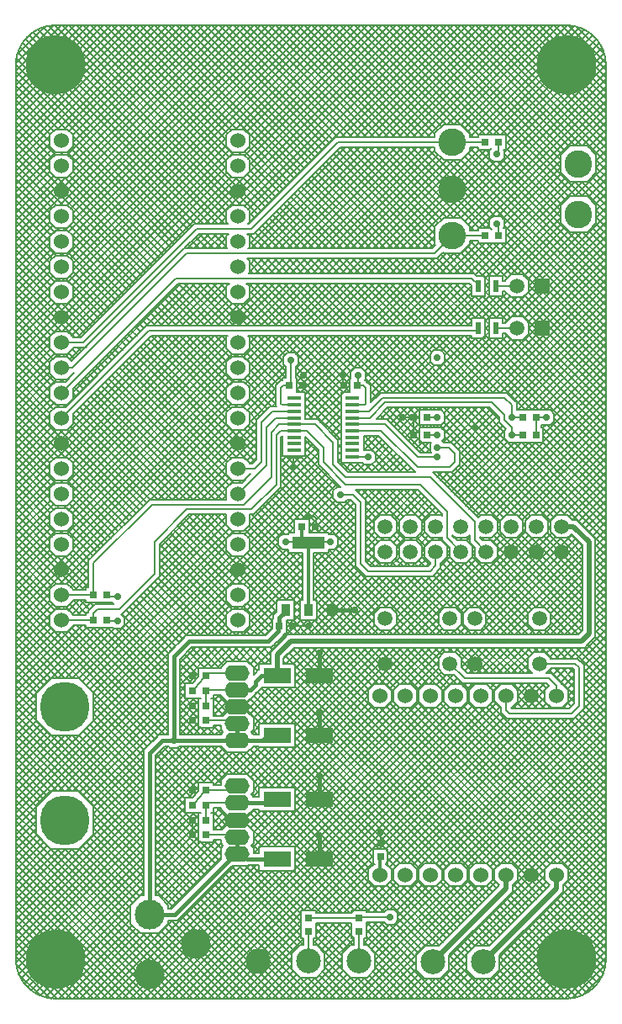
<source format=gbr>
%TF.GenerationSoftware,Altium Limited,Altium Designer,25.2.1 (25)*%
G04 Layer_Physical_Order=4*
G04 Layer_Color=16711680*
%FSLAX43Y43*%
%MOMM*%
%TF.SameCoordinates,F457C3C9-6880-4064-B818-50B76E06CF19*%
%TF.FilePolarity,Positive*%
%TF.FileFunction,Copper,L4,Bot,Signal*%
%TF.Part,Single*%
G01*
G75*
%TA.AperFunction,NonConductor*%
%ADD10C,0.203*%
%TA.AperFunction,Conductor*%
%ADD13C,0.200*%
%TA.AperFunction,ComponentPad*%
%ADD14C,2.500*%
%ADD15C,5.000*%
%ADD16O,2.500X1.600*%
%ADD17C,1.500*%
%ADD18C,3.000*%
%ADD19C,1.524*%
%ADD20C,6.000*%
%ADD21R,1.500X1.500*%
%ADD22C,2.775*%
%TA.AperFunction,ViaPad*%
%ADD23C,0.700*%
%TA.AperFunction,SMDPad,CuDef*%
%ADD24R,0.650X0.700*%
%ADD25R,0.700X0.650*%
%ADD26R,2.800X1.600*%
%ADD27R,1.475X0.450*%
%ADD28R,3.200X1.250*%
%ADD29R,0.950X1.250*%
%ADD30R,0.600X1.250*%
%TA.AperFunction,Conductor*%
%ADD31C,0.500*%
%ADD32C,0.400*%
%ADD33C,0.300*%
D10*
X59971Y94500D02*
G03*
X56000Y98471I-3971J0D01*
G01*
Y529D02*
G03*
X59971Y4500I0J3971D01*
G01*
X4500Y98471D02*
G03*
X529Y94500I0J-3971D01*
G01*
Y4500D02*
G03*
X4500Y529I3971J0D01*
G01*
X55479Y98471D02*
X59971Y93979D01*
X56202Y98466D02*
X59966Y94702D01*
X57059Y98328D02*
X59828Y95559D01*
X56874Y86329D02*
X59971Y89427D01*
X57592Y86329D02*
X59971Y88708D01*
X54760Y98471D02*
X59971Y93260D01*
X54042Y98471D02*
X59971Y92542D01*
X51886Y98471D02*
X59971Y90386D01*
X51168Y98471D02*
X59971Y89668D01*
X53323Y98471D02*
X59971Y91823D01*
X52605Y98471D02*
X59971Y91105D01*
X49013Y98471D02*
X59971Y87513D01*
X48294Y98471D02*
X59971Y86794D01*
X50450Y98471D02*
X59971Y88950D01*
X49731Y98471D02*
X59971Y88231D01*
X58989Y84852D02*
X59971Y85835D01*
X58989Y84134D02*
X59971Y85116D01*
X58562Y85862D02*
X59971Y87271D01*
X58921Y85503D02*
X59971Y86553D01*
X58899Y83556D02*
X59971Y82484D01*
X58896Y80448D02*
X59971Y81524D01*
X58989Y84903D02*
X59971Y83921D01*
X58989Y84185D02*
X59971Y83202D01*
X56823Y81249D02*
X59971Y84398D01*
X57541Y81249D02*
X59971Y83679D01*
X58203Y86221D02*
X59971Y87990D01*
X58540Y83197D02*
X59971Y81765D01*
X57549Y82751D02*
X59971Y80329D01*
X58536Y80807D02*
X59971Y82242D01*
X58177Y81167D02*
X59971Y82961D01*
X58181Y82837D02*
X59971Y81047D01*
X58625Y97480D02*
X58980Y97125D01*
X49902Y86541D02*
X59580Y96219D01*
X49902Y85948D02*
Y87452D01*
X56305Y86329D02*
X58095D01*
X55411Y85435D02*
X56305Y86329D01*
X58095D02*
X58989Y85435D01*
X49902Y86806D02*
X55882Y80826D01*
X49902Y86088D02*
X55523Y80467D01*
X48657Y87452D02*
X58657Y97452D01*
X48552Y87452D02*
X49902D01*
X48448D02*
X48552D01*
X48448D02*
X48552D01*
X49902Y87259D02*
X59321Y96678D01*
X49752Y85673D02*
X59784Y95705D01*
X49375Y87452D02*
X59012Y97088D01*
X48321Y85948D02*
X48448Y86076D01*
X58989Y83645D02*
Y85435D01*
X56305Y82751D02*
X58095D01*
X55411Y83645D02*
Y85435D01*
Y83645D02*
X56305Y82751D01*
X58095D02*
X58989Y83645D01*
X58095Y81249D02*
X58989Y80355D01*
X55411D02*
X56305Y81249D01*
X58095D01*
X49679Y85948D02*
X49902D01*
X49752Y85124D02*
Y85876D01*
X48248D02*
X48321Y85948D01*
X49679D02*
X49752Y85876D01*
Y85519D02*
X55411Y79860D01*
X49376Y84748D02*
X49752Y85124D01*
X48248D02*
X48624Y84748D01*
X49376D01*
X58989Y79105D02*
X59971Y80087D01*
X58989Y79874D02*
X59971Y78892D01*
X58989Y79823D02*
X59971Y80806D01*
X58989Y78565D02*
Y80355D01*
X58925Y78501D02*
X59971Y77455D01*
X58566Y78142D02*
X59971Y76736D01*
X58989Y79156D02*
X59971Y78173D01*
X58095Y77671D02*
X58989Y78565D01*
X49078Y79252D02*
X59971Y90145D01*
X49086Y84748D02*
X59971Y73863D01*
X56831Y82751D02*
X59971Y79610D01*
X55411Y78565D02*
X56305Y77671D01*
X49602Y68999D02*
X59971Y79369D01*
X49752Y78335D02*
X59971Y68115D01*
X50473Y69152D02*
X59971Y78650D01*
X51191Y69152D02*
X59971Y77932D01*
X57600Y77671D02*
X59971Y75300D01*
X56882Y77671D02*
X59971Y74581D01*
X58207Y77783D02*
X59971Y76018D01*
X56305Y77671D02*
X58095D01*
X52152Y67957D02*
X59971Y75777D01*
X52152Y72343D02*
X59971Y64523D01*
X52152Y72267D02*
X57555Y77671D01*
X52102Y68626D02*
X59971Y76495D01*
X49902Y77467D02*
X59971Y67397D01*
X49902Y76748D02*
X59971Y66679D01*
X52072Y72906D02*
X56837Y77671D01*
X51743Y68985D02*
X59971Y77214D01*
X48570Y61502D02*
X59971Y72903D01*
X49288Y61502D02*
X59971Y72185D01*
X49383Y76548D02*
X59971Y65960D01*
X48665Y76548D02*
X59971Y65242D01*
X49752Y78488D02*
X55411Y84148D01*
Y78565D02*
Y80355D01*
X49590Y84963D02*
X55411Y79142D01*
X49752Y78124D02*
Y78876D01*
X49902Y77920D02*
X55519Y83537D01*
X49902Y77202D02*
X55878Y83178D01*
X49762Y72752D02*
X55493Y78483D01*
X49679Y78052D02*
X49752Y78124D01*
X49586Y79041D02*
X55411Y84866D01*
X49376Y79252D02*
X49752Y78876D01*
X48248D02*
X48624Y79252D01*
X49376D01*
X48850Y73277D02*
X55411Y79837D01*
X49569Y73277D02*
X55411Y79119D01*
X48248Y78124D02*
Y78876D01*
Y78124D02*
X48321Y78052D01*
X51131Y73402D02*
X55853Y78124D01*
X50424Y73402D02*
X51576D01*
X49679Y78052D02*
X49902D01*
Y76548D02*
Y78052D01*
X51712Y73265D02*
X56212Y77764D01*
X52152Y71674D02*
Y72826D01*
X49848D02*
X50424Y73402D01*
X51576D02*
X52152Y72826D01*
X48448Y76548D02*
X48552D01*
X49902D01*
X48321Y78052D02*
X48448Y77924D01*
Y76548D02*
X48552D01*
X49602Y72752D02*
X49848D01*
X49602Y71748D02*
X49848D01*
X49602Y72752D02*
Y73277D01*
X44665Y88489D02*
X54648Y98471D01*
X45384Y88489D02*
X55366Y98471D01*
X41941Y87202D02*
X53211Y98471D01*
X43947Y88489D02*
X53929Y98471D01*
X43984D02*
X56216Y86239D01*
X44702Y98471D02*
X56845Y86329D01*
X42547Y98471D02*
X55497Y85521D01*
X43265Y98471D02*
X55857Y85880D01*
X40504Y87202D02*
X51774Y98471D01*
X41223Y87202D02*
X52492Y98471D01*
X39067Y87202D02*
X50337Y98471D01*
X39786Y87202D02*
X51056Y98471D01*
X38955D02*
X56241Y81185D01*
X39673Y98471D02*
X56896Y81249D01*
X41829Y98471D02*
X55411Y84889D01*
X41110Y98471D02*
X55411Y84171D01*
X47220Y87452D02*
X57806Y98037D01*
X47938Y87452D02*
X58256Y97769D01*
X46108Y87776D02*
X56734Y98403D01*
X46289Y87239D02*
X57302Y98252D01*
X46139Y98471D02*
X59971Y84639D01*
X47159Y78052D02*
X59971Y90864D01*
X47576Y98471D02*
X59971Y86076D01*
X46857Y98471D02*
X59971Y85357D01*
X40392Y98471D02*
X57614Y81249D01*
X43886Y79089D02*
X59922Y95125D01*
X45421Y98471D02*
X57563Y86329D01*
X45748Y88135D02*
X56084Y98471D01*
X45718Y78766D02*
X59971Y93019D01*
X46077Y78406D02*
X59971Y92300D01*
X44605Y79089D02*
X59971Y94456D01*
X45323Y79089D02*
X59971Y93737D01*
X38349Y87202D02*
X49619Y98471D01*
X47098Y87452D02*
X48448D01*
X45345Y88489D02*
X46289Y87545D01*
X47098Y87330D02*
X47220Y87452D01*
X47098Y87202D02*
Y87452D01*
X46970Y87202D02*
X47098Y87330D01*
X46289Y87545D02*
X46633Y87202D01*
X46289D02*
X47098D01*
X37518Y98471D02*
X48538Y87452D01*
X38236Y98471D02*
X49256Y87452D01*
X36081Y98471D02*
X47101Y87452D01*
X36800Y98471D02*
X47819Y87452D01*
X36912Y87202D02*
X48182Y98471D01*
X37631Y87202D02*
X48900Y98471D01*
X35475Y87202D02*
X46745Y98471D01*
X36194Y87202D02*
X47463Y98471D01*
X47886Y85948D02*
X48248Y85586D01*
X47098Y85948D02*
X48321D01*
X47098D02*
Y86198D01*
Y86017D02*
X47167Y85948D01*
X47878Y78052D02*
X48248Y78422D01*
X47098Y78052D02*
X48321D01*
X48248Y85124D02*
Y85876D01*
X47098Y77991D02*
X47159Y78052D01*
X46917Y86198D02*
X47098Y86017D01*
X41888Y86198D02*
X48835Y79252D01*
X46289Y86198D02*
X47098D01*
X45395Y84911D02*
X46289Y85805D01*
X40452Y86198D02*
X48248Y78402D01*
X41170Y86198D02*
X48370Y78998D01*
X39015Y86198D02*
X47161Y78052D01*
X39733Y86198D02*
X47880Y78052D01*
X46289Y77900D02*
X59971Y91582D01*
X47413Y73277D02*
X56888Y82751D01*
X46821Y73403D02*
X56237Y82819D01*
X47098Y76548D02*
X48448D01*
X46289Y86108D02*
X59971Y72426D01*
X47167Y85948D02*
X59971Y73144D01*
X47802Y72946D02*
X57606Y82751D01*
X46289Y76769D02*
X50040Y73018D01*
X46081Y85598D02*
X59971Y71707D01*
X40081Y76002D02*
X48827Y84748D01*
X38644Y76002D02*
X48248Y85606D01*
X39362Y76002D02*
X48367Y85006D01*
X44613Y84911D02*
X59971Y69552D01*
X43894Y84911D02*
X59971Y68834D01*
X45722Y85238D02*
X59971Y70989D01*
X45331Y84911D02*
X59971Y70271D01*
X47946Y76548D02*
X51093Y73402D01*
X48198Y73277D02*
X49602D01*
X47802Y73101D02*
X48198Y72704D01*
X47802Y72228D02*
X48198Y72625D01*
X47852Y61502D02*
X59971Y73621D01*
X48198Y71223D02*
Y73277D01*
X47802Y72383D02*
X48198Y71986D01*
X47802Y71509D02*
X48198Y71906D01*
X46202Y73502D02*
X49248Y76548D01*
X47228D02*
X50399Y73377D01*
X45483Y73502D02*
X48530Y76548D01*
X45752Y75869D02*
X48344Y73277D01*
X46415Y61502D02*
X59971Y75058D01*
X47133Y61502D02*
X59971Y74340D01*
X46112Y76228D02*
X49063Y73277D01*
X44812Y72498D02*
X48284Y69027D01*
X46289Y76798D02*
X47098D01*
X46978D02*
X47098Y76678D01*
Y77802D02*
Y78052D01*
X46909Y77802D02*
X47098Y77991D01*
Y76548D02*
Y76798D01*
Y76678D02*
X47228Y76548D01*
X46289Y76405D02*
Y76798D01*
Y76463D02*
X46625Y76798D01*
X37207Y76002D02*
X47154Y85948D01*
X46289Y77802D02*
X47098D01*
X36488Y76002D02*
X46685Y86198D01*
X38296D02*
X46693Y77802D01*
X37925Y76002D02*
X47872Y85948D01*
X44765Y73502D02*
X47812Y76548D01*
X44046Y73502D02*
X47098Y76554D01*
X44673Y75511D02*
X46683Y73502D01*
X46723D02*
X46948Y73277D01*
X47802D01*
X46221Y73502D02*
X46723D01*
X46948Y73277D01*
X47626D02*
X47802Y73101D01*
Y71223D02*
Y73277D01*
X46221Y72498D02*
X46398Y72321D01*
Y71223D02*
Y72321D01*
X45392Y75511D02*
X47626Y73277D01*
X43375Y72498D02*
X46847Y69027D01*
X46221Y73502D02*
X46723D01*
X45530Y72498D02*
X46398Y71630D01*
X44094Y72498D02*
X47565Y69027D01*
X42388Y68252D02*
X46398Y72262D01*
X42657Y72498D02*
X46398Y68757D01*
X51241Y71098D02*
X59971Y62368D01*
X52152Y68033D02*
X59971Y60213D01*
X52127Y71649D02*
X59971Y63805D01*
X51768Y71290D02*
X59971Y63086D01*
X52097Y67369D02*
X59971Y59494D01*
X51737Y67010D02*
X59971Y58776D01*
X51849Y59752D02*
X59971Y67874D01*
X52567Y59752D02*
X59971Y67156D01*
X50363Y61139D02*
X59971Y70748D01*
X50722Y60780D02*
X59971Y70029D01*
X50004Y61499D02*
X59971Y71466D01*
X50523Y71098D02*
X59971Y61650D01*
X51180Y66848D02*
X59971Y58057D01*
X50462Y66848D02*
X59971Y57339D01*
X51002Y60341D02*
X59971Y69311D01*
X51131Y59752D02*
X59971Y68592D01*
X54549Y59578D02*
X59971Y65000D01*
X54752Y59062D02*
X59971Y64282D01*
X54004Y59752D02*
X59971Y65719D01*
X54376Y59752D02*
X54752Y59376D01*
Y58624D02*
Y59376D01*
X54376Y58248D02*
X54752Y58624D01*
X53652Y57962D02*
X53938Y58248D01*
X53652D02*
X54376D01*
X53286Y59752D02*
X59971Y66437D01*
X53652Y59752D02*
X54376D01*
X52302D02*
X53624D01*
X53427Y58002D02*
X53652D01*
Y57244D02*
X59971Y63564D01*
X53652Y56525D02*
X59971Y62845D01*
X53561Y58002D02*
X53652Y57911D01*
X52302Y56498D02*
X53652D01*
X51576Y71098D02*
X52152Y71674D01*
X51576Y69152D02*
X52152Y68576D01*
X50424Y71098D02*
X51576D01*
X50424Y69152D02*
X51576D01*
X52152Y67424D02*
Y68576D01*
X51576Y66848D02*
X52152Y67424D01*
X50424Y66848D02*
X51576D01*
X50751Y60752D02*
X51002Y60501D01*
X49848Y68527D02*
X50473Y69152D01*
X49848Y67462D02*
X50462Y66848D01*
X49848Y71674D02*
X50424Y71098D01*
X49848Y68576D02*
X50424Y69152D01*
X49848Y67424D02*
X50424Y66848D01*
X50252Y61251D02*
X50751Y60752D01*
X50001Y61502D02*
X50252Y61251D01*
X50001Y61502D02*
X50252Y61251D01*
X52198Y59752D02*
X52302D01*
X52198D02*
X52302D01*
X51002Y59843D02*
X51093Y59752D01*
X51002D02*
X52198D01*
X53427Y58248D02*
X53624D01*
X53427Y58136D02*
X53561Y58002D01*
X53427D02*
Y58248D01*
X52198Y56498D02*
X52302D01*
X51002Y59999D02*
Y60501D01*
Y59752D02*
Y59999D01*
X50751Y60752D02*
X51002Y60501D01*
Y59999D02*
Y60501D01*
X49748Y56874D02*
X50124Y56498D01*
X50848D01*
X49748Y57626D02*
X49935Y57812D01*
X49748Y56874D02*
Y57626D01*
X54033Y58248D02*
X59971Y52310D01*
X53652Y57911D02*
X59971Y51592D01*
X54752Y58967D02*
X59971Y53747D01*
X54564Y58436D02*
X59971Y53029D01*
X52909Y56498D02*
X59971Y49436D01*
X53502Y49191D02*
X59971Y55661D01*
X53652Y57193D02*
X59971Y50873D01*
X53628Y56498D02*
X59971Y50155D01*
X51186Y49031D02*
X59971Y57816D01*
X52784Y49191D02*
X59971Y56379D01*
X49910Y49191D02*
X59971Y59253D01*
X50628Y49191D02*
X59971Y58535D01*
X51473Y56498D02*
X59971Y48000D01*
X50754Y56498D02*
X59971Y47281D01*
X51545Y48672D02*
X59971Y57098D01*
X52191Y56498D02*
X59971Y48718D01*
X57893Y47835D02*
X59971Y49914D01*
X58252Y47476D02*
X59971Y49195D01*
X57533Y48194D02*
X59971Y50632D01*
X57362Y48366D02*
X58576Y47152D01*
X58611Y47116D02*
X59971Y48477D01*
X58902Y46688D02*
X59971Y47758D01*
X58576Y47152D02*
X58902Y46826D01*
X58576Y47152D02*
X58902Y46826D01*
X53893Y48864D02*
X59971Y54942D01*
X56600Y48697D02*
X59971Y52069D01*
X55657Y49191D02*
X59971Y53506D01*
X56241Y49056D02*
X59971Y52787D01*
X54142Y48394D02*
X59971Y54224D01*
X57174Y48553D02*
X59971Y51350D01*
X57036Y48691D02*
X57362Y48366D01*
X57036Y48691D02*
X57362Y48366D01*
X56106Y49191D02*
X56606Y48691D01*
X57036D01*
X53652Y56498D02*
Y58002D01*
X54954Y49191D02*
X56106D01*
X54378Y48616D02*
X54954Y49191D01*
X56606Y48691D02*
X57036D01*
X53566Y49191D02*
X54142Y48616D01*
Y47464D02*
Y48616D01*
X52198Y56498D02*
X52302D01*
X52414Y49191D02*
X53566D01*
X50876Y56498D02*
X52198D01*
X49874Y49191D02*
X51026D01*
X51838Y48616D02*
X52414Y49191D01*
X51838Y47464D02*
Y48616D01*
X51026Y49191D02*
X51602Y48616D01*
Y47464D02*
Y48616D01*
X54378Y47464D02*
Y48616D01*
X54142Y47676D02*
X54378Y47913D01*
X54142Y48082D02*
X54378Y47845D01*
X52414Y46888D02*
X53566D01*
X56106D02*
X56495Y47278D01*
X54954Y46888D02*
X56106D01*
X53566D02*
X54142Y47464D01*
X54378D02*
X54954Y46888D01*
X51602Y48009D02*
X51838Y48246D01*
X51602Y47748D02*
X51838Y47512D01*
X51602Y48467D02*
X51838Y48230D01*
X49874Y46888D02*
X51026D01*
X51838Y47512D02*
X52462Y46888D01*
X51838Y47464D02*
X52414Y46888D01*
X51026D02*
X51602Y47464D01*
X48961Y71223D02*
X51033Y69152D01*
X48911Y69027D02*
X50983Y71098D01*
X49602Y71223D02*
Y71748D01*
Y68502D02*
Y69027D01*
Y71301D02*
X59971Y60931D01*
X49602Y67498D02*
X49848D01*
X49602Y68502D02*
X49848D01*
X49602Y66973D02*
Y67498D01*
X47474Y69027D02*
X49985Y71538D01*
X48242Y71223D02*
X50369Y69097D01*
X48198Y71223D02*
X49602D01*
X48198Y69027D02*
X49602D01*
X47802Y68636D02*
X50344Y71178D01*
X44259Y61502D02*
X50015Y67257D01*
X47524Y71223D02*
X50010Y68737D01*
X43596Y67248D02*
X49343Y61502D01*
X49499D02*
X50001D01*
X49499D02*
X50001D01*
X48198Y66973D02*
X49602D01*
X49248Y58499D02*
Y58999D01*
Y58499D02*
X49499Y58248D01*
X49935Y57812D01*
X49248Y58499D02*
Y58999D01*
Y58499D02*
X49499Y58248D01*
X44315Y67248D02*
X51811Y59752D01*
X45696Y61502D02*
X51043Y66848D01*
X44978Y61502D02*
X50374Y66898D01*
X37751Y61502D02*
X49499D01*
X45752Y67248D02*
X53248Y59752D01*
X46745Y66973D02*
X53967Y59752D01*
X45033Y67248D02*
X52530Y59752D01*
X47973Y59998D02*
X49248Y58723D01*
X46756Y69027D02*
X48952Y71223D01*
X46805D02*
X49002Y69027D01*
X47802Y71664D02*
X48198Y71267D01*
X47802Y68790D02*
X48198Y68394D01*
Y66973D02*
Y69027D01*
X47802Y68072D02*
X48198Y67675D01*
X47802Y66973D02*
Y69027D01*
Y67917D02*
X48198Y68314D01*
X46398Y71223D02*
X47802D01*
X46398Y69027D02*
X47802D01*
X43107Y68252D02*
X46398Y71543D01*
X43825Y68252D02*
X46797Y71223D01*
X44544Y68252D02*
X47515Y71223D01*
X45262Y68252D02*
X48234Y71223D01*
X46398Y68252D02*
Y69027D01*
X45981Y68252D02*
X46398Y68669D01*
X47802Y67199D02*
X48198Y67596D01*
X47576Y66973D02*
X47802Y67199D01*
X46398Y66973D02*
Y67248D01*
Y66973D02*
X47802D01*
X43541Y61502D02*
X49013Y66973D01*
X48249Y59998D02*
X49248Y58999D01*
X43752Y64938D02*
X47188Y61502D01*
X43549Y64422D02*
X46469Y61502D01*
X42159Y67248D02*
X47906Y61502D01*
X42104D02*
X47576Y66973D01*
X40667Y61502D02*
X46398Y67233D01*
X41386Y61502D02*
X46858Y66973D01*
X42878Y67248D02*
X48625Y61502D01*
X42823D02*
X48294Y66973D01*
X38001Y59998D02*
X48249D01*
X47802Y67354D02*
X59971Y55184D01*
X47463Y66973D02*
X59971Y54465D01*
X49602Y66990D02*
X59971Y56621D01*
X48900Y66973D02*
X59971Y55902D01*
X48839Y48839D02*
X59971Y59971D01*
X48839Y48839D02*
X59971Y59971D01*
X47755Y49192D02*
X59971Y61408D01*
X48473Y49192D02*
X59971Y60690D01*
X44380Y59998D02*
X55187Y49191D01*
X45099Y59998D02*
X55906Y49191D01*
X47254Y59998D02*
X49748Y57504D01*
X43676Y58548D02*
X53032Y49191D01*
X46924Y49079D02*
X59971Y62127D01*
X46536Y59998D02*
X59971Y46563D01*
X43662Y59998D02*
X54712Y48949D01*
X43752Y59190D02*
X54378Y48564D01*
X46205Y49797D02*
X52906Y56498D01*
X46564Y49438D02*
X53625Y56498D01*
X45487Y50516D02*
X51469Y56498D01*
X45846Y50156D02*
X52188Y56498D01*
X45252Y54817D02*
X50877Y49191D01*
X49298Y48580D02*
X49910Y49191D01*
X49298Y48616D02*
X49874Y49191D01*
X49298Y47464D02*
X49874Y46888D01*
X44768Y51234D02*
X50078Y56544D01*
X45128Y50875D02*
X50751Y56498D01*
X44050Y51953D02*
X49922Y57825D01*
X44409Y51593D02*
X49748Y56933D01*
X43257Y58248D02*
X52364Y49141D01*
X45252Y55535D02*
X52005Y48782D01*
X45176Y54174D02*
X50159Y49191D01*
X44817Y53815D02*
X49657Y48974D01*
X45252Y55310D02*
X49095Y59153D01*
X45252Y54591D02*
X49248Y58588D01*
X44698Y56193D02*
X48376Y59871D01*
X45057Y55834D02*
X48736Y59512D01*
X47334Y49192D02*
X48486D01*
X49062Y48616D01*
X47072Y48930D02*
X47334Y49192D01*
X47001Y49002D02*
X47072Y48930D01*
X44288Y56502D02*
X47785Y59998D01*
X43691Y52312D02*
X49563Y58184D01*
X43752Y57402D02*
X46348Y59998D01*
X43598Y56529D02*
X47067Y59998D01*
X43696Y53498D02*
X48003Y49192D01*
X44415Y53498D02*
X49298Y48615D01*
X42978Y53498D02*
X47309Y49167D01*
X42752Y53251D02*
X47001Y49002D01*
X49062Y48133D02*
X49298Y47896D01*
X49062Y47625D02*
X49298Y47862D01*
X49062Y47464D02*
Y48616D01*
Y48343D02*
X49298Y48580D01*
Y47464D02*
Y48616D01*
X48486Y46888D02*
X49062Y47464D01*
X48088Y46652D02*
X48325Y46888D01*
X48151D02*
X48388Y46652D01*
X47440Y46722D02*
X47607Y46888D01*
X47334D02*
X48486D01*
X47001Y49002D02*
X47072Y48930D01*
X47252Y46971D02*
X47334Y46888D01*
X47433D02*
X47669Y46652D01*
X47511D02*
X48486D01*
X47252Y46911D02*
X47511Y46652D01*
X46289Y87202D02*
Y87595D01*
Y85805D02*
Y86198D01*
X45395Y88489D02*
X46289Y87595D01*
X43605Y79089D02*
X45395D01*
X45337Y75511D02*
X46289Y76463D01*
X45395Y75511D02*
X46289Y76405D01*
X45395Y79089D02*
X46289Y78195D01*
Y77802D02*
Y78195D01*
X43605Y88489D02*
X45395D01*
X43605Y84911D02*
X45395D01*
X42711Y87595D02*
X43605Y88489D01*
X42711Y85805D02*
X43605Y84911D01*
X36859Y86198D02*
X43969Y79089D01*
X37578Y86198D02*
X44687Y79089D01*
X42711Y78195D02*
X43605Y79089D01*
X43534Y75582D02*
X43605Y75511D01*
X42609Y73502D02*
X44619Y75511D01*
X43605D02*
X45395D01*
X43202Y75249D02*
X43534Y75582D01*
X42312Y74998D02*
X43809Y73502D01*
X43328D02*
X45337Y75511D01*
X43955D02*
X45964Y73502D01*
X43350Y75397D02*
X45246Y73502D01*
X42991Y75038D02*
X44527Y73502D01*
X41891D02*
X43900Y75511D01*
X39783Y72498D02*
X44030Y68252D01*
X39065Y72498D02*
X43311Y68252D01*
X39515D02*
X43762Y72498D01*
X40952Y68252D02*
X45198Y72498D01*
X41220D02*
X45467Y68252D01*
X40233D02*
X44480Y72498D01*
X40502D02*
X44748Y68252D01*
X42711Y85805D02*
Y86198D01*
Y76405D02*
Y78195D01*
Y87202D02*
Y87595D01*
X42607Y86198D02*
X42711Y86094D01*
X42951Y74998D02*
X43202Y75249D01*
X42951Y74998D02*
X43202Y75249D01*
X42711Y76405D02*
X42782Y76334D01*
X42449Y76002D02*
X42782Y76334D01*
X41517Y76002D02*
X42711Y77195D01*
X42236Y76002D02*
X42711Y76477D01*
X40799Y76002D02*
X42711Y77914D01*
X36862Y73502D02*
X38359Y74998D01*
X38002D02*
X39498Y73502D01*
X38299D02*
X39796Y74998D01*
X37283D02*
X38780Y73502D01*
X37581D02*
X39077Y74998D01*
X42449D02*
X42951D01*
X42449D02*
X42951D01*
X39736Y73502D02*
X41233Y74998D01*
X40157D02*
X41654Y73502D01*
X41173D02*
X42669Y74998D01*
X41594D02*
X43090Y73502D01*
X40454D02*
X41951Y74998D01*
X40875D02*
X42372Y73502D01*
X39438Y74998D02*
X40935Y73502D01*
X36909Y72498D02*
X41156Y68252D01*
X38720Y74998D02*
X40217Y73502D01*
X39017D02*
X40514Y74998D01*
X38078Y68252D02*
X42325Y72498D01*
X38796Y68252D02*
X43043Y72498D01*
X37359Y68252D02*
X41606Y72498D01*
X37628D02*
X41875Y68252D01*
X41938Y72498D02*
X46185Y68252D01*
X43428Y65699D02*
X44977Y67248D01*
X42762Y65752D02*
X44259Y67248D01*
X42624Y65752D02*
X43376D01*
X43752Y65304D02*
X45696Y67248D01*
X43752Y64624D02*
Y65376D01*
X42248D02*
X42624Y65752D01*
X43376D02*
X43752Y65376D01*
X41670Y68252D02*
X45917Y72498D01*
X41441Y67248D02*
X42938Y65752D01*
X38346Y72498D02*
X42593Y68252D01*
X37130Y67248D02*
X42877Y61502D01*
X38567Y67248D02*
X44314Y61502D01*
X39286Y67248D02*
X45033Y61502D01*
X37794D02*
X43541Y67248D01*
X37849D02*
X43596Y61502D01*
X43004Y64248D02*
X45751Y61502D01*
X43661Y59466D02*
X44193Y59998D01*
X43376Y64248D02*
X43752Y64624D01*
X43228Y59752D02*
X43475Y59998D01*
X43752Y58838D02*
X44912Y59998D01*
X43504Y57873D02*
X45630Y59998D01*
X43376Y59752D02*
X43752Y59376D01*
Y58624D02*
Y59376D01*
X39949Y61502D02*
X42696Y64248D01*
X42624D02*
X43376D01*
X42248Y64624D02*
X42624Y64248D01*
X41198Y59752D02*
X42624D01*
X42944Y59998D02*
X43190Y59752D01*
X42652D02*
X43376D01*
X42225Y59998D02*
X42472Y59752D01*
X42509D02*
X42756Y59998D01*
X40723Y67248D02*
X42422Y65549D01*
X38512Y61502D02*
X42248Y65238D01*
X40004Y67248D02*
X42248Y65004D01*
Y64624D02*
Y65376D01*
X39231Y61502D02*
X42301Y64572D01*
X38633Y59998D02*
X41198Y57433D01*
X38678Y58075D02*
X40601Y59998D01*
X40788D02*
X41198Y59588D01*
X37249Y61502D02*
X37751D01*
X37249D02*
X37751D01*
X36998Y61251D02*
X37249Y61502D01*
X36998Y61251D02*
X37249Y61502D01*
X37959Y58793D02*
X39164Y59998D01*
X38318Y58434D02*
X39883Y59998D01*
X36829Y58827D02*
X38001Y59998D01*
X37274Y58827D02*
X38446Y59998D01*
X41507D02*
X41754Y59752D01*
X41791D02*
X42038Y59998D01*
X40070D02*
X41198Y58870D01*
Y58248D02*
Y59752D01*
X39037Y57716D02*
X41319Y59998D01*
X39352D02*
X41348Y58002D01*
X37958Y59955D02*
X41198Y56715D01*
X39396Y57356D02*
X41198Y59159D01*
X37424Y58827D02*
X37926D01*
X37424D02*
X37926D01*
X37239Y59237D02*
X37650Y58827D01*
X36829D02*
X37424D01*
X37599Y59596D02*
X41693Y55502D01*
X37926Y58827D02*
X38177Y58576D01*
X37926Y58827D02*
X38177Y58576D01*
X34644Y98471D02*
X44627Y88489D01*
X35363Y98471D02*
X45345Y88489D01*
X33926Y98471D02*
X43908Y88489D01*
X33320Y87202D02*
X44590Y98471D01*
X34038Y87202D02*
X45308Y98471D01*
X34757Y87202D02*
X46027Y98471D01*
X33986Y86198D02*
X42711Y77473D01*
X33267Y86198D02*
X42711Y76755D01*
X32489Y98471D02*
X43038Y87922D01*
X33207Y98471D02*
X43398Y88281D01*
X31052Y98471D02*
X42322Y87202D01*
X31771Y98471D02*
X42711Y87531D01*
X33201Y87202D02*
X42711D01*
X32178Y76002D02*
X42375Y86198D01*
X30741Y76002D02*
X40938Y86198D01*
X31459Y76002D02*
X41656Y86198D01*
X36141D02*
X43428Y78912D01*
X35052Y76002D02*
X43961Y84911D01*
X34704Y86198D02*
X42711Y78192D01*
X35423Y86198D02*
X43069Y78552D01*
X35770Y76002D02*
X44679Y84911D01*
X36641Y68252D02*
X40888Y72498D01*
X35923Y68252D02*
X40169Y72498D01*
X36191D02*
X40438Y68252D01*
X33201Y86198D02*
X42711D01*
X32875Y85872D02*
X42597Y76150D01*
X32156Y85154D02*
X41309Y76002D01*
X31797Y84795D02*
X40590Y76002D01*
X33615D02*
X43065Y85452D01*
X34333Y76002D02*
X43424Y85092D01*
X32896Y76002D02*
X42711Y85816D01*
X32516Y85513D02*
X42027Y76002D01*
X32699Y87202D02*
X33201D01*
X32699D02*
X33201D01*
X32448Y86951D02*
X32699Y87202D01*
X32448Y86951D02*
X32699Y87202D01*
X33270Y73502D02*
X34767Y74998D01*
X33691D02*
X35188Y73502D01*
X32552D02*
X34048Y74998D01*
X32973D02*
X34469Y73502D01*
X31438Y84436D02*
X39872Y76002D01*
X31079Y84076D02*
X39154Y76002D01*
X30720Y83717D02*
X38435Y76002D01*
X30817Y74998D02*
X32314Y73502D01*
X31833D02*
X33330Y74998D01*
X32254D02*
X33751Y73502D01*
X31115D02*
X32612Y74998D01*
X31536D02*
X33033Y73502D01*
X34707D02*
X36204Y74998D01*
X35128D02*
X36625Y73502D01*
X33988D02*
X35485Y74998D01*
X34409D02*
X35906Y73502D01*
X36144D02*
X37640Y74998D01*
X36565D02*
X38061Y73502D01*
X35425D02*
X36922Y74998D01*
X35846D02*
X37343Y73502D01*
X31612Y68252D02*
X35859Y72498D01*
X31880D02*
X36127Y68252D01*
X30894D02*
X35140Y72498D01*
X31162D02*
X35409Y68252D01*
X33049D02*
X37296Y72498D01*
X33317D02*
X37564Y68252D01*
X32331D02*
X36577Y72498D01*
X32599D02*
X36846Y68252D01*
X35204D02*
X39451Y72498D01*
X35473D02*
X39719Y68252D01*
X35265Y64002D02*
X38512Y67248D01*
X35679Y63698D02*
X39230Y67248D01*
X36277Y62140D02*
X41385Y67248D01*
X35694D02*
X41440Y61502D01*
X35752Y63052D02*
X39948Y67248D01*
X35948Y62529D02*
X40667Y67248D01*
X34486Y68252D02*
X38733Y72498D01*
X34754D02*
X39001Y68252D01*
X33767D02*
X38014Y72498D01*
X34036D02*
X38283Y68252D01*
X34257Y67248D02*
X40004Y61502D01*
X34975Y67248D02*
X40722Y61502D01*
X32820Y67248D02*
X38567Y61502D01*
X33538Y67248D02*
X39285Y61502D01*
X36412Y67248D02*
X42159Y61502D01*
X36277Y61636D02*
X36830Y61083D01*
X36277Y61699D02*
Y62201D01*
Y60918D02*
X36471Y60724D01*
X36277Y60529D02*
X36998Y61251D01*
X36277Y60529D02*
Y60637D01*
Y61699D01*
Y60529D02*
Y60637D01*
X36026Y62452D02*
X36277Y62201D01*
Y61699D02*
Y62201D01*
X35726Y62752D02*
X35977Y62501D01*
X36026Y62452D02*
X36277Y62201D01*
Y61421D02*
X42104Y67248D01*
X36277Y60703D02*
X42822Y67248D01*
X35752Y63598D02*
X37848Y61502D01*
X35752Y62880D02*
X37190Y61442D01*
X35376Y64002D02*
X35752Y63626D01*
X35348Y64002D02*
X35752Y63598D01*
X34624Y64002D02*
X35376D01*
X34248Y63002D02*
Y63626D01*
X35652Y62774D02*
X35752Y62874D01*
X35726Y62752D02*
X35977Y62501D01*
X35752Y62874D02*
Y63626D01*
X34248Y62874D02*
Y63002D01*
X31383Y67248D02*
X34630Y64002D01*
X32102Y67248D02*
X35348Y64002D01*
X30665Y67248D02*
X34268Y63645D01*
X34248Y63626D02*
X34624Y64002D01*
X34198Y61552D02*
Y63002D01*
X33533Y61552D02*
X34198Y62217D01*
X33299Y60902D02*
Y61552D01*
Y61317D02*
X33533Y61552D01*
X33299Y59648D02*
Y60252D01*
Y59648D02*
Y60252D01*
Y60298D02*
Y60902D01*
Y60298D02*
Y60902D01*
Y58348D02*
Y58952D01*
Y58348D02*
Y58952D01*
Y58998D02*
Y59602D01*
Y58998D02*
Y59602D01*
Y61552D02*
X34198D01*
X30808Y58827D02*
X33299Y61317D01*
X30926Y58827D02*
X31177Y58576D01*
X30926Y58827D02*
X31177Y58576D01*
X31585Y58167D02*
X33299Y59880D01*
X31945Y57808D02*
X33299Y59162D01*
X31226Y58526D02*
X33299Y60599D01*
X43888Y56502D02*
X44389D01*
X44640Y56251D01*
X43752Y57035D02*
X44285Y56502D01*
X43888D02*
X44389D01*
X45001Y55890D02*
X45252Y55639D01*
X45001Y55890D02*
X45252Y55639D01*
X44389Y56502D02*
X44640Y56251D01*
X45001Y55890D01*
X43376Y58248D02*
X43752Y58624D01*
X43376Y58002D02*
X43752Y57626D01*
X42652Y58248D02*
X43376D01*
X42652Y58002D02*
X43376D01*
X43502Y56625D02*
X43752Y56874D01*
X43626Y56502D02*
X43888D01*
X43752Y56874D02*
Y57626D01*
X43502Y56625D02*
X43626Y56502D01*
X45252Y54751D02*
Y55138D01*
Y54249D02*
Y54751D01*
Y55138D02*
Y55639D01*
Y55138D02*
Y55639D01*
X45001Y53998D02*
X45252Y54249D01*
X45001Y53998D02*
X45252Y54249D01*
Y54751D01*
X44752Y53749D02*
X45001Y53998D01*
X44501Y53498D02*
X44752Y53749D01*
X43999Y53498D02*
X44501D01*
X42504D02*
X43999D01*
X44501D01*
X44752Y53749D01*
X43331Y52671D02*
X44159Y53498D01*
X42972Y53030D02*
X43440Y53498D01*
X40999Y51748D02*
X43498Y49249D01*
X42196Y58002D02*
X42443Y58248D01*
X41198Y58002D02*
X42624D01*
X41478D02*
X41725Y58248D01*
X41820D02*
X42067Y58002D01*
X42538Y58248D02*
X42785Y58002D01*
X42915D02*
X43162Y58248D01*
X41198Y56715D02*
X41415Y56498D01*
X42248Y55665D01*
X41198Y58248D02*
X42624D01*
X41198Y56498D02*
Y58002D01*
X39755Y56997D02*
X41198Y58441D01*
X40114Y56638D02*
X41198Y57722D01*
X40833Y55920D02*
X41412Y56498D01*
X41192Y55560D02*
X42130Y56498D01*
X38177Y58576D02*
X41251Y55502D01*
X40474Y56279D02*
X41198Y57004D01*
X42133Y56498D02*
X42252Y56379D01*
X42248Y56376D02*
X42371Y56498D01*
X42248Y55624D02*
Y56376D01*
X41852Y55502D02*
X42248Y55898D01*
X42504Y53498D02*
X42752Y53251D01*
X42504Y53498D02*
X42752Y53251D01*
X42248Y55624D02*
X42371Y55502D01*
X42613Y53389D02*
X42722Y53498D01*
X41198Y56498D02*
X42371D01*
X41251Y55502D02*
X42371D01*
X38415Y53502D02*
X39580Y54667D01*
X39133Y53502D02*
X39940Y54308D01*
X40498Y53749D02*
X40746Y53502D01*
X40498Y53749D02*
X40746Y53502D01*
X39852D02*
X40299Y53949D01*
X40570Y53502D02*
X40658Y53590D01*
X43425Y49172D02*
X43498Y49246D01*
X43406Y49192D02*
X43498Y49099D01*
X42726Y49192D02*
X43141Y49607D01*
X42254Y49192D02*
X43406D01*
X46248Y46911D02*
Y47191D01*
X45946Y46889D02*
X46248Y47191D01*
X43498Y49099D02*
Y49249D01*
X44502Y47181D02*
X44794Y46889D01*
X40417Y51748D02*
X42974Y49192D01*
X41077Y48980D02*
X42422Y50325D01*
X39699Y51748D02*
X42256Y49192D01*
X40571D02*
X42063Y50684D01*
X41437Y48621D02*
X42782Y49966D01*
X41678Y47464D02*
X42254Y46888D01*
X38980Y51748D02*
X41896Y48833D01*
X41678Y48616D02*
X42254Y49192D01*
X44794Y46889D02*
X45946D01*
X44971Y46652D02*
X45946D01*
X44502Y47121D02*
X44971Y46652D01*
X45215D02*
X45452Y46889D01*
X45933Y46652D02*
X46248Y46967D01*
X45971Y46913D02*
X46248Y46636D01*
X43498Y46619D02*
Y46981D01*
X45277Y46889D02*
X45514Y46652D01*
X43406Y46888D02*
X43498Y46981D01*
X42254Y46652D02*
X43406D01*
X42341D02*
X42578Y46888D01*
X42254D02*
X43406D01*
X43498Y46619D02*
Y46981D01*
X43122Y46888D02*
X43359Y46652D01*
X42404Y46888D02*
X42640Y46652D01*
X43059D02*
X43296Y46888D01*
X39852Y49192D02*
X41704Y51044D01*
X40819Y49192D02*
X41442Y48569D01*
X39714Y49192D02*
X40866D01*
X41442Y48616D01*
X41678Y47464D02*
Y48616D01*
X41442Y48569D02*
X41678Y48332D01*
X39138Y47464D02*
Y48616D01*
X41442Y47464D02*
Y48616D01*
X38371Y49147D02*
X40972Y51748D01*
X38730Y48788D02*
X41345Y51403D01*
X37697Y49192D02*
X40254Y51748D01*
X38262D02*
X40819Y49192D01*
X39138Y48616D02*
X39714Y49192D01*
X38902Y48241D02*
X39138Y48478D01*
X38326Y49192D02*
X38902Y48616D01*
Y47464D02*
Y48616D01*
X41442Y47907D02*
X41678Y48144D01*
X41442Y47850D02*
X41678Y47614D01*
X40866Y46888D02*
X41442Y47464D01*
X39714Y46888D02*
X40866D01*
X40885Y46632D02*
X41698Y47445D01*
X39714Y46652D02*
X40866D01*
X40186D02*
X40423Y46888D01*
X40248D02*
X40485Y46652D01*
X38902Y48235D02*
X39138Y47998D01*
X38902Y47523D02*
X39138Y47759D01*
X38267Y46888D02*
X38902Y47523D01*
X38326Y46888D02*
X38902Y47464D01*
Y47517D02*
X39767Y46652D01*
X39138Y47464D02*
X39714Y46888D01*
X38031Y46652D02*
X38267Y46888D01*
X35636Y55752D02*
X37058Y57173D01*
X36354Y55752D02*
X37425Y56822D01*
X35577Y55870D02*
X35696Y55752D01*
X35624D02*
X36376D01*
X35711Y57173D02*
X39383Y53502D01*
X37074Y57173D02*
X40498Y53749D01*
X36724Y55403D02*
X37784Y56463D01*
X36752Y54712D02*
X38144Y56104D01*
X35577Y56411D02*
X36339Y57173D01*
X35577D02*
X37074D01*
X35577Y57048D02*
Y57173D01*
Y57048D02*
Y57173D01*
Y55748D02*
Y56352D01*
Y55748D02*
Y56352D01*
Y56398D02*
Y57002D01*
Y56398D02*
Y57002D01*
X36376Y55752D02*
X36752Y55376D01*
Y54624D02*
Y55376D01*
X35424Y54448D02*
X35624Y54248D01*
X36376D01*
X37696Y53502D02*
X39221Y55026D01*
X36376Y54248D02*
X36752Y54624D01*
X34844Y54448D02*
X35790Y53502D01*
X35762Y54248D02*
X36509Y53502D01*
X33693Y53809D02*
X34333Y54448D01*
X33299D02*
X35424D01*
X33299Y54556D02*
X33407Y54448D01*
X33334Y54168D02*
X33614Y54448D01*
X34823Y53502D02*
X35597Y54276D01*
X34001Y53502D02*
X40746D01*
X34104D02*
X35051Y54448D01*
X34125D02*
X35072Y53502D01*
X33299Y57048D02*
Y57652D01*
Y57048D02*
Y57652D01*
Y57698D02*
Y58302D01*
Y57698D02*
Y58302D01*
Y55748D02*
Y56352D01*
Y55748D02*
Y56352D01*
Y56398D02*
Y57002D01*
Y56398D02*
Y57002D01*
X32304Y57449D02*
X33299Y58444D01*
X32663Y57089D02*
X33299Y57725D01*
X31177Y58576D02*
X32751Y57002D01*
X33002Y56751D01*
Y56709D02*
X33299Y57007D01*
X33002Y56249D02*
Y56751D01*
X32751Y57002D02*
X33002Y56751D01*
Y56249D02*
Y56751D01*
X33299Y55098D02*
Y55702D01*
Y55098D02*
Y55702D01*
X33002Y55572D02*
X33299Y55275D01*
X33002Y55273D02*
X33299Y55570D01*
Y54448D02*
Y55098D01*
X33002Y54554D02*
X33299Y54852D01*
X33002Y54501D02*
Y56249D01*
Y54854D02*
X33299Y54556D01*
X33002Y56290D02*
X33299Y55993D01*
X33002Y55991D02*
X33299Y56288D01*
X30998Y54751D02*
Y55749D01*
Y54249D02*
Y54751D01*
Y54249D02*
X31249Y53998D01*
X30998Y54249D02*
X31249Y53998D01*
X30998Y54249D02*
Y54751D01*
X36429Y57173D02*
X40101Y53502D01*
X36259D02*
X38503Y55745D01*
X36752Y54696D02*
X37946Y53502D01*
X36428Y54301D02*
X37227Y53502D01*
X36825Y51748D02*
X39548Y49026D01*
X37544Y51748D02*
X40100Y49192D01*
X36978Y53502D02*
X38862Y55386D01*
X36107Y51748D02*
X39189Y48666D01*
X35577Y56589D02*
X38664Y53502D01*
X35752Y50120D02*
X37380Y51748D01*
X35541Y53502D02*
X36288Y54248D01*
X35708Y50795D02*
X36662Y51748D01*
X35752Y48683D02*
X38817Y51748D01*
X35752Y47965D02*
X39535Y51748D01*
X35388D02*
X37945Y49192D01*
X35752Y49402D02*
X38098Y51748D01*
X37174Y49192D02*
X38326D01*
X36598Y47464D02*
X37174Y46888D01*
X36598Y48616D02*
X37174Y49192D01*
X36598Y47464D02*
Y48616D01*
X37174Y46888D02*
X38326D01*
X37174Y46652D02*
X38326D01*
X37312D02*
X37549Y46888D01*
X37375D02*
X37611Y46652D01*
X34754Y51748D02*
X40999D01*
X35752Y50667D02*
X37227Y49192D01*
X35752Y49948D02*
X36841Y48859D01*
X35752Y49230D02*
X36598Y48383D01*
X35752Y47793D02*
X37034Y46511D01*
X35752Y46528D02*
X36643Y47419D01*
X35752Y48511D02*
X36598Y47665D01*
X35752Y47246D02*
X36598Y48093D01*
X35349Y51154D02*
X35943Y51748D01*
X35002Y51501D02*
X35501Y51002D01*
X34754Y51748D02*
X35002Y51501D01*
X34989Y51513D02*
X35225Y51748D01*
X35752Y50249D02*
Y50751D01*
Y50249D02*
Y50751D01*
X35501Y51002D02*
X35752Y50751D01*
X35501Y51002D02*
X35752Y50751D01*
X33002Y54501D02*
X34001Y53502D01*
X33407Y54448D02*
X34354Y53502D01*
X31249Y53998D02*
X33246Y52002D01*
X32874D02*
X33246D01*
X34754Y51748D02*
X35002Y51501D01*
X32498Y50874D02*
X32874Y50498D01*
X32498Y51626D02*
X32874Y52002D01*
X32498Y50874D02*
Y51626D01*
X33876Y50748D02*
X34249D01*
X34748Y50249D01*
X33626Y50498D02*
X33876Y50748D01*
X32874Y50498D02*
X33626D01*
X33046D02*
X34748Y48796D01*
X33002Y46652D02*
X34748Y48398D01*
X34233Y50748D02*
X34748Y50233D01*
X33695Y50568D02*
X34748Y49515D01*
X30903Y47427D02*
X34225Y50748D01*
X31621Y47427D02*
X34596Y50401D01*
X32002Y47252D02*
Y47427D01*
Y47252D02*
X32626D01*
X32165D02*
X34748Y49835D01*
X32754Y47123D02*
X34748Y49117D01*
X32626Y47252D02*
X33002Y46876D01*
X58902Y44040D02*
X59971Y42971D01*
X58902Y42378D02*
X59971Y43448D01*
X58902Y44759D02*
X59971Y43689D01*
X58902Y43096D02*
X59971Y44166D01*
X58902Y42604D02*
X59971Y41534D01*
X58902Y40941D02*
X59971Y42011D01*
X58902Y43322D02*
X59971Y42252D01*
X58902Y41659D02*
X59971Y42729D01*
X58902Y45252D02*
X59971Y46321D01*
X58902Y46196D02*
X59971Y45126D01*
X58902Y45970D02*
X59971Y47040D01*
X58902Y46174D02*
Y46826D01*
Y45477D02*
X59971Y44407D01*
X58902Y43815D02*
X59971Y44885D01*
X58902Y37576D02*
Y46174D01*
Y44533D02*
X59971Y45603D01*
X58902Y39011D02*
X59971Y37942D01*
X58902Y37349D02*
X59971Y38419D01*
X58902Y39730D02*
X59971Y38660D01*
X58902Y38067D02*
X59971Y39137D01*
X58902Y38293D02*
X59971Y37223D01*
X58902Y37575D02*
X59971Y36505D01*
X58902Y36924D02*
Y37576D01*
Y36924D02*
Y37576D01*
Y41167D02*
X59971Y40097D01*
X58902Y39504D02*
X59971Y40574D01*
X58902Y41885D02*
X59971Y40815D01*
X58902Y40223D02*
X59971Y41292D01*
X58902Y38786D02*
X59971Y39856D01*
X58868Y36890D02*
X59971Y35786D01*
X58902Y40448D02*
X59971Y39379D01*
X58576Y36598D02*
X58902Y36924D01*
X56054Y46888D02*
X57598Y45344D01*
X58902Y46174D02*
Y46826D01*
X56495Y47278D02*
X57598Y46174D01*
X56439Y47221D02*
X57598Y46062D01*
Y37576D02*
Y46174D01*
X55112Y37152D02*
X57598Y39638D01*
X55335Y46888D02*
X57598Y44625D01*
X54402Y38596D02*
X57598Y41793D01*
X53552Y39902D02*
X57598Y43948D01*
X54048Y39679D02*
X57598Y43230D01*
X54091Y47414D02*
X57598Y43907D01*
X53732Y47055D02*
X57598Y43188D01*
X53675Y37152D02*
X57598Y41075D01*
X54394Y37152D02*
X57598Y40356D01*
X54402Y39315D02*
X57598Y42512D01*
X53826Y39902D02*
X54402Y39326D01*
X58576Y36598D02*
X58902Y36924D01*
X58152Y36174D02*
X58576Y36598D01*
X56549Y37152D02*
X57598Y38201D01*
X57174Y37152D02*
X57598Y37576D01*
X57826Y35848D02*
X58152Y36174D01*
X57826Y35848D02*
X58152Y36174D01*
X57174Y35848D02*
X57826D01*
X57174D02*
X57826D01*
X53826Y37598D02*
X54402Y38174D01*
X54197Y37969D02*
X55014Y37152D01*
X54402Y38174D02*
Y39326D01*
X53837Y37610D02*
X54296Y37152D01*
X54402Y39201D02*
X56451Y37152D01*
X55831D02*
X57598Y38919D01*
X54402Y38483D02*
X55733Y37152D01*
X53953Y35274D02*
X54527Y35848D01*
X57752Y34044D02*
X59971Y36264D01*
X58149Y36172D02*
X59971Y34350D01*
X57440Y34451D02*
X59971Y36982D01*
X58508Y36531D02*
X59971Y35068D01*
Y4500D02*
Y94500D01*
X57752Y32607D02*
X59971Y34827D01*
X57754Y35848D02*
X59971Y33631D01*
X57752Y33325D02*
X59971Y35545D01*
X57023Y34752D02*
X59971Y37700D01*
X56304Y34752D02*
X57401Y35848D01*
X56638Y34752D02*
X57139D01*
X56638D02*
X57139D01*
X57036Y35848D02*
X59971Y32913D01*
X56317Y35848D02*
X59971Y32194D01*
X57139Y34752D02*
X57390Y34501D01*
X57139Y34752D02*
X57390Y34501D01*
X57752Y33696D02*
X59971Y31476D01*
X57752Y31170D02*
X59971Y33390D01*
X57752Y33638D02*
Y34139D01*
Y31888D02*
X59971Y34108D01*
X57752Y30452D02*
X59971Y32671D01*
X57752Y32259D02*
X59971Y30039D01*
X57752Y30251D02*
Y33638D01*
Y32977D02*
X59971Y30757D01*
X57501Y34390D02*
X57752Y34139D01*
X57501Y34390D02*
X57752Y34139D01*
X57390Y34501D02*
X57501Y34390D01*
X56638Y33748D02*
X56748Y33638D01*
X57752D02*
Y34139D01*
X54291Y33564D02*
X56748Y31107D01*
X55544Y33748D02*
X56748Y32544D01*
X56076Y31650D02*
X56748Y32322D01*
X55586Y34752D02*
X56683Y35848D01*
X55599D02*
X56696Y34752D01*
X54867D02*
X55964Y35848D01*
X54880D02*
X55977Y34752D01*
X56262Y33748D02*
X56748Y33262D01*
X54825Y33748D02*
X56748Y31825D01*
X55012Y32741D02*
X56019Y33748D01*
X55371Y32381D02*
X56688Y33698D01*
X54312Y34915D02*
X55246Y35848D01*
X54162D02*
X55259Y34752D01*
X53444Y35848D02*
X54540Y34752D01*
X53826Y35402D02*
X54402Y34826D01*
Y34752D02*
X56638D01*
X54402Y33748D02*
X56638D01*
X54086Y33252D02*
X54583Y33748D01*
X54653Y33100D02*
X55301Y33748D01*
X55229Y32524D02*
X55480Y32273D01*
Y32144D02*
Y32273D01*
X54752Y33001D02*
X55229Y32524D01*
X55480Y32273D01*
X56748Y30251D02*
Y33638D01*
X55717Y32009D02*
X56748Y33041D01*
X55480Y32144D02*
Y32273D01*
X55582Y32144D02*
X56164Y31562D01*
X53999Y33252D02*
X54501D01*
X54752Y33001D01*
X53979Y33252D02*
X54402Y33674D01*
X53999Y33252D02*
X54501D01*
X54752Y33001D01*
X53999Y32248D02*
X54261Y31986D01*
X53452Y32248D02*
X53987Y31713D01*
X51385Y47247D02*
X57598Y41033D01*
X51025Y46888D02*
X57598Y40315D01*
X53180Y46888D02*
X57598Y42470D01*
X52462Y46888D02*
X57598Y41752D01*
X49037Y47439D02*
X57598Y38878D01*
X48678Y47080D02*
X57598Y38159D01*
X47902Y39281D02*
X55509Y46888D01*
X50306D02*
X57598Y39596D01*
X45817Y59998D02*
X59971Y45844D01*
X47086Y39902D02*
X54513Y47329D01*
X44878Y39849D02*
X52166Y47137D01*
X46367Y39902D02*
X53354Y46888D01*
X47902Y38562D02*
X56556Y47217D01*
X47209Y37152D02*
X56915Y46857D01*
X47565Y39662D02*
X54873Y46970D01*
X45237Y39490D02*
X52636Y46888D01*
X52833Y39902D02*
X57598Y44667D01*
X52674Y39902D02*
X53826D01*
X52098Y39326D02*
X52674Y39902D01*
X52098Y38174D02*
Y39326D01*
X49062Y45978D02*
X57531Y37508D01*
X52674Y37598D02*
X53826D01*
X50802Y37152D02*
X52098Y38448D01*
Y38174D02*
X52674Y37598D01*
X48870Y44733D02*
X53701Y39902D01*
X48511Y44373D02*
X52983Y39902D01*
X46522Y44926D02*
X52110Y39337D01*
X47817Y44348D02*
X52469Y39697D01*
X47928Y37152D02*
X57274Y46498D01*
X45662Y44348D02*
X52859Y37152D01*
X46163Y44566D02*
X52098Y38630D01*
X44944Y44348D02*
X52140Y37152D01*
X48646Y46491D02*
X49459Y47304D01*
X49006Y46132D02*
X49818Y46944D01*
X48486Y46652D02*
X49062Y46076D01*
X48388Y46652D02*
X49062Y45978D01*
Y45470D02*
X50480Y46888D01*
X48486Y44348D02*
X49062Y44924D01*
Y46076D01*
X46758Y44924D02*
X47334Y44348D01*
X46522Y45644D02*
X46758Y45407D01*
X46522Y45085D02*
X46758Y45322D01*
X46499Y46158D02*
X46758Y45899D01*
X46522Y45803D02*
X46688Y45970D01*
X44212Y39902D02*
X51838Y47528D01*
X43815Y44758D02*
X51422Y37152D01*
X46758Y44924D02*
Y45899D01*
X39307Y37152D02*
X46919Y44764D01*
X47334Y44348D02*
X48486D01*
X47326Y37598D02*
X47902Y38174D01*
X47326Y39902D02*
X47902Y39326D01*
Y38174D02*
Y39326D01*
Y39235D02*
X49985Y37152D01*
X47902Y38517D02*
X49267Y37152D01*
X47714Y37986D02*
X48548Y37152D01*
X47354Y37627D02*
X47830Y37152D01*
X47235Y39902D02*
X47902Y39235D01*
X46174Y37598D02*
X47326D01*
X43320Y43817D02*
X47235Y39902D01*
X46174D02*
X47326D01*
X43456Y44399D02*
X50704Y37152D01*
X40744D02*
X47941Y44348D01*
X46491Y37152D02*
X46938Y37598D01*
X46665D02*
X47111Y37152D01*
X52957D02*
X53404Y37598D01*
X53130D02*
X53577Y37152D01*
X51520D02*
X52321Y37952D01*
X52238Y37152D02*
X52685Y37598D01*
X52007Y35848D02*
X52564Y35291D01*
X52725Y35848D02*
X53172Y35402D01*
X50570Y35848D02*
X52098Y34320D01*
X51288Y35848D02*
X52205Y34932D01*
X48646Y37152D02*
X57598Y46104D01*
X49365Y37152D02*
X57598Y45385D01*
X49062Y45259D02*
X57169Y37152D01*
X50083D02*
X52098Y39167D01*
X49852Y35848D02*
X52448Y33252D01*
X50494D02*
X53091Y35848D01*
X49133D02*
X51730Y33252D01*
X49775D02*
X52372Y35848D01*
X53362Y35402D02*
X53809Y35848D01*
X52674Y35402D02*
X53826D01*
X52098Y34826D02*
X52674Y35402D01*
X52098Y33674D02*
Y34826D01*
X52733Y32248D02*
X53836Y31145D01*
X52015Y32248D02*
X53836Y30427D01*
X52098Y33674D02*
X52521Y33252D01*
X51931D02*
X52226Y33547D01*
X46001Y33252D02*
X52521D01*
X46001Y32248D02*
X53999D01*
X51212Y33252D02*
X52098Y34138D01*
X51084Y30968D02*
X52364Y32248D01*
X51296D02*
X53793Y29752D01*
X51304D02*
X53801Y32248D01*
X50578D02*
X53075Y29752D01*
X50586D02*
X53083Y32248D01*
X47620Y33252D02*
X50217Y35848D01*
X47696D02*
X50293Y33252D01*
X46902D02*
X49498Y35848D01*
X46978D02*
X49575Y33252D01*
X48415Y35848D02*
X51011Y33252D01*
X49057D02*
X51654Y35848D01*
X48338Y33252D02*
X50935Y35848D01*
X46986Y32248D02*
X47091Y32144D01*
X44823Y35848D02*
X47419Y33252D01*
X45733Y33520D02*
X48062Y35848D01*
X40025Y37152D02*
X47278Y44404D01*
X45402Y33907D02*
X47343Y35848D01*
X46183Y33252D02*
X48780Y35848D01*
X46259D02*
X48856Y33252D01*
X45541Y35848D02*
X48138Y33252D01*
X45402Y34551D02*
X46701Y33252D01*
X50104Y32144D02*
X50209Y32248D01*
X49338Y32144D02*
X50502D01*
X49386D02*
X49491Y32248D01*
X49859D02*
X49964Y32144D01*
X50662Y31983D02*
X50927Y32248D01*
X51021Y31624D02*
X51646Y32248D01*
X49141D02*
X49292Y32097D01*
X48756Y31514D02*
X49386Y32144D01*
X47949D02*
X48054Y32248D01*
X48315Y31791D02*
X48772Y32248D01*
X47230Y32144D02*
X47335Y32248D01*
X47704D02*
X47809Y32144D01*
X48423Y32248D02*
X48933Y31738D01*
X47962Y32144D02*
X48544Y31562D01*
X46216D02*
X46798Y32144D01*
X57501Y29498D02*
X57752Y29749D01*
X57501Y29498D02*
X57752Y29749D01*
Y30251D01*
Y29749D02*
Y30251D01*
Y30104D02*
X59971Y27884D01*
X57570Y29567D02*
X59971Y27165D01*
X57752Y31540D02*
X59971Y29321D01*
X57752Y30822D02*
X59971Y28602D01*
X55615Y29752D02*
X56748Y30885D01*
X56249Y29752D02*
X56748Y30251D01*
X56164Y31019D02*
X56748Y31604D01*
X56164Y30973D02*
X56748Y30388D01*
X57002Y28999D02*
X57501Y29498D01*
X57210Y29208D02*
X59971Y26447D01*
X56751Y28748D02*
X57002Y28999D01*
X56751Y28748D02*
X57002Y28999D01*
X56851Y28849D02*
X59971Y25729D01*
X56233Y28748D02*
X59971Y25010D01*
X56249Y28748D02*
X56751D01*
X56249D02*
X56751D01*
X55114Y14164D02*
X59971Y19021D01*
X55707Y14038D02*
X59971Y18303D01*
X55515Y28748D02*
X59971Y24292D01*
X54796Y28748D02*
X59971Y23573D01*
X52641Y28748D02*
X59971Y21418D01*
X51923Y28748D02*
X59971Y20700D01*
X54078Y28748D02*
X59971Y22855D01*
X53359Y28748D02*
X59971Y22136D01*
X50085Y14164D02*
X59971Y24050D01*
X50652Y14013D02*
X59971Y23332D01*
X51204Y28748D02*
X59971Y19981D01*
X50486Y28748D02*
X59971Y19263D01*
X55480Y32144D02*
X55582D01*
X56164Y30398D02*
Y31562D01*
X53836D02*
X54261Y31986D01*
X53836Y30398D02*
Y31562D01*
X55582Y29816D02*
X56164Y30398D01*
X56092Y30326D02*
X56458Y29960D01*
X53836Y30427D02*
X54447Y29816D01*
X53836Y30398D02*
X54418Y29816D01*
X50502D02*
X51084Y30398D01*
X51037Y30352D02*
X51638Y29752D01*
X50502Y32144D02*
X51084Y31562D01*
Y30398D02*
Y31562D01*
X52023Y29752D02*
X54259Y31988D01*
X53459Y29752D02*
X53971Y30263D01*
X51084Y31024D02*
X52356Y29752D01*
X52741D02*
X53836Y30847D01*
X54447Y29816D02*
X54511Y29752D01*
X54418Y29816D02*
X55582D01*
X50678Y29993D02*
X50919Y29752D01*
X54178D02*
X54330Y29904D01*
X55733Y29967D02*
X55948Y29752D01*
X54418Y14164D02*
X55582D01*
X54896Y29752D02*
X54961Y29816D01*
X55165D02*
X55230Y29752D01*
X50436Y29816D02*
X50501Y29752D01*
X56249D01*
X49669Y29078D02*
X49748Y28999D01*
X49999Y28748D01*
X50501D01*
X56249D01*
X49748Y28999D02*
X49999Y28748D01*
X50501D01*
X55652Y11828D02*
X59971Y16148D01*
X56164Y13013D02*
X59971Y9205D01*
X56066Y13679D02*
X59971Y17585D01*
X56164Y13058D02*
X59971Y16866D01*
X55652Y11369D02*
X59971Y7050D01*
X55330Y10973D02*
X59971Y6331D01*
X56102Y12356D02*
X59971Y8486D01*
X55742Y11997D02*
X59971Y7768D01*
X50572Y11777D02*
X59971Y21177D01*
X54971Y10613D02*
X59971Y5613D01*
X51012Y13654D02*
X59971Y22614D01*
X51084Y13007D02*
X59971Y21895D01*
X50100Y529D02*
X59971Y10400D01*
X50818Y529D02*
X59971Y9682D01*
X54612Y10254D02*
X59971Y4894D01*
X54252Y9895D02*
X59959Y4188D01*
X53692Y529D02*
X59971Y6808D01*
X56613Y576D02*
X59924Y3887D01*
X53893Y9536D02*
X59861Y3568D01*
X57637Y882D02*
X59618Y2863D01*
X55847Y529D02*
X59971Y4653D01*
X54410Y529D02*
X59971Y6090D01*
X55129Y529D02*
X59971Y5371D01*
X53534Y9177D02*
X59687Y3024D01*
X53175Y8817D02*
X59453Y2539D01*
X52815Y8458D02*
X59168Y2105D01*
X52456Y8099D02*
X58836Y1720D01*
X52255Y529D02*
X59971Y8245D01*
X52973Y529D02*
X59971Y7527D01*
X51537Y529D02*
X59971Y8963D01*
X52097Y7740D02*
X58457Y1380D01*
X55582Y14164D02*
X56164Y13582D01*
Y12418D02*
Y13582D01*
X53836D02*
X54418Y14164D01*
X53836Y12418D02*
Y13582D01*
X55652Y11906D02*
X56164Y12418D01*
X55652Y11294D02*
Y11906D01*
X53836Y12418D02*
X54329Y11926D01*
X55652Y11294D02*
Y11906D01*
X51084Y12418D02*
Y13582D01*
X50572Y11906D02*
X51084Y12418D01*
X50502Y14164D02*
X51084Y13582D01*
X50572Y11294D02*
Y11906D01*
X51084Y13064D02*
X53275Y10872D01*
X51047Y12382D02*
X52916Y10513D01*
X50688Y12023D02*
X52557Y10154D01*
X50572Y11294D02*
Y11906D01*
X55326Y10968D02*
X55652Y11294D01*
X51738Y7380D02*
X58031Y1087D01*
X50572Y11420D02*
X52197Y9795D01*
X55326Y10968D02*
X55652Y11294D01*
X51379Y7021D02*
X57555Y845D01*
X51019Y6662D02*
X57020Y662D01*
X50660Y6303D02*
X56413Y550D01*
X50301Y5944D02*
X55716Y529D01*
X50276Y10998D02*
X51838Y9436D01*
X49916Y10639D02*
X51479Y9076D01*
X50246Y10968D02*
X50572Y11294D01*
X50246Y10968D02*
X50572Y11294D01*
X49942Y5584D02*
X54998Y529D01*
X49583Y5225D02*
X54279Y529D01*
X49557Y10280D02*
X51120Y8717D01*
X45983Y30378D02*
X59971Y16389D01*
X47262Y29816D02*
X59971Y17107D01*
X48331Y30185D02*
X59971Y18544D01*
X47971Y29826D02*
X59971Y17826D01*
X43276Y30211D02*
X59971Y13515D01*
X44389Y29816D02*
X59971Y14234D01*
X45624Y30018D02*
X59971Y15671D01*
X45107Y29816D02*
X59971Y14952D01*
X42182Y14164D02*
X59971Y31953D01*
X42891Y14154D02*
X59971Y31235D01*
X38222Y30236D02*
X54356Y14102D01*
X39360Y29816D02*
X55013Y14164D01*
X43250Y13795D02*
X59971Y30516D01*
X42917Y29851D02*
X59971Y12797D01*
X37862Y29877D02*
X53997Y13742D01*
X37205Y29816D02*
X53836Y13185D01*
X47211Y14164D02*
X59971Y26924D01*
X47929Y14164D02*
X59971Y26206D01*
X44337Y14164D02*
X59971Y29798D01*
X45056Y14164D02*
X59971Y29079D01*
X45957Y13628D02*
X59971Y27642D01*
X48305Y13821D02*
X59971Y25487D01*
X45598Y13987D02*
X59971Y28361D01*
X49366Y14164D02*
X59971Y24769D01*
X38002Y14294D02*
X52456Y28748D01*
X39308Y14164D02*
X53893Y28748D01*
X37823Y15552D02*
X51019Y28748D01*
X38002Y15012D02*
X51738Y28748D01*
X40543Y13962D02*
X55330Y28748D01*
X40903Y13603D02*
X56048Y28748D01*
X38196Y13770D02*
X53175Y28748D01*
X40027Y14164D02*
X54612Y28748D01*
X48756Y31562D02*
X49338Y32144D01*
X48756Y30478D02*
X49418Y29816D01*
X48756Y30398D02*
Y31562D01*
X48544Y30691D02*
X48756Y30478D01*
X49418Y29329D02*
Y29816D01*
Y29329D02*
Y29816D01*
X48756Y30398D02*
X49338Y29816D01*
X49418D01*
X48544Y31409D02*
X48756Y31196D01*
X48544Y30583D02*
X48756Y30796D01*
X46798Y32144D02*
X47962D01*
X48544Y31301D02*
X48756Y31514D01*
X48544Y30398D02*
Y31562D01*
X47962Y29816D02*
X48544Y30398D01*
X46216D02*
X46798Y29816D01*
X47962D01*
X49418Y29329D02*
X49669Y29078D01*
X49338Y14164D02*
X50502D01*
X49418Y29329D02*
X49669Y29078D01*
X48756Y13582D02*
X49338Y14164D01*
X48756Y13554D02*
X49366Y14164D01*
X48756Y12418D02*
Y13582D01*
X48544Y12623D02*
X48756Y12835D01*
X48544Y12730D02*
X48756Y12517D01*
X37104Y15552D02*
X50301Y28748D01*
X47962Y14164D02*
X48544Y13582D01*
X46216D02*
X46798Y14164D01*
X47962D01*
X48544Y13341D02*
X48756Y13554D01*
X48544Y13448D02*
X48756Y13236D01*
X48544Y12418D02*
Y13582D01*
X48238Y5852D02*
X54321Y11934D01*
X48254Y5852D02*
X54329Y11926D01*
X46802Y5852D02*
X53836Y12886D01*
X47520Y5852D02*
X53962Y12293D01*
X47226Y529D02*
X59971Y13274D01*
X47944Y529D02*
X59971Y12556D01*
X49232Y4689D02*
X59971Y15429D01*
X49232Y3971D02*
X59971Y14711D01*
X40569Y30044D02*
X59971Y10642D01*
X40078Y29816D02*
X59971Y9923D01*
X40924Y30408D02*
X59971Y11360D01*
X42234Y29816D02*
X59971Y12079D01*
X44152Y3920D02*
X59971Y19740D01*
X46508Y529D02*
X59971Y13992D01*
X44152Y4638D02*
X59971Y20458D01*
X43174Y5852D02*
X49249Y11926D01*
X49232Y4874D02*
X55326Y10968D01*
X48896Y3038D02*
X51406Y529D01*
X49198Y9920D02*
X50761Y8358D01*
X48839Y9561D02*
X50401Y7999D01*
X49381Y529D02*
X59971Y11119D01*
X49232Y4858D02*
X53561Y529D01*
X49232Y4139D02*
X52842Y529D01*
X49232Y3421D02*
X52124Y529D01*
X44152Y4874D02*
X50246Y10968D01*
X48479Y9202D02*
X50042Y7639D01*
X48120Y8843D02*
X49683Y7280D01*
X47761Y8484D02*
X49324Y6921D01*
X48663Y529D02*
X59971Y11837D01*
X48537Y2679D02*
X50687Y529D01*
X47231Y2548D02*
X49250Y529D01*
X47949Y2548D02*
X49969Y529D01*
X48756Y12418D02*
X49249Y11926D01*
X48340Y12215D02*
X48939Y11616D01*
X47962Y11836D02*
X48544Y12418D01*
X46798Y11836D02*
X47962D01*
X47402Y8124D02*
X48964Y6562D01*
X47043Y7765D02*
X48605Y6203D01*
X47981Y11856D02*
X48580Y11257D01*
X47282Y11836D02*
X48221Y10898D01*
X45993Y12407D02*
X47861Y10539D01*
X45633Y12048D02*
X47502Y10179D01*
X46216Y12418D02*
X46798Y11836D01*
X45127D02*
X47143Y9820D01*
X42491Y5852D02*
X48907Y12268D01*
X41773Y5852D02*
X47757Y11836D01*
X44408D02*
X46784Y9461D01*
X35731Y529D02*
X47039Y11836D01*
X46683Y7406D02*
X48238Y5852D01*
X46754D02*
X48254D01*
X46324Y7047D02*
X47519Y5852D01*
X45965Y6688D02*
X46801Y5852D01*
X49232Y3374D02*
Y4874D01*
X48406Y2548D02*
X49232Y3374D01*
X45928D02*
X46754Y2548D01*
X48406D01*
X44152Y4190D02*
X47813Y529D01*
X44152Y3472D02*
X47095Y529D01*
X45928Y5026D02*
X46754Y5852D01*
X45928Y4978D02*
X46802Y5852D01*
X44169Y4892D02*
X48532Y529D01*
X45789D02*
X47809Y2548D01*
X45071Y529D02*
X47091Y2548D01*
X46248Y46409D02*
X46499Y46158D01*
X46248Y46409D02*
X46499Y46158D01*
X46248Y46409D02*
Y46911D01*
Y46409D02*
Y46911D01*
X45946Y46652D02*
X46522Y46076D01*
Y44924D02*
Y46076D01*
X44218Y44924D02*
Y45899D01*
X43982Y45310D02*
X44218Y45074D01*
X43406Y46652D02*
X43982Y46076D01*
X43359Y46652D02*
X43982Y46029D01*
X43498Y46619D02*
X43749Y46368D01*
X43498Y46619D02*
X43749Y46368D01*
X43982Y46029D02*
X44218Y45792D01*
X43982Y45418D02*
X44218Y45655D01*
X43749Y46368D02*
X44218Y45899D01*
X43982Y44924D02*
Y46076D01*
X45946Y44348D02*
X46522Y44924D01*
X44794Y44348D02*
X45946D01*
X43406D02*
X43982Y44924D01*
X44218D02*
X44794Y44348D01*
X43674Y39902D02*
X44826D01*
X45598Y39326D02*
X46174Y39902D01*
X43332Y43829D02*
Y44331D01*
Y43829D02*
Y44331D01*
Y44050D02*
X44218Y44937D01*
X41265Y42998D02*
X44361Y39902D01*
X43081Y43578D02*
X43332Y43829D01*
X43081Y43578D02*
X43332Y43829D01*
X42960Y43458D02*
X46517Y39902D01*
X42601Y43099D02*
X45986Y39714D01*
X40546Y42998D02*
X43659Y39886D01*
X41983Y42998D02*
X45627Y39354D01*
X41678Y46076D02*
X42254Y46652D01*
X41678Y45989D02*
X42341Y46652D01*
X41442Y45752D02*
X41678Y45989D01*
X41442Y45695D02*
X41678Y45458D01*
Y44924D02*
Y46076D01*
X41442Y44977D02*
X42208Y44210D01*
X41442Y44924D02*
Y46076D01*
Y45034D02*
X41678Y45271D01*
X41276Y47298D02*
X42088Y46486D01*
X41244Y46273D02*
X42057Y47086D01*
X40916Y46939D02*
X41729Y46126D01*
X39138Y46076D02*
X39714Y46652D01*
X40866D02*
X41442Y46076D01*
X40866Y44348D02*
X41442Y44924D01*
X39138D02*
Y46076D01*
Y44924D02*
X39714Y44348D01*
X41999Y44002D02*
X42328Y44331D01*
X42752Y43249D02*
X43081Y43578D01*
X41678Y44924D02*
X42254Y44348D01*
X41846Y44002D02*
X42224Y44379D01*
X42501Y42998D02*
X42752Y43249D01*
X42501Y42998D02*
X42752Y43249D01*
X41999Y42998D02*
X42501D01*
X41999D02*
X42501D01*
X40409Y44002D02*
X40756Y44348D01*
X39714D02*
X40866D01*
X39691Y44002D02*
X40038Y44348D01*
X39915D02*
X40261Y44002D01*
X41128D02*
X41864Y44738D01*
X39828Y42998D02*
X43299Y39527D01*
X41109Y44591D02*
X41698Y44002D01*
X40633Y44348D02*
X40980Y44002D01*
X45402Y38861D02*
X45598Y38665D01*
X45402Y38217D02*
X45598Y38414D01*
X45402Y38174D02*
Y39326D01*
Y38936D02*
X45598Y39133D01*
X45386Y38159D02*
X46393Y37152D01*
X45773D02*
X46219Y37598D01*
X45598Y38174D02*
Y39326D01*
Y38174D02*
X46174Y37598D01*
X44783D02*
X45402Y38217D01*
X44826Y37598D02*
X45402Y38174D01*
X44826Y39902D02*
X45402Y39326D01*
X44509Y37598D02*
X44956Y37152D01*
X45054D02*
X45838Y37935D01*
X45143Y35085D02*
X45906Y35848D01*
X45027Y37799D02*
X45675Y37152D01*
X44741Y35402D02*
X45188Y35848D01*
X45402Y34625D02*
X46625Y35848D01*
X45499Y32248D02*
X46001D01*
X45402Y33851D02*
Y34826D01*
Y33851D02*
X46001Y33252D01*
X46267Y32248D02*
X46585Y31931D01*
X45967Y31598D02*
X46617Y32248D01*
X45608Y31958D02*
X45898Y32248D01*
X45549D02*
X46226Y31571D01*
X44826Y35402D02*
X45402Y34826D01*
X45248Y32499D02*
X45499Y32248D01*
X43674Y35402D02*
X44826D01*
X44649Y33098D02*
X45248Y32499D01*
X45499Y32248D01*
X45075Y32144D02*
X45340Y32408D01*
X43980Y33098D02*
X44935Y32144D01*
X44357D02*
X44980Y32767D01*
X43098Y38174D02*
X43674Y37598D01*
X44826D01*
X43098Y39326D02*
X43674Y39902D01*
X43098Y38174D02*
Y39326D01*
X43791Y37598D02*
X44238Y37152D01*
X44336D02*
X44783Y37598D01*
X42899Y37152D02*
X43510Y37763D01*
X43617Y37152D02*
X44064Y37598D01*
X42181Y37152D02*
X43151Y38122D01*
X42667Y35848D02*
X43394Y35122D01*
X39109Y42998D02*
X43098Y39009D01*
X41462Y37152D02*
X43098Y38788D01*
X41949Y35848D02*
X43098Y34699D01*
X41230Y35848D02*
X43098Y33980D01*
X39075Y35848D02*
X42780Y32144D01*
X39328D02*
X43033Y35848D01*
X44023Y35402D02*
X44469Y35848D01*
X44104D02*
X44551Y35402D01*
X43386Y35848D02*
X43833Y35402D01*
X43098Y34826D02*
X43674Y35402D01*
X43260Y31765D02*
X44593Y33098D01*
X43674D02*
X44649D01*
X43098Y33674D02*
Y34826D01*
Y33674D02*
X43674Y33098D01*
X40512Y35848D02*
X44238Y32123D01*
X42901Y32125D02*
X43875Y33098D01*
X40046Y32144D02*
X43751Y35848D01*
X42201Y32144D02*
X43415Y33357D01*
X39794Y35848D02*
X43878Y31764D01*
X40912Y31573D02*
X43098Y33759D01*
X40553Y31932D02*
X43098Y34477D01*
X38569Y47131D02*
X39381Y46319D01*
X38897Y46081D02*
X39709Y46893D01*
X38537Y46440D02*
X39350Y47253D01*
X38326Y46652D02*
X38902Y46076D01*
Y45367D02*
X39138Y45604D01*
X38902Y45361D02*
X39138Y45125D01*
X38093Y46888D02*
X39138Y45843D01*
X38902Y44924D02*
Y46076D01*
X36598D02*
X37174Y46652D01*
X36598Y44924D02*
X37174Y44348D01*
X35752Y47075D02*
X36674Y46152D01*
X35752Y45810D02*
X37002Y47060D01*
X32049Y45748D02*
X37896Y39902D01*
X35752Y45638D02*
X37388Y44002D01*
X30987Y45373D02*
X36817Y39544D01*
X31705Y45373D02*
X37177Y39902D01*
X38326Y44348D02*
X38902Y44924D01*
X38254Y44002D02*
X39158Y44905D01*
X38402Y44424D02*
X38825Y44002D01*
X37759Y44348D02*
X38106Y44002D01*
X37746Y39902D02*
X40843Y42998D01*
X38395Y39832D02*
X41562Y42998D01*
X38761Y44784D02*
X39543Y44002D01*
X38973D02*
X39517Y44546D01*
X37174Y44348D02*
X38326D01*
X36251Y44002D02*
X41999D01*
X35752Y44919D02*
X36669Y44002D01*
X36175Y44078D02*
X36810Y44713D01*
X36251Y42998D02*
X41999D01*
X37174Y39902D02*
X38326D01*
X36817Y44002D02*
X37169Y44353D01*
X37536Y44002D02*
X37883Y44348D01*
X35752Y46356D02*
X36598Y45509D01*
X35752Y45091D02*
X36598Y45938D01*
X33002Y46124D02*
Y46876D01*
X32626Y45748D02*
X33002Y46124D01*
X35752Y44501D02*
Y50249D01*
X36598Y44924D02*
Y46076D01*
X34748Y44501D02*
Y50249D01*
X33002Y46233D02*
X34748Y44486D01*
X32002Y45652D02*
X32098Y45748D01*
X32002D02*
X32626D01*
X32002Y45373D02*
Y45748D01*
X30552Y44920D02*
X31005Y45373D01*
X30552Y42046D02*
X34748Y46243D01*
X30552Y41328D02*
X34748Y45525D01*
X30552Y43483D02*
X34748Y47680D01*
X30552Y42765D02*
X34748Y46962D01*
X35816Y44437D02*
X36598Y45219D01*
X35752Y44501D02*
X36251Y44002D01*
X34748Y43999D02*
X34999Y43748D01*
X35498Y43249D01*
X35749Y42998D02*
X36251D01*
X35749D02*
X36251D01*
X35498Y43249D02*
X35749Y42998D01*
X35498Y43249D02*
X35749Y42998D01*
X34748Y43999D02*
Y44501D01*
Y43999D02*
X34999Y43748D01*
X30552Y45373D02*
X32002D01*
X34748Y43999D02*
Y44501D01*
X30569Y40627D02*
X34748Y44806D01*
X30877Y40216D02*
X34748Y44088D01*
X30552Y40780D02*
X30705Y40627D01*
X30877Y40455D01*
X38902Y38902D02*
X44571Y44571D01*
X38902Y38902D02*
X44571Y44571D01*
X38754Y39473D02*
X42280Y42998D01*
X38391D02*
X43098Y38291D01*
X38902Y38183D02*
X45067Y44348D01*
X38588Y37152D02*
X45785Y44348D01*
X38902Y38174D02*
Y39326D01*
Y38896D02*
X40646Y37152D01*
X32697Y45819D02*
X41364Y37152D01*
X33559D02*
X39406Y42998D01*
X32841Y37152D02*
X38688Y42998D01*
X38326Y39902D02*
X38902Y39326D01*
X36954Y42998D02*
X42801Y37152D01*
X37673Y42998D02*
X43519Y37152D01*
X34278D02*
X40125Y42998D01*
X36236D02*
X42083Y37152D01*
X38317Y37598D02*
X38902Y38183D01*
X38326Y37598D02*
X38902Y38174D01*
X37870Y37152D02*
X38317Y37598D01*
X38044D02*
X38490Y37152D01*
X38357Y35848D02*
X42062Y32144D01*
X38206Y31740D02*
X42314Y35848D01*
X38902Y38177D02*
X39927Y37152D01*
X38544Y37817D02*
X39209Y37152D01*
X36202Y35848D02*
X39906Y32144D01*
X37173D02*
X40877Y35848D01*
X37174Y37598D02*
X38326D01*
X35483Y35848D02*
X39188Y32144D01*
X37638Y35848D02*
X41531Y31956D01*
X37846Y32099D02*
X41596Y35848D01*
X34765D02*
X38824Y31789D01*
X36920Y35848D02*
X41171Y31597D01*
X36598Y39326D02*
X37174Y39902D01*
X36598Y38174D02*
Y39326D01*
X30877Y38779D02*
X35422Y43325D01*
X30877Y38573D02*
Y40627D01*
X31404Y37152D02*
X37251Y42998D01*
X32123Y37152D02*
X37969Y42998D01*
X30877Y40455D02*
X34180Y37152D01*
X30877Y39736D02*
X33461Y37152D01*
X30552Y44372D02*
X36598Y38325D01*
X30552Y43654D02*
X37054Y37152D01*
X30552Y45090D02*
X36598Y39044D01*
X30877Y39498D02*
X35063Y43684D01*
X30686Y37152D02*
X36533Y42998D01*
X30552Y42935D02*
X36335Y37152D01*
X30552Y42217D02*
X35617Y37152D01*
X30552Y41498D02*
X34898Y37152D01*
X36598Y38174D02*
X37174Y37598D01*
X36433Y37152D02*
X37027Y37746D01*
X34996Y37152D02*
X36598Y38754D01*
X35715Y37152D02*
X36668Y38105D01*
X37325Y37598D02*
X37772Y37152D01*
X34046Y35848D02*
X37751Y32144D01*
X37152Y37152D02*
X37598Y37598D01*
X37152Y37152D02*
X37598Y37598D01*
X30877Y39018D02*
X32743Y37152D01*
X33328Y35848D02*
X37033Y32144D01*
X30671Y38573D02*
X30877Y38779D01*
X30603Y38573D02*
X32025Y37152D01*
X31891Y35848D02*
X36117Y31622D01*
X32609Y35848D02*
X36476Y31982D01*
X31173Y35848D02*
X36056Y30965D01*
X45422Y32144D02*
X46004Y31562D01*
Y30917D02*
X46216Y31130D01*
X45499Y32248D02*
X46001D01*
X44258Y32144D02*
X45422D01*
X46216Y30398D02*
Y31562D01*
X46004Y31075D02*
X46216Y30862D01*
X43676Y30398D02*
Y31562D01*
X46004Y30398D02*
Y31562D01*
X43676D02*
X44258Y32144D01*
X43676Y31463D02*
X44357Y32144D01*
X42882D02*
X43464Y31562D01*
Y31250D02*
X43676Y31463D01*
X43464Y30532D02*
X43676Y30745D01*
X43464Y30742D02*
X43676Y30529D01*
X43464Y30398D02*
Y31562D01*
Y31460D02*
X43676Y31247D01*
X45422Y29816D02*
X46004Y30398D01*
X44258Y14164D02*
X45422D01*
X44258Y29816D02*
X45422D01*
X43676Y13582D02*
X44258Y14164D01*
X46004Y12956D02*
X46216Y13169D01*
X46004Y13115D02*
X46216Y12902D01*
X43676Y13503D02*
X44337Y14164D01*
X45422D02*
X46004Y13582D01*
X43676Y30398D02*
X44258Y29816D01*
X42882Y14164D02*
X43464Y13582D01*
X42882Y29816D02*
X43464Y30398D01*
X41718Y29816D02*
X42882D01*
X43464Y13500D02*
X43676Y13287D01*
X43464Y12571D02*
X43676Y12784D01*
X42800Y14164D02*
X43464Y13500D01*
Y13290D02*
X43676Y13503D01*
X41136Y31562D02*
X41718Y32144D01*
X42882D01*
X39178D02*
X40342D01*
X40924Y31562D01*
X41136Y30398D02*
Y31562D01*
X40924Y30866D02*
X41136Y31079D01*
X40924Y30398D02*
Y31562D01*
Y31126D02*
X41136Y30914D01*
X38596Y31562D02*
X39178Y32144D01*
X38384Y30793D02*
X38596Y30580D01*
X38384Y31511D02*
X38596Y31298D01*
X38384Y31199D02*
X38596Y31412D01*
Y30398D02*
Y31562D01*
Y30398D02*
X39178Y29816D01*
X38384Y30398D02*
Y31562D01*
Y30481D02*
X38596Y30694D01*
X41136Y30398D02*
X41718Y29816D01*
Y14164D02*
X42882D01*
X40342Y29816D02*
X40924Y30398D01*
X39178Y14164D02*
X40342D01*
X41136Y13582D02*
X41718Y14164D01*
X40924Y12905D02*
X41136Y13118D01*
X40342Y14164D02*
X40924Y13582D01*
Y13166D02*
X41136Y12953D01*
X39178Y29816D02*
X40342D01*
X38002Y15369D02*
X39207Y14164D01*
X38002Y14098D02*
Y15552D01*
Y14651D02*
X38834Y13819D01*
X38596Y13582D02*
X39178Y14164D01*
X38384Y12832D02*
X38596Y12619D01*
X38384Y13551D02*
X38596Y13338D01*
X38384Y13239D02*
X38596Y13452D01*
X46004Y12418D02*
Y13582D01*
X46216Y12418D02*
Y13582D01*
X43676Y12418D02*
Y13582D01*
X43464Y12781D02*
X43676Y12568D01*
X45422Y11836D02*
X46004Y12418D01*
X43286Y12240D02*
X46424Y9102D01*
X43676Y12418D02*
X44258Y11836D01*
X45422D01*
X42927Y11881D02*
X46065Y8743D01*
X42253Y11836D02*
X45706Y8383D01*
X40924Y12447D02*
X45347Y8024D01*
X42882Y11836D02*
X43464Y12418D01*
X40579Y12074D02*
X44988Y7665D01*
X40098Y11836D02*
X44628Y7306D01*
X38231Y12266D02*
X43910Y6587D01*
X39379Y11836D02*
X44269Y6947D01*
X45606Y6328D02*
X46418Y5516D01*
X45247Y5969D02*
X46059Y5157D01*
X44887Y5610D02*
X45928Y4569D01*
X44528Y5251D02*
X45928Y3851D01*
X43841Y3064D02*
X46377Y529D01*
X44352D02*
X46563Y2739D01*
X45928Y3374D02*
Y5026D01*
X44152Y3374D02*
Y4874D01*
X41479Y529D02*
X45928Y4978D01*
X42197Y529D02*
X45928Y4260D01*
X43326Y2548D02*
X44152Y3374D01*
X42202Y2548D02*
X44221Y529D01*
X42915D02*
X45928Y3542D01*
X43634Y529D02*
X46204Y3099D01*
X43482Y2705D02*
X45658Y529D01*
X42920Y2548D02*
X44940Y529D01*
X41136Y12418D02*
Y13582D01*
X43464Y12418D02*
Y13582D01*
X40924Y12418D02*
Y13582D01*
X39178Y11836D02*
X40342D01*
X41136Y12418D02*
X41718Y11836D01*
X42882D01*
X40342D02*
X40924Y12418D01*
X39002Y8374D02*
Y9126D01*
X38596Y12418D02*
Y13582D01*
Y12418D02*
X39178Y11836D01*
X38384Y12418D02*
Y13582D01*
Y12520D02*
X38596Y12733D01*
X38791Y9336D02*
X41505Y12050D01*
X39002Y8828D02*
X42010Y11836D01*
X38238Y9502D02*
X41146Y12409D01*
X38626Y9502D02*
X39002Y9126D01*
X40848Y4927D02*
X41773Y5852D01*
X41674D02*
X43174D01*
X40848Y5026D02*
X41674Y5852D01*
X40848Y3374D02*
Y5026D01*
X40760Y529D02*
X42780Y2548D01*
X41674D02*
X43326D01*
X40848Y3374D02*
X41674Y2548D01*
X40042Y529D02*
X42062Y2548D01*
X39002Y8622D02*
X41772Y5852D01*
X38766Y8139D02*
X41364Y5541D01*
X38626Y7998D02*
X39002Y8374D01*
X38188Y7998D02*
X41005Y5182D01*
X38605Y529D02*
X41149Y3073D01*
X39323Y529D02*
X41509Y2714D01*
X37887Y529D02*
X40848Y3490D01*
X37751Y32144D02*
X38384Y31511D01*
X37802Y29816D02*
X38384Y30398D01*
X37802Y32144D02*
X38384Y31562D01*
X37819Y15552D02*
X38002Y15369D01*
X37867Y14098D02*
X38002D01*
X37836D02*
X38384Y13551D01*
X37806Y14098D02*
X38002Y14294D01*
X37772Y14098D02*
X37867D01*
X36638Y32144D02*
X37802D01*
X36638Y29816D02*
X37802D01*
X36056Y31562D02*
X36638Y32144D01*
X36056Y30398D02*
X36638Y29816D01*
X37719D02*
X38384Y30481D01*
X36498Y15552D02*
X38002D01*
X36573Y14098D02*
X36638Y14164D01*
X36573Y14098D02*
X36668D01*
X37802Y11836D02*
X38384Y12418D01*
X37874Y9502D02*
X38626D01*
X37867Y14098D02*
X38384Y13582D01*
X36638Y11836D02*
X37802D01*
X37270Y9252D02*
X39855Y11836D01*
X37874Y7998D02*
X38626D01*
X37624Y9252D02*
X37874Y9502D01*
X37624Y8248D02*
X37874Y7998D01*
X35265Y9402D02*
X37700Y11836D01*
X35831Y9252D02*
X37624D01*
X36056Y12418D02*
X36638Y11836D01*
X34546Y9402D02*
X36981Y11836D01*
X35833Y9252D02*
X38798Y12217D01*
X36552Y9252D02*
X39157Y11857D01*
X35831Y7095D02*
X36985Y8248D01*
X35831D02*
X37624D01*
X36498Y14098D02*
Y15552D01*
X36056Y13582D02*
X36573Y14098D01*
X36056Y30398D02*
Y31562D01*
Y12418D02*
Y13582D01*
X35831Y9252D02*
Y9402D01*
Y8052D02*
Y8248D01*
X34328Y9184D02*
X34546Y9402D01*
X34328D02*
X35831D01*
X30751Y9199D02*
X36498Y14946D01*
X31448Y9177D02*
X36498Y14227D01*
X30751Y9177D02*
Y9402D01*
Y9177D02*
X34328D01*
X32884D02*
X36091Y12383D01*
X33603Y9177D02*
X36450Y12024D01*
X32166Y9177D02*
X36056Y13067D01*
X34328Y9177D02*
Y9402D01*
Y7948D02*
Y8052D01*
X35831Y7948D02*
Y8052D01*
X34328D02*
Y8173D01*
Y7948D02*
Y8052D01*
X35831Y7813D02*
X36267Y8248D01*
X35831Y7948D02*
Y8052D01*
X33703Y8173D02*
X34328Y7548D01*
Y6830D02*
X34559Y6598D01*
X30751Y8173D02*
X34328D01*
X30751Y7948D02*
Y8052D01*
Y8173D01*
Y7948D02*
Y8052D01*
Y7044D02*
X31881Y8173D01*
X32984D02*
X34328Y6830D01*
X30751Y7762D02*
X31163Y8173D01*
X36731Y5121D02*
X43853Y12242D01*
X37872Y11907D02*
X43551Y6228D01*
X36375Y5483D02*
X42729Y11836D01*
X37224D02*
X43192Y5869D01*
X36731Y4402D02*
X44212Y11883D01*
X36731Y3684D02*
X44884Y11836D01*
X37220Y8248D02*
X40848Y4620D01*
X36502Y8248D02*
X40848Y3902D01*
X34294Y529D02*
X46216Y12451D01*
X36016Y5842D02*
X38172Y7998D01*
X35581Y6126D02*
X37664Y8209D01*
X35831Y6598D02*
Y7948D01*
X35013Y529D02*
X46559Y12075D01*
X35831Y8200D02*
X43503Y529D01*
X35831Y7482D02*
X42785Y529D01*
X35831Y6763D02*
X42066Y529D01*
X36450D02*
X40848Y4927D01*
X36130Y2873D02*
X38474Y529D01*
X36731Y3474D02*
Y5126D01*
X35906Y2649D02*
X36731Y3474D01*
Y4426D02*
X40629Y529D01*
X37168D02*
X40848Y4209D01*
X36731Y3708D02*
X39911Y529D01*
X36489Y3232D02*
X39192Y529D01*
X35906Y5952D02*
X36731Y5126D01*
X34254Y2649D02*
X35906D01*
X35581Y6598D02*
X35831D01*
X35581Y5952D02*
X35906D01*
X35581Y6295D02*
X41348Y529D01*
X35636Y2649D02*
X37756Y529D01*
X33576D02*
X35696Y2649D01*
X34917D02*
X37037Y529D01*
X34328Y6598D02*
X34578D01*
Y5952D02*
Y6598D01*
X32266Y8173D02*
X34488Y5952D01*
X34328Y6598D02*
Y7948D01*
X35581Y5952D02*
Y6598D01*
X31651Y3633D02*
X34578Y6560D01*
X31651Y5070D02*
X34328Y7747D01*
X31651Y4351D02*
X34328Y7028D01*
X31548Y8173D02*
X34012Y5709D01*
X31320Y5457D02*
X34037Y8173D01*
X30961Y5816D02*
X33318Y8173D01*
X30751Y6598D02*
Y7948D01*
X30829Y8173D02*
X33652Y5350D01*
X30751Y6814D02*
X33428Y4138D01*
X30751Y7533D02*
X33428Y4856D01*
X30826Y5952D02*
X31651Y5126D01*
X34254Y5952D02*
X34578D01*
X33428Y3474D02*
X34254Y2649D01*
X33428Y5126D02*
X34254Y5952D01*
X33428Y3474D02*
Y5126D01*
X31651Y4477D02*
X35600Y529D01*
X32858D02*
X34978Y2649D01*
X31651Y3759D02*
X34882Y529D01*
X32139D02*
X34259Y2649D01*
X30702Y529D02*
X33538Y3365D01*
X30607Y2649D02*
X32727Y529D01*
X31651Y3474D02*
Y5126D01*
X30826Y2649D02*
X31651Y3474D01*
X31435Y3258D02*
X34163Y529D01*
X31421D02*
X33897Y3005D01*
X31075Y2898D02*
X33445Y529D01*
X26742Y98471D02*
X38011Y87202D01*
X27460Y98471D02*
X38730Y87202D01*
X25305Y98471D02*
X36575Y87202D01*
X26023Y98471D02*
X37293Y87202D01*
X29615Y98471D02*
X40885Y87202D01*
X30334Y98471D02*
X41604Y87202D01*
X28179Y98471D02*
X39448Y87202D01*
X28897Y98471D02*
X40167Y87202D01*
X24054Y86556D02*
X35969Y98471D01*
X24054Y84401D02*
X38124Y98471D01*
X24054Y87275D02*
X35250Y98471D01*
X24586D02*
X35856Y87202D01*
X24054Y79372D02*
X43153Y98471D01*
X24054Y78654D02*
X43871Y98471D01*
X24752Y77749D02*
X33201Y86198D01*
X24054Y76498D02*
X33754Y86198D01*
X28586Y76002D02*
X38783Y86198D01*
X29304Y76002D02*
X39501Y86198D01*
X29283Y82280D02*
X35561Y76002D01*
X28924Y81921D02*
X34843Y76002D01*
X30023D02*
X40219Y86198D01*
X30360Y83358D02*
X37717Y76002D01*
X30001Y82999D02*
X36998Y76002D01*
X29642Y82640D02*
X36280Y76002D01*
X25712D02*
X35909Y86198D01*
X26431Y76002D02*
X36627Y86198D01*
X24275Y76002D02*
X34472Y86198D01*
X24994Y76002D02*
X35190Y86198D01*
X27149Y76002D02*
X37346Y86198D01*
X27867Y76002D02*
X38064Y86198D01*
X28564Y81562D02*
X34125Y76002D01*
X28205Y81203D02*
X33406Y76002D01*
X26409Y79407D02*
X29814Y76002D01*
X26050Y79047D02*
X29096Y76002D01*
X25691Y78688D02*
X28377Y76002D01*
X25331Y78329D02*
X27659Y76002D01*
X27846Y80843D02*
X32688Y76002D01*
X27487Y80484D02*
X31969Y76002D01*
X27127Y80125D02*
X31251Y76002D01*
X26768Y79766D02*
X30533Y76002D01*
X24054Y86791D02*
X28171Y82674D01*
X24054Y84636D02*
X27094Y81596D01*
X24054Y86268D02*
Y87432D01*
Y83728D02*
Y84892D01*
Y83917D02*
X26734Y81237D01*
X24054Y79607D02*
X24579Y79081D01*
X24054Y78648D02*
Y79812D01*
Y78888D02*
X24220Y78722D01*
X24972Y77970D02*
X26940Y76002D01*
X24613Y77611D02*
X26222Y76002D01*
X24501Y77498D02*
X24752Y77749D01*
X24501Y77498D02*
X24752Y77749D01*
X24649Y73502D02*
X26146Y74998D01*
X28241Y73502D02*
X29738Y74998D01*
X24054Y74578D02*
X25130Y73502D01*
X24054Y73859D02*
X24411Y73502D01*
X24054Y77217D02*
X24335Y77498D01*
X24007D02*
X25504Y76002D01*
X24054Y76108D02*
Y77272D01*
X24007Y76061D02*
X24067Y76002D01*
X24054Y76733D02*
X24785Y76002D01*
X24054Y73625D02*
X25427Y74998D01*
X24054Y74343D02*
X24709Y74998D01*
X24054Y73568D02*
Y74732D01*
X30099Y74998D02*
X31596Y73502D01*
X30396D02*
X31893Y74998D01*
X29380D02*
X30877Y73502D01*
X29678D02*
X31175Y74998D01*
X30175Y68252D02*
X34422Y72498D01*
X30444D02*
X34690Y68252D01*
X29457D02*
X33704Y72498D01*
X29725D02*
X33972Y68252D01*
X27302D02*
X31548Y72498D01*
X27570D02*
X31817Y68252D01*
X26583D02*
X30830Y72498D01*
X26852D02*
X31098Y68252D01*
X28738D02*
X32985Y72498D01*
X29007D02*
X33254Y68252D01*
X28020D02*
X32267Y72498D01*
X28288D02*
X32535Y68252D01*
X29228Y67248D02*
X34198Y62278D01*
X29223Y61552D02*
X34919Y67248D01*
X29002Y64923D02*
X31327Y67248D01*
X29946D02*
X34198Y62996D01*
X29701Y59875D02*
X37075Y67248D01*
X29701Y59156D02*
X37793Y67248D01*
X29701Y61312D02*
X35638Y67248D01*
X29701Y60593D02*
X36356Y67248D01*
X28752Y63236D02*
X32764Y67248D01*
X28802Y62567D02*
X33483Y67248D01*
X28744Y65383D02*
X30609Y67248D01*
X28752Y63954D02*
X32046Y67248D01*
X28509D02*
X34198Y61559D01*
X28802Y61849D02*
X34201Y67248D01*
X27073D02*
X33299Y61022D01*
X27791Y67248D02*
X33488Y61552D01*
X26804Y73502D02*
X28301Y74998D01*
X27225D02*
X28722Y73502D01*
X26086D02*
X27583Y74998D01*
X26507D02*
X28004Y73502D01*
X28662Y74998D02*
X30159Y73502D01*
X28959D02*
X30456Y74998D01*
X27523Y73502D02*
X29019Y74998D01*
X27944D02*
X29440Y73502D01*
X25367D02*
X26864Y74998D01*
X25788D02*
X27285Y73502D01*
X24352Y74998D02*
X25848Y73502D01*
X25070Y74998D02*
X26567Y73502D01*
X24428Y68252D02*
X28675Y72498D01*
X24696D02*
X28943Y68252D01*
X24054Y72188D02*
X24364Y72498D01*
X24054Y71469D02*
X25083Y72498D01*
X25865Y68252D02*
X30112Y72498D01*
X26133D02*
X30380Y68252D01*
X25146D02*
X29393Y72498D01*
X25415D02*
X29661Y68252D01*
X26354Y67248D02*
X28101Y65502D01*
X28144D02*
X29890Y67248D01*
X24917D02*
X27498Y64667D01*
X25636Y67248D02*
X27628Y65256D01*
X24054Y71704D02*
X27506Y68252D01*
X24032Y71007D02*
X26788Y68252D01*
X24054Y71028D02*
Y72192D01*
X24030Y67135D02*
X24143Y67248D01*
X24054Y64285D02*
X27017Y67248D01*
X24054Y63567D02*
X27735Y67248D01*
X24054Y66440D02*
X24862Y67248D01*
X22637Y88014D02*
X33095Y98471D01*
X22431D02*
X33701Y87202D01*
X20994Y98471D02*
X32482Y86984D01*
X21713Y98471D02*
X32983Y87202D01*
X19557Y98471D02*
X31763Y86266D01*
X20276Y98471D02*
X32122Y86625D01*
X18121Y98471D02*
X31045Y85547D01*
X18839Y98471D02*
X31404Y85906D01*
X16684Y98471D02*
X30326Y84829D01*
X17402Y98471D02*
X30686Y85188D01*
X15247Y98471D02*
X29608Y84110D01*
X15965Y98471D02*
X29967Y84470D01*
X13810Y98471D02*
X28890Y83392D01*
X14529Y98471D02*
X29249Y83751D01*
X6274Y78834D02*
X25911Y98471D01*
X13092D02*
X28530Y83033D01*
X23581Y85365D02*
X36687Y98471D01*
X23940Y85006D02*
X37406Y98471D01*
X23773Y87712D02*
X34532Y98471D01*
X23868D02*
X35138Y87202D01*
X23914Y79951D02*
X42435Y98471D01*
X23956Y86170D02*
X27812Y82314D01*
X23597Y85811D02*
X27453Y81955D01*
X23789Y83464D02*
X26375Y80877D01*
X23150Y98471D02*
X34419Y87202D01*
X4500Y98471D02*
X56000D01*
X23356Y88014D02*
X33813Y98471D01*
X23388Y83146D02*
X26016Y80518D01*
X22920Y80394D02*
X40998Y98471D01*
X23555Y80310D02*
X41716Y98471D01*
X19591Y78502D02*
X39561Y98471D01*
X20309Y78502D02*
X40279Y98471D01*
X12373D02*
X22831Y88014D01*
X22308D02*
X23472D01*
X11655Y98471D02*
X22210Y87916D01*
X21726Y87432D02*
X22308Y88014D01*
X6626Y98471D02*
X25297Y79800D01*
X23472Y88014D02*
X24054Y87432D01*
X8781Y98471D02*
X22044Y85209D01*
X9500Y98471D02*
X22497Y85474D01*
X5189Y98471D02*
X23267Y80394D01*
X5678D02*
X23756Y98471D01*
X4959Y80394D02*
X23037Y98471D01*
X4471Y98471D02*
X22548Y80394D01*
X5907Y98471D02*
X24938Y79441D01*
X6274Y79553D02*
X25192Y98471D01*
X6044Y80041D02*
X24474Y98471D01*
X3812Y98411D02*
X22069Y80155D01*
X23472Y85686D02*
X24054Y86268D01*
X23472Y85474D02*
X24054Y84892D01*
X22971Y85474D02*
X23184Y85686D01*
X23003D02*
X23216Y85474D01*
X22669Y83146D02*
X25657Y80159D01*
X23907Y78502D02*
X24054Y78648D01*
X23472Y83146D02*
X24054Y83728D01*
X23472Y80394D02*
X24054Y79812D01*
X22308Y85686D02*
X23472D01*
X22308Y85474D02*
X23472D01*
X21726Y86268D02*
X22308Y85686D01*
X21726Y84892D02*
X22308Y85474D01*
Y83146D02*
X23472D01*
X22308Y80394D02*
X23472D01*
X21726Y83728D02*
X22308Y83146D01*
X21726Y79812D02*
X22308Y80394D01*
X18873Y78502D02*
X38842Y98471D01*
X23999Y78502D02*
X32448Y86951D01*
X23999Y77498D02*
X24501D01*
X23999D02*
X24501D01*
X23787Y74998D02*
X42449D01*
X23987Y73502D02*
X46221D01*
X6274Y73805D02*
X30940Y98471D01*
X23947Y76002D02*
X42449D01*
X6274Y76679D02*
X28066Y98471D01*
X5627Y75314D02*
X28785Y98471D01*
X5852Y77694D02*
X26629Y98471D01*
X6211Y77335D02*
X27348Y98471D01*
X5826Y72639D02*
X31658Y98471D01*
X6185Y72280D02*
X32377Y98471D01*
X6018Y74987D02*
X29503Y98471D01*
X6274Y74524D02*
X30221Y98471D01*
X23709Y68252D02*
X27956Y72498D01*
X23747D02*
X46221D01*
X23747D02*
X24054Y72192D01*
X23673Y70648D02*
X26069Y68252D01*
X24005Y62081D02*
X29172Y67248D01*
X23917D02*
X46398D01*
X23978Y72498D02*
X28225Y68252D01*
X23838Y64788D02*
X26298Y67248D01*
X22273Y68252D02*
X26519Y72498D01*
X14201Y68252D02*
X46398D01*
X21554D02*
X25801Y72498D01*
X22438Y70446D02*
X24633Y68252D01*
X22991D02*
X27238Y72498D01*
X23645Y62440D02*
X28454Y67248D01*
X23156Y70446D02*
X25351Y68252D01*
X23478Y65147D02*
X25580Y67248D01*
X23827Y77498D02*
X24054Y77272D01*
X23947Y76002D02*
X24054Y76108D01*
X23907Y78502D02*
X23999D01*
X23827Y77498D02*
X23999D01*
X23787Y74998D02*
X24054Y74732D01*
X23987Y73502D02*
X24054Y73568D01*
X23889Y74897D02*
X23990Y74998D01*
X21823Y72498D02*
X21928Y72393D01*
X529Y76681D02*
X22319Y98471D01*
X21726Y77272D02*
X21953Y77498D01*
X19001Y78502D02*
X21873D01*
X19001Y77498D02*
X21953D01*
X529Y63750D02*
X22465Y85686D01*
X6684Y67032D02*
X22799Y83146D01*
X529Y64468D02*
X22028Y85967D01*
X6160Y67226D02*
X22194Y83260D01*
X23472Y70446D02*
X24054Y71028D01*
X22308Y70446D02*
X23472D01*
X21726Y72192D02*
X22033Y72498D01*
X21726Y71028D02*
X22308Y70446D01*
X20836Y68252D02*
X23031Y70446D01*
X23917Y67248D02*
X24054Y67112D01*
X20117Y68252D02*
X22312Y70446D01*
X19888Y67248D02*
X22146Y64991D01*
X18230Y72498D02*
X22477Y68252D01*
X18949Y72498D02*
X23196Y68252D01*
X16911Y72498D02*
X22033D01*
X19399Y68252D02*
X21951Y70804D01*
X19667Y72498D02*
X23914Y68252D01*
X14859Y67248D02*
X22171Y59937D01*
X17015Y67248D02*
X21979Y62284D01*
X28802Y61552D02*
X29701D01*
Y60902D02*
Y61552D01*
X29002Y64374D02*
Y65126D01*
X28802Y61927D02*
X29177Y61552D01*
X30090Y58827D02*
X34198Y62935D01*
X29701Y61028D02*
X33299Y57430D01*
X29002Y64601D02*
X33299Y60304D01*
X28802Y62646D02*
X33299Y58148D01*
X28626Y65502D02*
X29002Y65126D01*
X28752Y64124D02*
X29002Y64374D01*
X27498Y65126D02*
X27874Y65502D01*
X28626D01*
X28756Y64128D02*
X33299Y59585D01*
X28752Y63414D02*
X33299Y58867D01*
X28752Y63002D02*
Y64124D01*
X28802Y61552D02*
Y63002D01*
X29701Y58827D02*
X30424D01*
X30926D01*
X29701D02*
Y58952D01*
Y58827D02*
Y58952D01*
X30424Y58827D02*
X30926D01*
X29701Y56283D02*
X30083Y56665D01*
X29701Y56398D02*
Y57002D01*
Y56398D02*
Y57002D01*
Y59648D02*
Y60252D01*
Y59648D02*
Y60252D01*
Y60298D02*
Y60902D01*
Y60298D02*
Y60902D01*
Y60309D02*
X33299Y56712D01*
X29701Y59591D02*
X30465Y58827D01*
X29701Y58998D02*
Y59602D01*
Y58998D02*
Y59602D01*
X27748Y63002D02*
Y64124D01*
X27348Y63002D02*
X27748D01*
X27498Y64374D02*
Y65126D01*
Y64374D02*
X27748Y64124D01*
X27348Y62752D02*
Y63002D01*
X27249Y62752D02*
X27348D01*
X26999Y62502D02*
X27249Y62752D01*
X27348D01*
X26999Y62502D02*
X27249Y62752D01*
X26748Y62251D02*
X26998Y62501D01*
X26748Y62251D02*
X26998Y62501D01*
X26748Y61749D02*
Y62251D01*
Y60136D02*
Y60637D01*
Y60136D02*
Y60637D01*
Y61749D02*
Y62251D01*
Y60637D02*
Y61749D01*
X27252Y56999D02*
X27423Y57171D01*
X27258Y57005D02*
X27423Y56840D01*
Y57048D02*
Y57171D01*
Y57048D02*
Y57171D01*
Y56398D02*
Y57002D01*
X27252Y56293D02*
X27423Y56122D01*
Y56398D02*
Y57002D01*
X27252Y56707D02*
X27423Y56878D01*
X26361Y60127D02*
X26748Y60514D01*
X26626Y60127D02*
X26757D01*
X26124D02*
X26626D01*
X26124D02*
X26626D01*
X25873Y59876D02*
X26124Y60127D01*
X25873Y59876D02*
X26124Y60127D01*
X24999Y59002D02*
X25873Y59876D01*
X24748Y58249D02*
Y58751D01*
X29701Y57047D02*
X30998Y55749D01*
X29701Y55564D02*
X30442Y56305D01*
X29701Y55748D02*
Y56352D01*
Y55748D02*
Y56352D01*
Y55999D02*
X30998Y54702D01*
X29701Y55280D02*
X32980Y52002D01*
X29701Y56717D02*
X30998Y55420D01*
X29701Y55098D02*
Y55748D01*
X27252Y52396D02*
X30801Y55946D01*
X29165Y55098D02*
X32568Y51695D01*
X27252Y53115D02*
X29235Y55098D01*
X27423D02*
X29701D01*
X27252Y54856D02*
X34748Y47359D01*
X27252Y54138D02*
X34748Y46641D01*
X28446Y55098D02*
X32498Y51046D01*
X27728Y55098D02*
X34748Y48078D01*
X29354Y48752D02*
X32925Y52322D01*
X30052Y48012D02*
X32706Y50667D01*
X30052Y48731D02*
X32498Y51177D01*
X30052Y47427D02*
Y48752D01*
X30184Y47427D02*
X33256Y50498D01*
X30052Y47427D02*
X32002D01*
X30052Y48464D02*
X31089Y47427D01*
X30052Y47746D02*
X30371Y47427D01*
X28636Y48752D02*
X32566Y52682D01*
X28598Y48752D02*
X30052D01*
X26884Y51632D02*
X29764Y48752D01*
X26525Y51272D02*
X29046Y48752D01*
X27252Y53419D02*
X34748Y45923D01*
X27252Y52701D02*
X34748Y45204D01*
X27243Y51991D02*
X31808Y47427D01*
X27998Y45373D02*
X29448D01*
X27423Y55098D02*
Y55748D01*
X27252Y55270D02*
X27423Y55441D01*
Y55748D02*
Y56352D01*
Y55748D02*
Y56352D01*
X27252Y54552D02*
X27798Y55098D01*
X27252Y53833D02*
X28517Y55098D01*
X27252Y51999D02*
Y52501D01*
Y51999D02*
Y52501D01*
Y55988D02*
X27423Y56160D01*
X27252Y55575D02*
X27423Y55403D01*
X27252Y52501D02*
Y56999D01*
X27001Y51748D02*
X27252Y51999D01*
X26166Y50913D02*
X28598Y48480D01*
X25806Y50554D02*
X28598Y47762D01*
X27001Y51748D02*
X27252Y51999D01*
X24752Y49499D02*
X27001Y51748D01*
X28598Y47427D02*
Y48752D01*
X28029Y47427D02*
X28598Y47996D01*
X27998Y47427D02*
X28598D01*
X27854Y47252D02*
X27998Y47396D01*
Y45373D02*
Y45748D01*
Y45488D02*
X28113Y45373D01*
X27998Y47252D02*
Y47427D01*
X27738Y45748D02*
X27998Y45488D01*
X25447Y50195D02*
X28215Y47427D01*
X27374Y47252D02*
X27998D01*
X25088Y49836D02*
X27672Y47252D01*
X26998Y46876D02*
X27374Y47252D01*
X26998Y46124D02*
X27374Y45748D01*
X27998D01*
X26998Y46124D02*
Y46876D01*
X24199Y67248D02*
X27748Y63699D01*
X24054Y66675D02*
X27727Y63002D01*
X24054Y65957D02*
X27259Y62752D01*
X24054Y64520D02*
X26748Y61825D01*
X24054Y61411D02*
X27498Y64856D01*
X24054Y59256D02*
X26748Y61951D01*
X24054Y63802D02*
X26748Y61107D01*
X24054Y61646D02*
X25849Y59851D01*
X23699Y65593D02*
X26895Y62397D01*
X23891Y63246D02*
X26748Y60388D01*
X23472Y65366D02*
X24054Y65948D01*
X23472Y62614D02*
X24054Y62032D01*
X23434Y60074D02*
X27617Y64256D01*
X23812Y59733D02*
X27748Y63669D01*
X13452Y66500D02*
X24748Y55204D01*
X23532Y62886D02*
X26292Y60127D01*
X24054Y60928D02*
X25490Y59492D01*
X24748Y58751D02*
X24999Y59002D01*
X24054Y59491D02*
X24771Y58774D01*
X24748Y58751D02*
X24999Y59002D01*
X24054Y58538D02*
X26748Y61233D01*
X24054Y58773D02*
X24748Y58078D01*
X24054Y58328D02*
Y59492D01*
X24748Y58249D02*
Y58751D01*
X23724Y60539D02*
X25130Y59133D01*
X23471Y60074D02*
X24054Y59491D01*
X23472Y60286D02*
X24054Y60868D01*
X23472Y60074D02*
X24054Y59492D01*
X23557Y57832D02*
X24748Y56641D01*
X22925Y57746D02*
X24748Y55923D01*
X23472Y57746D02*
X24054Y58328D01*
X23917Y58191D02*
X24748Y57359D01*
X24054Y65948D02*
Y67112D01*
X23472Y65154D02*
X24054Y64572D01*
X22767Y65154D02*
X22980Y65366D01*
X23207D02*
X23420Y65154D01*
X24054Y63408D02*
Y64572D01*
X23472Y62826D02*
X24054Y63408D01*
X23420Y65154D02*
X24054Y64520D01*
X22874Y62826D02*
X23086Y62614D01*
X22308Y65366D02*
X23472D01*
X22308Y65154D02*
X23472D01*
X21726Y65948D02*
X22308Y65366D01*
X22489D02*
X22702Y65154D01*
X17733Y67248D02*
X22368Y62614D01*
X22382D02*
X22595Y62826D01*
X21726Y64572D02*
X22308Y65154D01*
X21726Y63408D02*
X22308Y62826D01*
X24054Y60868D02*
Y62032D01*
X22308Y60074D02*
X23472D01*
X23100Y62614D02*
X23313Y62826D01*
X22308Y60286D02*
X23472D01*
X23258D02*
X23471Y60074D01*
X22308Y57746D02*
X23472D01*
X22540Y60286D02*
X22753Y60074D01*
X22716D02*
X22928Y60286D01*
X22308Y62826D02*
X23472D01*
X22308Y62614D02*
X23472D01*
X21726Y62032D02*
X22308Y62614D01*
X21726Y61958D02*
X22382Y62614D01*
X21726Y59492D02*
X22308Y60074D01*
X21726Y58328D02*
X22308Y57746D01*
X21726Y60868D02*
X22308Y60286D01*
X24748Y54751D02*
Y58249D01*
X23787Y54679D02*
X24748Y55641D01*
X24054Y54332D02*
Y54412D01*
Y54332D02*
X24329D01*
X24054Y48480D02*
X30998Y55425D01*
X23928Y46917D02*
X31129Y54119D01*
X24158Y54332D02*
X24748Y54922D01*
X24329Y54332D02*
X24748Y54751D01*
X22665Y54994D02*
X24748Y57077D01*
X23383Y54994D02*
X24748Y56359D01*
X13093Y66141D02*
X24616Y54618D01*
X23472Y54994D02*
X24054Y54412D01*
X17704Y50752D02*
X24748Y57796D01*
X23569Y47277D02*
X30998Y54706D01*
X12734Y65782D02*
X24184Y54332D01*
X16986Y50752D02*
X24748Y58514D01*
X24501Y49248D02*
X24752Y49499D01*
X24501Y49248D02*
X24752Y49499D01*
X24054Y49248D02*
X24501D01*
X24054D02*
X24501D01*
X24729Y49476D02*
X27164Y47041D01*
X24238Y49248D02*
X26998Y46488D01*
X24054Y48168D02*
Y49248D01*
Y45628D02*
Y46792D01*
Y53328D02*
X24176D01*
X23301Y52454D02*
X24176Y53328D01*
X24054Y53248D02*
Y53328D01*
X23472Y52666D02*
X24054Y53248D01*
Y46325D02*
X31488Y53759D01*
X23472Y45046D02*
X24054Y45628D01*
X23472Y47586D02*
X24054Y48168D01*
X23472Y47374D02*
X24054Y46792D01*
X22308Y54994D02*
X23472D01*
X22976Y52666D02*
X23188Y52454D01*
X21726Y54412D02*
X22308Y54994D01*
X21726Y53248D02*
X22308Y52666D01*
X15549Y50752D02*
X22544Y57746D01*
X16267Y50752D02*
X23262Y57746D01*
X19859Y50752D02*
X22041Y52933D01*
X20578Y50752D02*
X22493Y52666D01*
X12375Y65422D02*
X22804Y54994D01*
X10938Y63986D02*
X22470Y52454D01*
X12016Y65063D02*
X22197Y54882D01*
X10579Y63626D02*
X22030Y52175D01*
X6250Y49355D02*
X22285Y65390D01*
X6058Y47008D02*
X22092Y63042D01*
X5891Y49715D02*
X21925Y65749D01*
X14831Y50752D02*
X22067Y57988D01*
X22308Y47586D02*
X23472D01*
X22308Y47374D02*
X23472D01*
X22998Y52454D02*
X23211Y52666D01*
X22308Y52454D02*
X23301D01*
X23027Y47586D02*
X23239Y47374D01*
X22308Y45046D02*
X23472D01*
X22308Y47586D02*
X22521Y47374D01*
X22947D02*
X23160Y47586D01*
X22308Y52666D02*
X23472D01*
X21726Y48168D02*
X22308Y47586D01*
X21726Y51872D02*
X22308Y52454D01*
X21726Y48168D02*
X22308Y47586D01*
X21726Y46792D02*
X22308Y47374D01*
X21726Y45628D02*
X22308Y45046D01*
X19928Y49248D02*
X22055Y47121D01*
X21726Y83728D02*
Y84892D01*
Y78648D02*
Y79812D01*
Y86268D02*
Y87432D01*
X18499Y78502D02*
X19001D01*
X21726Y78648D02*
X21873Y78502D01*
X21746D02*
X21810Y78565D01*
X21028Y78502D02*
X21726Y79200D01*
X18499Y78502D02*
X19001D01*
X10218Y98471D02*
X21726Y86963D01*
X10936Y98471D02*
X21851Y87557D01*
X5710Y85455D02*
X18727Y98471D01*
X6070Y85096D02*
X19445Y98471D01*
X8063D02*
X21726Y84808D01*
X7344Y98471D02*
X21726Y84089D01*
X6274Y84582D02*
X20163Y98471D01*
X6274Y83863D02*
X20882Y98471D01*
X20415Y77498D02*
X21726Y76187D01*
Y76108D02*
Y77272D01*
X19696Y77498D02*
X21193Y76002D01*
X21133Y77498D02*
X21726Y76905D01*
X21402Y76002D02*
X21726Y76326D01*
Y76108D02*
X21833Y76002D01*
X19965D02*
X21462Y77498D01*
X20683Y76002D02*
X21726Y77045D01*
X17809Y76002D02*
X19306Y77498D01*
X18001Y76002D02*
X21833D01*
X17504D02*
X19001Y77498D01*
X18271Y76769D02*
X19038Y76002D01*
X19246D02*
X20743Y77498D01*
X18989Y77487D02*
X20475Y76002D01*
X18528D02*
X20025Y77498D01*
X18630Y77128D02*
X19756Y76002D01*
X6262Y87443D02*
X17290Y98471D01*
X6274Y86737D02*
X18008Y98471D01*
X5903Y87803D02*
X16571Y98471D01*
X6274Y86268D02*
Y87432D01*
Y87329D02*
X16800Y76802D01*
X6274Y86611D02*
X16441Y76443D01*
X6086Y86080D02*
X16082Y76084D01*
X6274Y83728D02*
Y84892D01*
X5395Y88014D02*
X15853Y98471D01*
X5692Y85686D02*
X6274Y86268D01*
X5692Y88014D02*
X6274Y87432D01*
X5010Y85474D02*
X5223Y85686D01*
X5726Y85721D02*
X15722Y75725D01*
X5692Y83146D02*
X6274Y83728D01*
X5042Y85686D02*
X5255Y85474D01*
X5692D02*
X6274Y84892D01*
X18248Y78251D02*
X18499Y78502D01*
X18248Y78251D02*
X18499Y78502D01*
X17504Y76002D02*
X18001D01*
X17504D02*
X18001D01*
X17912Y76409D02*
X18319Y76002D01*
X17248Y75746D02*
X17504Y76002D01*
X17248Y75751D02*
X17499Y76002D01*
X17248Y75751D02*
X17499Y76002D01*
X6274Y78648D02*
Y79812D01*
X5692Y78066D02*
X6274Y78648D01*
X5692Y80394D02*
X6274Y79812D01*
X5293Y77854D02*
X5506Y78066D01*
X5691Y77854D02*
X6274Y77271D01*
Y76108D02*
Y77272D01*
X5478Y78066D02*
X5691Y77854D01*
X5692D02*
X6274Y77272D01*
X15807Y68252D02*
X20054Y72498D01*
X16525Y68252D02*
X20772Y72498D01*
X14370Y68252D02*
X18617Y72498D01*
X15088Y68252D02*
X19335Y72498D01*
X7029Y67032D02*
X18248Y78251D01*
X6274Y60874D02*
X17898Y72498D01*
X7782Y66284D02*
X17248Y75751D01*
X7782Y66279D02*
X17248Y75746D01*
X6274Y71650D02*
X21726Y87103D01*
X6274Y84455D02*
X15363Y75366D01*
X6274Y83737D02*
X15004Y75006D01*
X5919Y83373D02*
X14645Y74647D01*
X5191Y67694D02*
X21726Y84229D01*
X5801Y67585D02*
X21835Y83619D01*
X6274Y61861D02*
X16911Y72498D01*
X6274Y61592D02*
X17180Y72498D01*
X20386D02*
X21726Y71158D01*
Y71028D02*
Y72192D01*
X21104Y72498D02*
X21726Y71876D01*
X16852Y72440D02*
X21040Y68252D01*
X17512Y72498D02*
X21759Y68252D01*
X18681D02*
X21726Y71297D01*
X17244Y68252D02*
X21490Y72498D01*
X17962Y68252D02*
X21726Y72016D01*
X15056Y70644D02*
X17448Y68252D01*
X14697Y70285D02*
X16730Y68252D01*
X14338Y69925D02*
X16011Y68252D01*
X13979Y69566D02*
X15293Y68252D01*
X16493Y72081D02*
X20322Y68252D01*
X16134Y71721D02*
X19604Y68252D01*
X15775Y71362D02*
X18885Y68252D01*
X15415Y71003D02*
X18167Y68252D01*
X6274Y79426D02*
X12849Y72851D01*
X6274Y78708D02*
X12490Y72492D01*
X6274Y77271D02*
X11771Y71774D01*
X6274Y73568D02*
Y74732D01*
Y76553D02*
X11412Y71414D01*
X6137Y75971D02*
X11053Y71055D01*
X6274Y74397D02*
X10334Y70337D01*
X6274Y73679D02*
X9975Y69977D01*
X5427Y83146D02*
X14286Y74288D01*
X5692Y75314D02*
X6274Y74732D01*
X5692Y75526D02*
X6274Y76108D01*
X5145Y75526D02*
X5357Y75314D01*
X5944Y78319D02*
X12130Y72133D01*
X5777Y75612D02*
X10693Y70696D01*
X5692Y72986D02*
X6274Y73568D01*
X5970Y73264D02*
X9616Y69618D01*
X13619Y69207D02*
X14575Y68252D01*
X13260Y68848D02*
X13856Y68252D01*
X6274Y71028D02*
Y72192D01*
Y71524D02*
X8897Y68900D01*
X13448Y68001D02*
X13699Y68252D01*
X14201D01*
X12901Y68489D02*
X13418Y67971D01*
X13448Y68001D02*
X13699Y68252D01*
X5529Y72986D02*
X9257Y69259D01*
X5692Y70446D02*
X6274Y71028D01*
X5242Y72774D02*
X5455Y72986D01*
X5692Y72774D02*
X6274Y72192D01*
X6162Y70917D02*
X8538Y68541D01*
X5803Y70558D02*
X8179Y68181D01*
X5196Y70446D02*
X7820Y67822D01*
X529Y86739D02*
X12261Y98471D01*
X4677Y88014D02*
X15135Y98471D01*
X529Y88176D02*
X10824Y98471D01*
X529Y87458D02*
X11542Y98471D01*
X529Y84584D02*
X14416Y98471D01*
X3239Y98266D02*
X21726Y79779D01*
X529Y86021D02*
X12979Y98471D01*
X529Y85302D02*
X13698Y98471D01*
X529Y92487D02*
X6513Y98471D01*
X529Y91768D02*
X7232Y98471D01*
X529Y93923D02*
X5077Y98471D01*
X529Y93205D02*
X5795Y98471D01*
X529Y89613D02*
X9387Y98471D01*
X529Y88894D02*
X10106Y98471D01*
X529Y91050D02*
X7950Y98471D01*
X529Y90331D02*
X8669Y98471D01*
X4528Y85474D02*
X5692D01*
X4528Y83146D02*
X5692D01*
X4528Y88014D02*
X5692D01*
X4528Y85686D02*
X5692D01*
X2731Y98056D02*
X21726Y79060D01*
X2277Y97791D02*
X21567Y78502D01*
X1872Y97478D02*
X20848Y78502D01*
X4528Y80394D02*
X5692D01*
X938Y96257D02*
X18693Y78502D01*
X529Y93074D02*
X5589Y88014D01*
X529Y92356D02*
X4871Y88014D01*
X529Y85171D02*
X5306Y80394D01*
X1514Y97118D02*
X20130Y78502D01*
X1201Y96712D02*
X19411Y78502D01*
X729Y95747D02*
X18237Y78239D01*
X529Y78118D02*
X5557Y83146D01*
X531Y94644D02*
X4356Y98469D01*
X3946Y87432D02*
X4528Y88014D01*
X652Y95484D02*
X3516Y98348D01*
X1294Y96845D02*
X2155Y97705D01*
X529Y83147D02*
X3946Y86565D01*
Y86268D02*
X4528Y85686D01*
X3946Y86268D02*
Y87432D01*
X529Y83865D02*
X3946Y87283D01*
X529Y91637D02*
X4340Y87826D01*
X529Y90919D02*
X3981Y87466D01*
X529Y90200D02*
X3946Y86782D01*
X529Y89482D02*
X4537Y85474D01*
X529Y88763D02*
X4173Y85119D01*
X529Y88045D02*
X3946Y84627D01*
X529Y87327D02*
X3946Y83909D01*
Y83728D02*
X4528Y83146D01*
X3946Y79812D02*
X4528Y80394D01*
X3946Y84892D02*
X4528Y85474D01*
X3946Y83728D02*
Y84892D01*
Y78648D02*
Y79812D01*
Y78648D02*
X4528Y78066D01*
X529Y83016D02*
X3946Y79598D01*
X529Y82298D02*
X3946Y78880D01*
X529Y81710D02*
X4516Y85698D01*
X529Y84453D02*
X4588Y80394D01*
X529Y82429D02*
X4157Y86057D01*
X529Y80992D02*
X3946Y84410D01*
X529Y79555D02*
X4324Y83350D01*
X529Y78837D02*
X4838Y83146D01*
X529Y83734D02*
X4199Y80064D01*
X529Y80273D02*
X3965Y83710D01*
X4528Y78066D02*
X5692D01*
X4528Y77854D02*
X5692D01*
X4575D02*
X4787Y78066D01*
X4760D02*
X4973Y77854D01*
X4709Y83146D02*
X13926Y73929D01*
X3946Y77225D02*
X4575Y77854D01*
X3946Y77272D02*
X4528Y77854D01*
X3946Y76108D02*
X4528Y75526D01*
X529Y77400D02*
X21600Y98471D01*
X586Y95172D02*
X17878Y77880D01*
X529Y94511D02*
X17518Y77521D01*
X529Y93792D02*
X17159Y77162D01*
X529Y86608D02*
X13567Y73570D01*
X529Y65187D02*
X21726Y86384D01*
X529Y85890D02*
X13208Y73210D01*
X529Y79424D02*
X4639Y75314D01*
X4528D02*
X5692D01*
X4528Y72986D02*
X5692D01*
X4908Y75314D02*
X5121Y75526D01*
X4528D02*
X5692D01*
X4528Y72774D02*
X5692D01*
X4528Y70446D02*
X5692D01*
X4811Y72986D02*
X5024Y72774D01*
X3946Y72192D02*
X4528Y72774D01*
X529Y68779D02*
X4736Y72986D01*
X529Y72240D02*
X5075Y67694D01*
X3946Y74732D02*
X4528Y75314D01*
X3946Y73568D02*
X4528Y72986D01*
X529Y74395D02*
X7461Y67463D01*
X529Y73677D02*
X7101Y67104D01*
X529Y72958D02*
X6455Y67032D01*
X529Y65905D02*
X5070Y70446D01*
X529Y73808D02*
X3946Y77225D01*
X529Y73089D02*
X3946Y76507D01*
Y76108D02*
Y77272D01*
X529Y77269D02*
X3946Y73851D01*
X529Y76550D02*
X4417Y72662D01*
X529Y71652D02*
X4465Y75589D01*
X529Y72371D02*
X4106Y75948D01*
X529Y75832D02*
X4058Y72303D01*
X529Y81579D02*
X4391Y77717D01*
X529Y80861D02*
X4032Y77357D01*
X529Y80142D02*
X3946Y76725D01*
X529Y75963D02*
X3946Y79381D01*
X529Y78706D02*
X4224Y75010D01*
X529Y74526D02*
X4299Y78296D01*
X529Y75244D02*
X3946Y78662D01*
X529Y77987D02*
X3946Y74569D01*
Y71028D02*
X4528Y70446D01*
X529Y70803D02*
X4083Y67248D01*
X3946Y73568D02*
Y74732D01*
Y71028D02*
Y72192D01*
X529Y66623D02*
X4440Y70535D01*
X529Y68648D02*
X4275Y64901D01*
X529Y70084D02*
X3946Y66667D01*
X529Y69366D02*
X3946Y65948D01*
X529Y70215D02*
X3946Y73633D01*
X529Y69497D02*
X4273Y73242D01*
X529Y75113D02*
X3946Y71696D01*
X529Y70934D02*
X3946Y74352D01*
X529Y71521D02*
X4442Y67608D01*
X529Y67342D02*
X4081Y70894D01*
X529Y68060D02*
X3946Y71478D01*
X20607Y67248D02*
X21726Y66129D01*
Y67112D02*
X21863Y67248D01*
X13699Y68252D02*
X14201D01*
X21325Y67248D02*
X21726Y66847D01*
X15578Y67248D02*
X21726Y61100D01*
X19170Y67248D02*
X21786Y64632D01*
X18452Y67248D02*
X21726Y63974D01*
X16296Y67248D02*
X21726Y61818D01*
X12542Y68129D02*
X13059Y67612D01*
X6274Y59321D02*
X14201Y67248D01*
X12182Y67770D02*
X12700Y67252D01*
X11823Y67411D02*
X12341Y66893D01*
X6274Y54408D02*
X19114Y67248D01*
X6274Y53689D02*
X19833Y67248D01*
X6274Y58718D02*
X14804Y67248D01*
X5916Y54769D02*
X18396Y67248D01*
X14201D02*
X21863D01*
X21726Y60868D02*
Y62032D01*
Y65948D02*
Y67112D01*
Y63408D02*
Y64572D01*
X14171Y67218D02*
X21812Y59577D01*
X21726Y53248D02*
Y54412D01*
X13812Y66859D02*
X21726Y58945D01*
Y58328D02*
Y59492D01*
X11464Y67052D02*
X11982Y66534D01*
X11105Y66692D02*
X11622Y66175D01*
X10746Y66333D02*
X11263Y65816D01*
X10386Y65974D02*
X10904Y65456D01*
X11656Y64704D02*
X21838Y54523D01*
X11297Y64345D02*
X21726Y53916D01*
X10027Y65615D02*
X10545Y65097D01*
X9668Y65256D02*
X10186Y64738D01*
X7526Y66028D02*
X7782Y66284D01*
X7531Y66028D02*
X7782Y66279D01*
X7029Y66028D02*
X7526D01*
X7029D02*
X7526D01*
X9309Y64896D02*
X9826Y64379D01*
X8950Y64537D02*
X9467Y64020D01*
X7531Y66028D02*
X7782Y66279D01*
X6740Y66028D02*
X7133Y65635D01*
X6274Y67032D02*
X7029D01*
X6274Y66028D02*
X7029D01*
X6274Y67032D02*
Y67112D01*
Y65948D02*
Y66028D01*
X5967Y64878D02*
X7118Y66028D01*
X6172Y64674D02*
X7526Y66028D01*
X6188Y65862D02*
X6774Y65276D01*
X5828Y65503D02*
X6415Y64917D01*
X8590Y64178D02*
X9108Y63660D01*
X8231Y63819D02*
X8749Y63301D01*
X7872Y63460D02*
X8390Y62942D01*
X7513Y63100D02*
X8030Y62583D01*
X7154Y62741D02*
X7671Y62224D01*
X6794Y62382D02*
X7312Y61864D01*
X6435Y62023D02*
X6953Y61505D01*
X6274Y53248D02*
Y54412D01*
Y63488D02*
X6396D01*
X6274Y61466D02*
X6594Y61146D01*
X6274Y63408D02*
Y63488D01*
X6396D01*
X5692Y57746D02*
X6274Y58328D01*
X5692Y54994D02*
X6274Y54412D01*
Y60868D02*
Y61861D01*
Y58328D02*
Y59321D01*
X10220Y63267D02*
X21726Y51760D01*
X9860Y62908D02*
X21726Y51042D01*
X8064Y61112D02*
X18425Y50752D01*
X7705Y60753D02*
X17706Y50752D01*
X9501Y62549D02*
X21298Y50752D01*
X9142Y62190D02*
X20580Y50752D01*
X8783Y61830D02*
X19861Y50752D01*
X8424Y61471D02*
X19143Y50752D01*
X6274Y51534D02*
X21726Y66987D01*
X6274Y50816D02*
X21726Y66269D01*
X5724Y52421D02*
X20551Y67248D01*
X6083Y52062D02*
X21269Y67248D01*
X5698Y47367D02*
X21733Y63402D01*
X6274Y45787D02*
X21726Y61240D01*
X6274Y48660D02*
X21726Y64113D01*
X6274Y46505D02*
X21726Y61958D01*
Y50752D02*
Y51872D01*
X21365Y49248D02*
X21726Y48887D01*
X19141Y50752D02*
X21726Y53337D01*
X21296Y50752D02*
X21726Y51182D01*
X19209Y49248D02*
X21726Y46731D01*
Y45628D02*
Y46792D01*
X20646Y49248D02*
X21726Y48168D01*
Y48168D02*
Y49248D01*
X18423Y50752D02*
X21726Y54055D01*
X18001Y49248D02*
X21726D01*
X14112Y50752D02*
X21726Y58366D01*
X14481Y50752D02*
X21726D01*
X15002Y45175D02*
X19075Y49248D01*
X18491D02*
X21726Y46013D01*
X15002Y46249D02*
X18001Y49248D01*
X15002Y45894D02*
X18356Y49248D01*
X7346Y60394D02*
X16988Y50752D01*
X6987Y60034D02*
X16269Y50752D01*
X6627Y59675D02*
X15551Y50752D01*
X6274Y50708D02*
Y51872D01*
X13728Y50501D02*
X13979Y50752D01*
X13728Y50501D02*
X13979Y50752D01*
X6274Y53563D02*
X11532Y48305D01*
X6274Y51408D02*
X10455Y47227D01*
X6274Y59311D02*
X14833Y50752D01*
X6274Y58592D02*
X14114Y50752D01*
X5692Y52666D02*
X6274Y53248D01*
X5692Y52454D02*
X6274Y51872D01*
X6046Y58101D02*
X13687Y50460D01*
X6274Y54282D02*
X11891Y48664D01*
X6072Y53047D02*
X11173Y47945D01*
X5713Y52687D02*
X10814Y47586D01*
X13979Y50752D02*
X14481D01*
X13979D02*
X14481D01*
X6264Y50699D02*
X10095Y46868D01*
X6274Y48168D02*
Y49332D01*
Y49253D02*
X9377Y46149D01*
X6274Y48534D02*
X9018Y45790D01*
X6097Y47992D02*
X8659Y45431D01*
X6274Y45628D02*
Y46792D01*
X5692Y47586D02*
X6274Y48168D01*
X5692Y47374D02*
X6274Y46792D01*
X5692Y50126D02*
X6274Y50708D01*
X5692Y49914D02*
X6274Y49332D01*
X5905Y50340D02*
X9736Y46509D01*
X5738Y47633D02*
X8299Y45072D01*
X5692Y45046D02*
X6274Y45628D01*
X5525Y65154D02*
X6399Y66028D01*
X5692Y65366D02*
X6274Y65948D01*
X5692Y67694D02*
X6274Y67112D01*
X5247Y65366D02*
X5459Y65154D01*
X5521Y60074D02*
X13448Y68001D01*
X5521Y62614D02*
X6396Y63488D01*
X5692Y65154D02*
X6172Y64674D01*
X5692Y62826D02*
X6274Y63408D01*
X4528Y65366D02*
X5692D01*
X4528Y65154D02*
X5692D01*
X4528Y67694D02*
X5692D01*
X3946Y65948D02*
X4528Y65366D01*
X4704Y54994D02*
X16959Y67248D01*
X4806Y65154D02*
X5019Y65366D01*
X4528D02*
X4741Y65154D01*
X529Y58721D02*
X4634Y62826D01*
X5686Y60286D02*
X6274Y60874D01*
X5692Y60286D02*
X6274Y60868D01*
X4913Y62826D02*
X5126Y62614D01*
X5140D02*
X5353Y62826D01*
X5298Y60286D02*
X5511Y60074D01*
X5474D02*
X5686Y60286D01*
X4579D02*
X4792Y60074D01*
X4755D02*
X4968Y60286D01*
X4528Y62826D02*
X5692D01*
X4528Y60286D02*
X5692D01*
X4528Y62614D02*
X5521D01*
X3946Y60919D02*
X4579Y60286D01*
X4528Y60074D02*
X5521D01*
X4528Y57746D02*
X5692D01*
X529Y59308D02*
X4843Y54994D01*
X3946Y58328D02*
X4528Y57746D01*
X3946Y65948D02*
X4528Y65366D01*
X3946Y64572D02*
X4528Y65154D01*
X3946Y67112D02*
X4528Y67694D01*
X3946Y65948D02*
Y67112D01*
X529Y60876D02*
X3946Y64294D01*
X529Y63619D02*
X4301Y59846D01*
X3946Y63408D02*
Y64572D01*
X529Y64337D02*
X3946Y60919D01*
X529Y66492D02*
X4468Y62553D01*
X529Y63031D02*
X3946Y66449D01*
X529Y67929D02*
X3946Y64511D01*
X529Y67211D02*
X3946Y63793D01*
X529Y65774D02*
X4109Y62194D01*
X529Y61594D02*
X4414Y65480D01*
X529Y62313D02*
X4055Y65839D01*
X529Y65056D02*
X3946Y61638D01*
Y62032D02*
X4528Y62614D01*
X3946Y60868D02*
X4528Y60286D01*
X3946Y63408D02*
X4528Y62826D01*
X3946Y60868D02*
Y62032D01*
Y59492D02*
X4528Y60074D01*
X529Y55129D02*
X3946Y58546D01*
Y58328D02*
Y59492D01*
X529Y55847D02*
X3946Y59265D01*
X529Y59439D02*
X4222Y63133D01*
X529Y62182D02*
X3946Y58764D01*
X529Y60158D02*
X3946Y63575D01*
X529Y62900D02*
X3946Y59482D01*
X529Y57284D02*
X4030Y60785D01*
X529Y56565D02*
X4389Y60426D01*
X529Y58002D02*
X3946Y61420D01*
X5423Y54994D02*
X17677Y67248D01*
X4528Y52666D02*
X5692D01*
X4528Y54994D02*
X5692D01*
X3946Y53248D02*
X4528Y52666D01*
X4964Y57746D02*
X12969Y49741D01*
X5682Y57746D02*
X13328Y50101D01*
X5015Y52666D02*
X5228Y52454D01*
X5038D02*
X5251Y52666D01*
X529Y52255D02*
X15522Y67248D01*
X529Y60027D02*
X5562Y54994D01*
X529Y53692D02*
X4583Y57746D01*
X529Y52973D02*
X5302Y57746D01*
X529Y51537D02*
X16240Y67248D01*
X529Y61463D02*
X12610Y49382D01*
X529Y60745D02*
X12251Y49023D01*
X529Y48663D02*
X4532Y52666D01*
X5371Y49914D02*
X5584Y50126D01*
X5400D02*
X5613Y49914D01*
X4653D02*
X4866Y50126D01*
X4681D02*
X4894Y49914D01*
X5613D02*
X6274Y49253D01*
X4528Y45046D02*
X5692D01*
X4987Y47374D02*
X5200Y47586D01*
X5066D02*
X5279Y47374D01*
X4528Y50126D02*
X5692D01*
X4528Y49914D02*
X5692D01*
X3946Y51872D02*
X4528Y52454D01*
X5692D01*
X4528Y47586D02*
X5692D01*
X4528Y47374D02*
X5692D01*
X529Y51406D02*
X4561Y47374D01*
X3946Y45628D02*
X4528Y45046D01*
X3946Y54412D02*
X4528Y54994D01*
X529Y50100D02*
X3946Y53517D01*
Y53248D02*
Y54412D01*
X529Y50818D02*
X3946Y54236D01*
X529Y53561D02*
X4352Y49737D01*
X529Y49381D02*
X4171Y53024D01*
X529Y52842D02*
X3993Y49378D01*
X529Y52124D02*
X3946Y48706D01*
X529Y58590D02*
X4326Y54792D01*
X529Y54410D02*
X4196Y58078D01*
X529Y57871D02*
X3967Y54433D01*
X529Y57153D02*
X3946Y53735D01*
X529Y56435D02*
X4519Y52444D01*
X529Y55716D02*
X4160Y52085D01*
X529Y54998D02*
X3946Y51580D01*
X529Y54279D02*
X3946Y50861D01*
Y50708D02*
X4528Y50126D01*
X3946Y49332D02*
X4528Y49914D01*
X3946Y50708D02*
Y51872D01*
Y48168D02*
Y49332D01*
Y48168D02*
X4528Y47586D01*
X3946Y46792D02*
X4528Y47374D01*
X529Y45071D02*
X3946Y48489D01*
Y45628D02*
Y46792D01*
X529Y50687D02*
X4185Y47031D01*
X529Y47226D02*
X3979Y50676D01*
X529Y47944D02*
X3946Y51362D01*
X529Y49969D02*
X3946Y46551D01*
X529Y46508D02*
X4338Y50317D01*
X529Y45789D02*
X3946Y49207D01*
X529Y49250D02*
X3946Y45833D01*
X29448Y40627D02*
Y45373D01*
X30552Y44202D02*
X31723Y45373D01*
X29132Y40627D02*
X29448Y40943D01*
X29123Y40627D02*
X29448D01*
X29967Y37152D02*
X35814Y42998D01*
X30552Y40627D02*
X30877D01*
X30552D02*
Y45373D01*
X29123Y38573D02*
Y40627D01*
X28113Y45373D02*
X29448Y44038D01*
X26977Y40627D02*
X29448Y43098D01*
X28832Y45373D02*
X29448Y44757D01*
X26823Y40627D02*
X28577D01*
X27695D02*
X29448Y42380D01*
X28413Y40627D02*
X29448Y41662D01*
X28577Y38573D02*
Y40627D01*
Y40071D02*
X29123Y40618D01*
X28577Y38634D02*
X29123Y39181D01*
X28577Y39163D02*
X29123Y38616D01*
X28577Y39353D02*
X29123Y39900D01*
X28577Y39881D02*
X29123Y39334D01*
Y38573D02*
X30877D01*
X29884D02*
X31306Y37152D01*
X29166Y38573D02*
X30588Y37152D01*
X29249D02*
X30671Y38573D01*
X28577Y40600D02*
X29123Y40053D01*
X27802Y38501D02*
X29151Y37152D01*
X28515Y38573D02*
X28577Y38634D01*
X27802Y38573D02*
X28577D01*
X28576Y37152D02*
X57174D01*
X28576Y35848D02*
X57174D01*
X28448Y38573D02*
X29869Y37152D01*
X28531D02*
X29952Y38573D01*
X26823Y40473D02*
X26977Y40627D01*
X27802Y37860D02*
X28515Y38573D01*
X26823Y39476D02*
Y40627D01*
X26473Y38752D02*
Y39126D01*
X27802Y37248D02*
Y38573D01*
Y37783D02*
X28433Y37152D01*
X27573Y37171D02*
Y37248D01*
Y37171D02*
Y37248D01*
X26473Y39126D02*
X26774Y39427D01*
X26473Y39126D02*
X26774Y39427D01*
X26473Y38752D02*
Y39126D01*
X26348Y38752D02*
X26473D01*
X25576Y37070D02*
X26348Y37843D01*
X25668Y37070D02*
X26348Y37751D01*
Y38752D01*
X24857Y37070D02*
X26348Y38562D01*
X27924Y37152D02*
X28576D01*
X27924D02*
X28576D01*
X27573Y37248D02*
X27802D01*
X27617D02*
X27819Y37047D01*
X27598Y36826D02*
X27924Y37152D01*
X27598Y36826D02*
X27924Y37152D01*
X27272Y36870D02*
X27573Y37171D01*
X27275Y36872D02*
X27460Y36687D01*
X27272Y36870D02*
X27573Y37171D01*
X26570Y36168D02*
X27272Y36870D01*
X26916Y36513D02*
X27101Y36328D01*
X26556Y36154D02*
X26742Y35969D01*
X26270Y35867D02*
X26570Y36168D01*
X26270Y35867D02*
X26570Y36168D01*
X25668Y35867D02*
X26270D01*
X25668D02*
X26270D01*
X28652Y32962D02*
X31538Y35848D01*
X28652Y32244D02*
X32256Y35848D01*
X28454Y34202D02*
X30101Y35848D01*
X28652Y33681D02*
X30819Y35848D01*
X28652Y27215D02*
X37285Y35848D01*
X28652Y26496D02*
X38004Y35848D01*
X28202Y28202D02*
X35848Y35848D01*
X28652Y27933D02*
X36567Y35848D01*
X25328Y28202D02*
X32975Y35848D01*
X26046Y28202D02*
X33693Y35848D01*
X27502Y34686D02*
X28664Y35848D01*
X27736Y34202D02*
X29383Y35848D01*
X28202Y28202D02*
X35848Y35848D01*
X25394Y21802D02*
X39441Y35848D01*
X26765Y28202D02*
X34412Y35848D01*
X27483Y28202D02*
X35130Y35848D01*
X28437Y35710D02*
X49984Y14164D01*
X28652Y33340D02*
X47828Y14164D01*
X28652Y32622D02*
X47110Y14164D01*
X28652Y31904D02*
X46595Y13960D01*
X30454Y35848D02*
X53836Y12466D01*
X29736Y35848D02*
X53993Y11591D01*
X29017Y35848D02*
X53634Y11232D01*
X28652Y34059D02*
X48943Y13768D01*
X27320Y31798D02*
X44955Y14164D01*
X25229Y31734D02*
X42800Y14164D01*
X26112Y21802D02*
X40159Y35848D01*
X26831Y21802D02*
X36056Y31027D01*
X28078Y35351D02*
X49302Y14127D01*
X28038Y31798D02*
X46236Y13601D01*
X25883Y31798D02*
X43888Y13793D01*
X26602Y31798D02*
X44247Y14153D01*
X26524Y35752D02*
X27598Y36826D01*
X27502Y34774D02*
X28576Y35848D01*
X26198Y34774D02*
Y35426D01*
Y34774D02*
Y35426D01*
X27719Y34992D02*
X28509Y34202D01*
X27502Y34490D02*
X27790Y34202D01*
X26198D02*
Y34774D01*
X27502Y34202D02*
Y34774D01*
X26198Y35426D02*
X26524Y35752D01*
X26198Y35426D02*
X26524Y35752D01*
X25406Y35867D02*
X26198Y35075D01*
X26125Y35867D02*
X26382Y35610D01*
X25581Y34202D02*
X26198Y34819D01*
X25048Y34202D02*
X26198D01*
X24688Y35867D02*
X26198Y34357D01*
X25048Y33602D02*
Y34202D01*
X27502D02*
X28652D01*
X28509D02*
X28652Y34059D01*
X24981Y33602D02*
X25048Y33669D01*
X24949Y33602D02*
X25048D01*
X28652Y31798D02*
Y34202D01*
X25252Y31798D02*
X28652D01*
X24951Y31456D02*
X25252Y31757D01*
X24951Y31456D02*
X25252Y31757D01*
X24949Y33602D02*
X25048D01*
X24794Y31299D02*
X24951Y31456D01*
X24648Y33301D02*
X24949Y33602D01*
X24648Y33301D02*
X24949Y33602D01*
X24870Y31375D02*
X28043Y28202D01*
X24511Y31016D02*
X27325Y28202D01*
X24493Y30998D02*
X24794Y31299D01*
X24054Y48715D02*
X29448Y43320D01*
X23968Y48082D02*
X29448Y42602D01*
X23902Y41863D02*
X27788Y45748D01*
X24054Y41296D02*
X28131Y45373D01*
X24054Y46559D02*
X29448Y41165D01*
X24054Y45841D02*
X29268Y40627D01*
X23801Y45375D02*
X28550Y40627D01*
X24054Y40577D02*
X28850Y45373D01*
X23608Y47723D02*
X29448Y41883D01*
X23543Y42222D02*
X27222Y45901D01*
X22896Y42294D02*
X26998Y46396D01*
X22693Y45046D02*
X27113Y40627D01*
X23710Y39515D02*
X29448Y45254D01*
X23411Y45046D02*
X27831Y40627D01*
X17887Y49134D02*
X26823Y40198D01*
X17527Y48775D02*
X26823Y39479D01*
X24054Y39140D02*
X29448Y44535D01*
X24054Y41531D02*
X26473Y39111D01*
X24054Y40548D02*
Y41712D01*
Y40812D02*
X26348Y38517D01*
X24054Y38422D02*
X29448Y43817D01*
X24139Y37070D02*
X26823Y39755D01*
X24054Y38008D02*
Y39172D01*
X24019Y37973D02*
X24922Y37070D01*
X23472Y39966D02*
X24054Y40548D01*
X23472Y39754D02*
X24054Y39172D01*
X23472Y42294D02*
X24054Y41712D01*
X23443Y39966D02*
X24054Y40577D01*
X23826Y40321D02*
X26348Y37799D01*
X23462Y39966D02*
X26013Y37416D01*
X23472Y37426D02*
X24054Y38008D01*
X23660Y37614D02*
X24203Y37070D01*
X17168Y48416D02*
X23291Y42294D01*
X16809Y48057D02*
X22572Y42294D01*
X16450Y47697D02*
X22081Y42066D01*
X16091Y47338D02*
X21726Y41702D01*
X15372Y46620D02*
X22273Y39719D01*
X15013Y46261D02*
X21914Y39360D01*
X15731Y46979D02*
X21726Y40984D01*
X15002Y43398D02*
X21330Y37070D01*
X529Y39323D02*
X21900Y60695D01*
X15002Y45554D02*
X21726Y38829D01*
X4936Y42294D02*
X21726Y59084D01*
X15002Y43020D02*
X21230Y49248D01*
X529Y38605D02*
X22259Y60335D01*
X15002Y44117D02*
X22048Y37070D01*
X11502Y38802D02*
X21726Y49026D01*
X15002Y44835D02*
X21726Y38110D01*
X22308Y39966D02*
X23472D01*
X22308Y39754D02*
X23472D01*
X22308Y42294D02*
X23472D01*
X22511Y39754D02*
X22724Y39966D01*
X22308Y37426D02*
X23472D01*
X23129D02*
X23485Y37070D01*
X22744Y39966D02*
X22957Y39754D01*
X23230D02*
X23443Y39966D01*
X21726Y40548D02*
X22308Y39966D01*
X21726Y39172D02*
X22308Y39754D01*
X21726Y41712D02*
X22308Y42294D01*
X21726Y40548D02*
Y41712D01*
Y38008D02*
X22308Y37426D01*
X21983Y37070D02*
X22340Y37426D01*
X21726Y38008D02*
Y39172D01*
X20547Y37070D02*
X21726Y38250D01*
X23420Y37070D02*
X26823Y40473D01*
X24054Y38657D02*
X25640Y37070D01*
X22702D02*
X23058Y37426D01*
X23007Y34502D02*
X24372Y35867D01*
X24464Y33804D02*
X29234Y38573D01*
X23970Y35867D02*
X25635Y34202D01*
X23251Y35867D02*
X25048Y34070D01*
X23725Y34502D02*
X25091Y35867D01*
X18270Y37070D02*
X25668D01*
X18270Y35867D02*
X25668D01*
X21814D02*
X23180Y34502D01*
X22288D02*
X23654Y35867D01*
X8339Y29892D02*
X31847Y53400D01*
X8339Y29173D02*
X32207Y53041D01*
X8339Y28455D02*
X28598Y48714D01*
X22533Y35867D02*
X24874Y33526D01*
X24153Y34211D02*
X25809Y35867D01*
X24493Y30998D02*
X24794Y31299D01*
X24464Y33117D02*
Y33901D01*
Y33117D02*
X24648Y33301D01*
X24464Y21590D02*
X38722Y35848D01*
X24464Y28056D02*
X28206Y31798D01*
X24464Y28775D02*
X27488Y31798D01*
X24136Y30671D02*
X26606Y28202D01*
X23863Y34502D02*
X24464Y33901D01*
X23863Y30398D02*
X24463Y30998D01*
X21762Y34502D02*
X23863D01*
X21762Y30398D02*
X23863D01*
X24118Y29147D02*
X26769Y31798D01*
X16334Y529D02*
X46216Y30411D01*
X22936Y29402D02*
X25333Y31798D01*
X23654Y29402D02*
X26051Y31798D01*
X19110Y37070D02*
X22157Y40118D01*
X21265Y37070D02*
X21965Y37770D01*
X18391Y37070D02*
X21798Y40477D01*
X19828Y37070D02*
X21726Y38969D01*
X22410Y37426D02*
X22766Y37070D01*
X19383Y33752D02*
X21499Y35867D01*
X18941D02*
X21056Y33752D01*
X19659Y35867D02*
X21393Y34133D01*
X6913Y32777D02*
X22016Y47879D01*
X7273Y32417D02*
X22442Y47586D01*
X6220Y32802D02*
X21726Y48308D01*
X17673Y37070D02*
X21726Y41124D01*
X8339Y31329D02*
X22183Y45172D01*
X8339Y30610D02*
X22775Y45046D01*
X7632Y32058D02*
X21726Y46153D01*
X7991Y31699D02*
X21823Y45531D01*
X21096Y35867D02*
X22462Y34502D01*
X20820Y33752D02*
X22936Y35867D01*
X21161Y33901D02*
X21762Y34502D01*
X21161Y33752D02*
Y33901D01*
X20836Y31098D02*
X22533Y29402D01*
X20402Y29023D02*
X21777Y30398D01*
X21161Y30999D02*
Y31098D01*
Y30999D02*
X21762Y30398D01*
X20378Y35867D02*
X21752Y34492D01*
X20102Y33752D02*
X22217Y35867D01*
X20402Y33752D02*
X21161D01*
X20402Y31098D02*
X21161D01*
X20402Y30814D02*
X21814Y29402D01*
X20402Y29741D02*
X21410Y30750D01*
X20402Y30459D02*
X21041Y31098D01*
X28267Y21802D02*
X36460Y29994D01*
X28652Y21467D02*
X37001Y29816D01*
X27549Y21802D02*
X36101Y30354D01*
X28652Y25798D02*
Y28202D01*
X28015Y15802D02*
X42030Y29816D01*
X28652Y15720D02*
X42748Y29816D01*
X28652Y20031D02*
X38808Y30187D01*
X28652Y20749D02*
X37719Y29816D01*
X25048Y28202D02*
X28652D01*
X25048Y25798D02*
X28652D01*
X24201Y22764D02*
X27235Y25798D01*
X24464Y22309D02*
X27954Y25798D01*
X26578Y15802D02*
X41155Y30379D01*
X27296Y15802D02*
X41515Y30020D01*
X25141Y15802D02*
X39167Y29828D01*
X25860Y15802D02*
X39874Y29816D01*
X28652Y19398D02*
Y21802D01*
X25048Y15802D02*
X28652D01*
X25048Y21802D02*
X28652D01*
X25048Y19398D02*
X28652D01*
X26854Y25798D02*
X37101Y15552D01*
X27573Y25798D02*
X37819Y15552D01*
X26136Y25798D02*
X36498Y15436D01*
X25048Y15709D02*
X25141Y15802D01*
X24172Y25607D02*
X27977Y21802D01*
X24464Y16561D02*
X27301Y19398D01*
X24165Y17700D02*
X25864Y19398D01*
X24464Y17280D02*
X26583Y19398D01*
X24448Y19583D02*
X28230Y15802D01*
X24393Y15772D02*
X28019Y19398D01*
X24089Y19224D02*
X27512Y15802D01*
X24464Y16694D02*
X25356Y15802D01*
X25048Y27102D02*
Y28202D01*
Y25798D02*
Y25898D01*
X24464Y28189D02*
X25048Y27604D01*
X24946Y27102D02*
X25048Y27204D01*
X24464Y22441D02*
X25104Y21802D01*
X25048Y20802D02*
Y21802D01*
X24464Y21299D02*
Y22501D01*
Y21723D02*
X25048Y21138D01*
X24346Y27219D02*
X25048Y27922D01*
X24215Y27350D02*
X24464Y27599D01*
Y28801D01*
X24215Y27350D02*
X24463Y27102D01*
X25048D01*
X24463Y25898D02*
X25048D01*
X24400Y27535D02*
X24833Y27102D01*
X23863Y25298D02*
X24463Y25898D01*
Y19598D02*
X25048D01*
Y19398D02*
Y19598D01*
X24463Y20802D02*
X25048D01*
X24464Y16199D02*
Y17401D01*
X24541Y15202D02*
X25048Y15709D01*
X24464Y15202D02*
X25048D01*
X24464D02*
Y15701D01*
Y15257D02*
X24519Y15202D01*
X24428Y20836D02*
X25048Y21456D01*
X24317Y21152D02*
X24667Y20802D01*
X24215Y21050D02*
X24464Y21299D01*
X24215Y21050D02*
X24463Y20802D01*
X24352Y16087D02*
X25048Y15391D01*
X24215Y15950D02*
X24464Y15701D01*
X23863Y18998D02*
X24463Y19598D01*
X24215Y15950D02*
X24464Y16199D01*
X28652Y27593D02*
X42081Y14164D01*
X28652Y26875D02*
X41540Y13986D01*
X28652Y26156D02*
X41181Y13627D01*
X28652Y21127D02*
X36127Y13652D01*
X29517Y9402D02*
X49432Y29316D01*
X30236Y9402D02*
X49791Y28957D01*
X28652Y20409D02*
X36056Y13004D01*
X28652Y19690D02*
X42490Y5852D01*
X28652Y15002D02*
X43862Y30212D01*
X28652Y14283D02*
X44222Y29853D01*
X25417Y25798D02*
X36498Y14717D01*
X28291Y25798D02*
X39926Y14164D01*
X28652Y13565D02*
X44903Y29816D01*
X24599Y25898D02*
X36486Y14011D01*
X25352Y19398D02*
X35348Y9402D01*
X26070Y19398D02*
X36217Y9252D01*
X28652Y13943D02*
X33418Y9177D01*
X30501Y6075D02*
X32600Y8173D01*
X30501Y5952D02*
X30826D01*
X29174Y2649D02*
X30826D01*
X30501Y6346D02*
X36319Y529D01*
X29984D02*
X33428Y3973D01*
X29265Y529D02*
X33428Y4691D01*
X29888Y2649D02*
X32008Y529D01*
X27507Y19398D02*
X37639Y9266D01*
X28225Y19398D02*
X38122Y9502D01*
X26788Y19398D02*
X36935Y9252D01*
X28652Y15380D02*
X34630Y9402D01*
X28652Y14662D02*
X34137Y9177D01*
X28478Y13398D02*
X32700Y9177D01*
X27041Y13398D02*
X31263Y9177D01*
X27759Y13398D02*
X31981Y9177D01*
X26323Y13398D02*
X30319Y9402D01*
X29248D02*
X30751D01*
X28652Y13398D02*
Y15802D01*
X28485Y13398D02*
X28652Y13565D01*
X29248Y7948D02*
Y8052D01*
Y6598D02*
Y7948D01*
Y8052D02*
Y9402D01*
Y7948D02*
Y8052D01*
X25048Y15202D02*
Y15802D01*
X24099Y13998D02*
X25048D01*
X23963D02*
X24099D01*
X23963D02*
X24099D01*
X24286D02*
X29248Y9036D01*
X25604Y13398D02*
X29601Y9402D01*
X25048Y13398D02*
Y13998D01*
Y13398D02*
X28652D01*
X29498Y5952D02*
Y6598D01*
X30501D02*
X30751D01*
X29248D02*
X29498D01*
X29174Y5952D02*
X29498D01*
X30501D02*
Y6598D01*
X28547Y529D02*
X30667Y2649D01*
X28348Y3474D02*
Y5126D01*
Y3474D02*
X29174Y2649D01*
X28348Y5126D02*
X29174Y5952D01*
X25673Y529D02*
X28484Y3339D01*
X24236Y529D02*
X28348Y4640D01*
X24955Y529D02*
X28348Y3922D01*
X27110Y529D02*
X29230Y2649D01*
X27829Y529D02*
X29949Y2649D01*
X26392Y529D02*
X28843Y2980D01*
X22973Y30398D02*
X25169Y28202D01*
X23691Y30398D02*
X25888Y28202D01*
X22254Y30398D02*
X23251Y29402D01*
X23863D02*
X24464Y28801D01*
X23102Y23102D02*
X25798Y25798D01*
X23820Y23102D02*
X26517Y25798D01*
X22383Y23102D02*
X25080Y25798D01*
X23102Y23102D02*
X25798Y25798D01*
X22217Y29402D02*
X23214Y30398D01*
X21762Y29402D02*
X23863D01*
X21099Y29002D02*
X22496Y30398D01*
X19570Y25898D02*
X22367Y23102D01*
X21007Y25898D02*
X23804Y23102D01*
X20096Y22252D02*
X23143Y25298D01*
X20288Y25898D02*
X23085Y23102D01*
X19378Y22252D02*
X22425Y25298D01*
X22325D02*
X25822Y21802D01*
X23044Y25298D02*
X26540Y21802D01*
X23863Y23102D02*
X24464Y22501D01*
X23804Y23102D02*
X24464Y22441D01*
X23762Y25298D02*
X27259Y21802D01*
X23749Y18002D02*
X25146Y19398D01*
X23031Y18002D02*
X24627Y19598D01*
X22312Y18002D02*
X23309Y18998D01*
X21762Y23102D02*
X23863D01*
X21762Y18998D02*
X23863D01*
X20565Y22002D02*
X23862Y25298D01*
X21762D02*
X23863D01*
X22159Y18998D02*
X23156Y18002D01*
X21762D02*
X23863D01*
X20741Y19698D02*
X22438Y18002D01*
X21094Y17502D02*
X22591Y18998D01*
X21362Y29002D02*
X21762Y29402D01*
X21161Y27599D02*
X21410Y27350D01*
X21062Y27998D02*
X21161Y27900D01*
Y27599D02*
Y27998D01*
X21162Y27102D02*
X21410Y27350D01*
X21162Y25898D02*
X21762Y25298D01*
X20402Y27940D02*
X21201Y27141D01*
X20636Y27102D02*
X21161Y27627D01*
X20402Y30096D02*
X21429Y29069D01*
X20402Y29002D02*
X21362D01*
X20402Y27998D02*
X21161D01*
X17039Y27102D02*
X21162D01*
X18133Y25898D02*
X21346Y22686D01*
X18852Y25898D02*
X21705Y23045D01*
X17415Y25898D02*
X21161Y22152D01*
X16963Y25898D02*
X21162D01*
X21161Y22501D02*
X21762Y23102D01*
X21161Y19599D02*
X21762Y18998D01*
X21161Y22002D02*
Y22501D01*
Y19599D02*
Y19698D01*
X20402Y17528D02*
X21872Y18998D01*
X21262Y17502D02*
X21762Y18002D01*
X20402Y18601D02*
X21381Y17621D01*
X20402Y17502D02*
X21262D01*
X14602Y18912D02*
X21375Y25685D01*
X20402Y19698D02*
X21161D01*
X20402Y22002D02*
X21161D01*
X20402Y18965D02*
X21135Y19698D01*
X14602Y18194D02*
X21734Y25326D01*
X20402Y19319D02*
X21741Y17980D01*
X20402Y18246D02*
X21458Y19302D01*
X22949Y13898D02*
X29248Y7599D01*
X22284Y13845D02*
X29248Y6881D01*
X23596Y18998D02*
X26793Y15802D01*
X23667Y13898D02*
X29248Y8318D01*
X19926Y529D02*
X49276Y29879D01*
X21925Y13485D02*
X29459Y5952D01*
X21566Y13126D02*
X28957Y5735D01*
X21207Y12767D02*
X28598Y5376D01*
X14897Y529D02*
X27767Y13398D01*
X15615Y529D02*
X28485Y13398D01*
X13460Y529D02*
X26330Y13398D01*
X14179Y529D02*
X27048Y13398D01*
X19208Y529D02*
X48917Y30238D01*
X18489Y529D02*
X47777Y29816D01*
X17052Y529D02*
X46569Y30045D01*
X17771Y529D02*
X47059Y29816D01*
X20129Y11689D02*
X31290Y529D01*
X20644D02*
X29248Y9132D01*
X20848Y12408D02*
X28348Y4907D01*
X20488Y12048D02*
X28348Y4189D01*
X22800Y529D02*
X29248Y6977D01*
X23518Y529D02*
X29498Y6509D01*
X21363Y529D02*
X29248Y8414D01*
X22081Y529D02*
X29248Y7696D01*
X18333Y9893D02*
X27698Y529D01*
X4500D02*
X56000D01*
X17974Y9534D02*
X26979Y529D01*
X17615Y9175D02*
X26261Y529D01*
X19770Y11330D02*
X30571Y529D01*
X19411Y10971D02*
X29853Y529D01*
X19052Y10612D02*
X29135Y529D01*
X18692Y10252D02*
X28416Y529D01*
X23863Y18002D02*
X24464Y17401D01*
X21161Y16199D02*
X21410Y15950D01*
X21067Y16498D02*
X21161Y16405D01*
Y16199D02*
Y16498D01*
X22878Y18998D02*
X26075Y15802D01*
X23863Y13898D02*
X23963Y13998D01*
X21161Y15701D02*
X21410Y15950D01*
X21161Y14526D02*
Y15701D01*
X20402Y16446D02*
X21161Y15686D01*
X19881Y16248D02*
X21161Y14968D01*
X20402Y16498D02*
X21161D01*
X19162Y16248D02*
X21023Y14388D01*
X15441Y10412D02*
X21195Y16166D01*
X16237Y9602D02*
X21161Y14526D01*
X15800Y10053D02*
X21161Y15414D01*
X16067Y9602D02*
X21161Y14695D01*
X22338Y13898D02*
X23863D01*
X15525Y7672D02*
X22669Y529D01*
X17139Y8699D02*
X22338Y13898D01*
X15166Y7313D02*
X21950Y529D01*
X17255Y8816D02*
X25542Y529D01*
X16896Y8456D02*
X24824Y529D01*
X16236Y8398D02*
X24106Y529D01*
X15884Y8032D02*
X23387Y529D01*
X10587D02*
X24056Y13998D01*
X11305Y529D02*
X24775Y13998D01*
X9150Y529D02*
X22519Y13898D01*
X9868Y529D02*
X23238Y13898D01*
X12023Y529D02*
X25048Y13554D01*
X12742Y529D02*
X25612Y13398D01*
X14662Y7098D02*
X21232Y529D01*
X15002Y44457D02*
X19793Y49248D01*
X15002Y43738D02*
X20512Y49248D01*
X15002Y43501D02*
Y46249D01*
Y42999D02*
Y43501D01*
X14751Y42748D02*
X15002Y42999D01*
X14842Y42840D02*
X20611Y37070D01*
X15002Y42999D02*
Y43501D01*
X14751Y42748D02*
X15002Y42999D01*
X11230Y39248D02*
X15002Y43020D01*
X13405Y41403D02*
X17738Y37070D01*
X8074Y44847D02*
X13728Y50501D01*
X11502Y39499D02*
X14751Y42748D01*
X14483Y42480D02*
X19893Y37070D01*
X14124Y42121D02*
X19174Y37070D01*
X13764Y41762D02*
X18456Y37070D01*
X13046Y41044D02*
X17344Y36746D01*
X17668Y37070D02*
X18270D01*
X17668D02*
X18270D01*
X17367Y36770D02*
X17668Y37070D01*
X17367Y36770D02*
X17668Y37070D01*
X12687Y40684D02*
X16984Y36387D01*
X16137Y35539D02*
X17367Y36770D01*
X15836Y35238D02*
X16137Y35539D01*
X15836Y35238D02*
X16137Y35539D01*
X11129Y39248D02*
X11502Y38876D01*
Y38124D02*
Y38876D01*
X11251Y39248D02*
X11502Y39499D01*
X11251Y39248D02*
X11502Y39499D01*
X12328Y40325D02*
X16625Y36028D01*
X11968Y39966D02*
X16266Y35668D01*
X11609Y39607D02*
X15907Y35309D01*
X11126Y37748D02*
X11502Y38124D01*
X9359Y40252D02*
X9486Y40378D01*
X9052D02*
X10244D01*
X8948D02*
X9052D01*
X8948D02*
X9052D01*
X10119D02*
X10246Y40252D01*
X10244Y40378D02*
X10371Y40252D01*
X9401Y40378D02*
X9527Y40252D01*
X10078D02*
X10205Y40378D01*
X7823Y44596D02*
X8074Y44847D01*
X7823Y44596D02*
X8074Y44847D01*
X7823Y44094D02*
Y44596D01*
Y44094D02*
Y44596D01*
X8641Y40252D02*
X8768Y40378D01*
X8682D02*
X8809Y40252D01*
X7823Y41882D02*
Y44094D01*
X7964Y40378D02*
X8295Y40047D01*
X11129Y39248D02*
X11251D01*
X11129D02*
X11251D01*
X9001Y40252D02*
X10371D01*
X8948Y37838D02*
X9052D01*
X10284D02*
X10374Y37748D01*
X11126D01*
X8948Y37838D02*
X9052D01*
X10284D01*
X8499Y40252D02*
X9001D01*
X8499D02*
X9001D01*
X8248Y40001D02*
X8499Y40252D01*
X8248Y40001D02*
X8499Y40252D01*
X8074Y39827D02*
X8248Y40001D01*
X7823Y39576D02*
X8074Y39827D01*
X7823Y39576D02*
X8074Y39827D01*
X7823Y39342D02*
Y39576D01*
X19649Y33752D02*
X20151D01*
X19649D02*
X20151D01*
X18948D02*
X19649D01*
X20151D01*
X20402D01*
Y30752D02*
Y31098D01*
X20151Y33752D02*
X20402D01*
X18948Y30752D02*
X19052D01*
X18246Y35844D02*
X20338Y33752D01*
X17887Y35484D02*
X19619Y33752D01*
X17039Y33563D02*
X19343Y35867D01*
X17168Y34766D02*
X18948Y32986D01*
X17039Y32844D02*
X20062Y35867D01*
X17039Y32126D02*
X20780Y35867D01*
X18948Y32942D02*
Y33752D01*
X17039Y31303D02*
X18948Y29394D01*
X20177Y30752D02*
X20402D01*
X20177Y30748D02*
X20402D01*
X19052Y30752D02*
X19173D01*
X19052Y30748D02*
X19173D01*
X20402Y29377D02*
X20777Y29002D01*
X20402D02*
Y29248D01*
Y29252D02*
Y30748D01*
X18948Y27748D02*
Y29248D01*
Y30748D02*
X19052D01*
X18948D02*
X19052D01*
X18312D02*
X18948Y30112D01*
Y29252D02*
Y30748D01*
X17039Y29866D02*
X18948Y27957D01*
X17039Y27815D02*
X18948Y29725D01*
X17039Y30585D02*
X18948Y28675D01*
X17039Y28534D02*
X18948Y30443D01*
X17039Y34637D02*
X18270Y35867D01*
X17039Y34281D02*
X18625Y35867D01*
X15836Y34637D02*
Y35238D01*
Y34637D02*
Y35238D01*
X17528Y35125D02*
X18948Y33704D01*
X17039Y34177D02*
X18629Y32587D01*
X15836Y27102D02*
Y34637D01*
X17039Y27102D02*
Y34637D01*
X11219Y37842D02*
X15836Y33225D01*
Y35233D02*
X17673Y37070D01*
X11249Y39248D02*
X15836Y34661D01*
X11502Y38277D02*
X15836Y33943D01*
X9067Y37838D02*
X15836Y31069D01*
X8348Y37838D02*
X15836Y30351D01*
X9785Y37838D02*
X15836Y31788D01*
X10594Y37748D02*
X15836Y32506D01*
X17883Y32252D02*
X18948Y33317D01*
X18327Y32252D02*
X18948Y32942D01*
X17598Y30748D02*
Y32252D01*
X18327D01*
X17039Y29252D02*
X18535Y30748D01*
X17598D02*
X18948D01*
X17039Y30689D02*
X17598Y31248D01*
X17039Y29971D02*
X17817Y30748D01*
X17039Y33458D02*
X18246Y32252D01*
X17039Y31408D02*
X17598Y31967D01*
X17039Y32740D02*
X17598Y32181D01*
X17039Y32021D02*
X17598Y31462D01*
X8339Y30663D02*
X13425Y25577D01*
X8339Y29945D02*
X13398Y24886D01*
X8339Y28449D02*
Y31351D01*
X6274Y46379D02*
X7940Y44713D01*
X7598Y41882D02*
X7823D01*
X6274Y45661D02*
X7823Y44111D01*
X6274Y41632D02*
X7598D01*
X6429D02*
X7823Y43026D01*
X7147Y41632D02*
X7823Y42308D01*
X7598Y41632D02*
Y41882D01*
X6199Y39246D02*
X7581Y40628D01*
X4733Y45046D02*
X7823Y41956D01*
X5654Y42294D02*
X7823Y44463D01*
X5931Y45285D02*
X7823Y43392D01*
X5451Y45046D02*
X7823Y42674D01*
X529Y48532D02*
X7429Y41632D01*
X6032Y41953D02*
X7823Y43744D01*
X529Y47813D02*
X6710Y41632D01*
X5840Y39606D02*
X6863Y40628D01*
X7598Y40378D02*
X8948D01*
X7731Y39342D02*
X7823Y39434D01*
X7598Y40378D02*
Y40628D01*
Y39342D02*
X7823D01*
Y39576D01*
X7598Y39209D02*
X7731Y39342D01*
X7598Y39092D02*
Y39342D01*
X7481Y39092D02*
X7598Y39209D01*
X6277Y40628D02*
X7598Y39307D01*
X6995Y40628D02*
X7936Y39688D01*
X6274Y40628D02*
X7598D01*
X5502Y39966D02*
X6377Y39092D01*
X6763D02*
X8049Y40378D01*
X6274Y38088D02*
X7598D01*
X5956Y40231D02*
X7095Y39092D01*
X6274D02*
X7598D01*
X3946Y41712D02*
X4528Y42294D01*
X5692D01*
X529Y44940D02*
X3946Y41522D01*
X529Y44221D02*
X3946Y40804D01*
X529Y40760D02*
X4815Y45046D01*
X529Y40042D02*
X5533Y45046D01*
X529Y43503D02*
X4403Y39628D01*
X529Y42785D02*
X4044Y39269D01*
X529Y43634D02*
X4505Y47610D01*
X529Y47095D02*
X5330Y42294D01*
X529Y44352D02*
X4145Y47969D01*
X529Y42915D02*
X3946Y46333D01*
X529Y46377D02*
X4612Y42294D01*
X529Y41479D02*
X4312Y45262D01*
X529Y45658D02*
X4211Y41976D01*
X529Y42197D02*
X3953Y45622D01*
X6274Y40548D02*
Y40628D01*
X5692Y39966D02*
X6274Y40548D01*
X5692Y42294D02*
X6274Y41712D01*
Y41632D02*
Y41712D01*
X5692Y39754D02*
X6274Y39172D01*
Y39092D02*
Y39172D01*
X4784Y39966D02*
X4996Y39754D01*
X5269D02*
X5482Y39966D01*
X4528D02*
X5692D01*
X4528Y39754D02*
X5692D01*
X3946Y40548D02*
Y41712D01*
Y40548D02*
X4528Y39966D01*
X4551Y39754D02*
X4764Y39966D01*
X3946Y39149D02*
X4551Y39754D01*
X529Y42066D02*
X3946Y38648D01*
Y39172D02*
X4528Y39754D01*
X7598Y37838D02*
Y38088D01*
Y37838D02*
X8948D01*
X7380Y38088D02*
X7598Y37870D01*
X5692Y37426D02*
X6274Y38008D01*
X6662Y38088D02*
X15836Y28914D01*
X6148Y37883D02*
X15836Y28196D01*
X4065Y32802D02*
X9102Y37838D01*
X4783Y32802D02*
X9820Y37838D01*
X529Y30702D02*
X7665Y37838D01*
X529Y29984D02*
X8383Y37838D01*
X529Y32139D02*
X6478Y38088D01*
X529Y31421D02*
X7196Y38088D01*
X529Y41348D02*
X14862Y27014D01*
X529Y40629D02*
X14503Y26655D01*
X529Y39911D02*
X14144Y26296D01*
X529Y39192D02*
X13784Y25937D01*
X7630Y37838D02*
X15836Y29632D01*
X5789Y37524D02*
X15836Y27477D01*
X5502Y32802D02*
X10448Y37748D01*
X6888Y32802D02*
X8339Y31351D01*
X6961Y21329D02*
X15836Y30204D01*
X7320Y20970D02*
X15836Y29486D01*
X5596Y21402D02*
X15836Y31641D01*
X6315Y21402D02*
X15836Y30923D01*
X4159Y21402D02*
X15836Y33078D01*
X4878Y21402D02*
X15836Y32360D01*
X5168Y37426D02*
X15493Y27102D01*
X3987Y32802D02*
X6888D01*
X529Y19208D02*
X15836Y34515D01*
X529Y18489D02*
X15836Y33796D01*
X529Y19926D02*
X15836Y35233D01*
X529Y29853D02*
X13398Y16983D01*
X6274Y38008D02*
Y38088D01*
X4528Y37426D02*
X5692D01*
X3946Y38008D02*
Y39172D01*
Y38008D02*
X4528Y37426D01*
X529Y37756D02*
X5483Y32802D01*
X529Y32858D02*
X5097Y37426D01*
X529Y33576D02*
X4454Y37501D01*
X529Y37037D02*
X4764Y32802D01*
X529Y36450D02*
X4287Y40208D01*
X529Y35731D02*
X3946Y39149D01*
X529Y37887D02*
X3946Y41304D01*
X529Y37168D02*
X3946Y40586D01*
X529Y38474D02*
X6201Y32802D01*
X529Y34294D02*
X4094Y37860D01*
X529Y4500D02*
Y94500D01*
Y35013D02*
X3946Y38431D01*
X2536Y31351D02*
X3987Y32802D01*
X2536Y31273D02*
X4065Y32802D01*
X529Y31290D02*
X2536Y29282D01*
X529Y29265D02*
X2536Y31273D01*
Y28449D02*
Y31351D01*
X529Y27829D02*
X2536Y29836D01*
X529Y30571D02*
X2536Y28564D01*
X529Y28547D02*
X2536Y30554D01*
X529Y36319D02*
X4046Y32802D01*
X529Y35600D02*
X3657Y32472D01*
X529Y34882D02*
X3298Y32113D01*
X529Y34163D02*
X2939Y31753D01*
X529Y33445D02*
X2579Y31394D01*
X529Y32008D02*
X2536Y30001D01*
X529Y32727D02*
X2536Y30719D01*
X20402Y27748D02*
Y27998D01*
X18948Y27748D02*
X20402D01*
X18948Y27957D02*
X19157Y27748D01*
X18481Y27102D02*
X19127Y27748D01*
X19917Y27102D02*
X20814Y27998D01*
X19875Y27748D02*
X20522Y27102D01*
X19157Y27748D02*
X19804Y27102D01*
X19199D02*
X19846Y27748D01*
X16830Y25765D02*
X20343Y22252D01*
X16128Y25748D02*
X19625Y22252D01*
X17039Y29148D02*
X19085Y27102D01*
X17762D02*
X18948Y28288D01*
X14602Y20349D02*
X20151Y25898D01*
X14602Y19631D02*
X20869Y25898D01*
X14602Y21067D02*
X19433Y25898D01*
X15405Y25753D02*
X18948Y22209D01*
X20402Y22002D02*
Y22252D01*
Y22193D02*
X20593Y22002D01*
X20343Y22252D02*
X20402Y22193D01*
X19052Y19252D02*
X19173D01*
X20402D02*
Y19698D01*
X20177Y19248D02*
X20402D01*
X20177Y19252D02*
X20402D01*
X18948Y19248D02*
X19052D01*
X18948Y22252D02*
X20402D01*
X17878Y20752D02*
X18948Y21822D01*
X15046Y25394D02*
X18948Y21491D01*
Y21442D02*
Y22252D01*
Y19252D02*
X19052D01*
X18948Y19248D02*
X19052D01*
X18327Y20752D02*
X18948Y21442D01*
X17598Y19248D02*
X18948D01*
X17039Y28429D02*
X18367Y27102D01*
X17039Y27711D02*
X17648Y27102D01*
X15607D02*
X15836Y27331D01*
X15551Y27102D02*
X15836D01*
X17044D02*
X18948Y29006D01*
X16813Y25748D02*
X16963Y25898D01*
X15551D02*
X15912D01*
X16062Y25748D01*
X14949Y27102D02*
X15551D01*
X14949D02*
X15551D01*
X14648Y26801D02*
X14949Y27102D01*
X14648Y26801D02*
X14949Y27102D01*
X14602Y24949D02*
X15551Y25898D01*
X14602Y24660D02*
X15840Y25898D01*
X8339Y29227D02*
X13398Y24167D01*
X13699Y25852D02*
X14648Y26801D01*
X14687Y25034D02*
X18631Y21090D01*
X17598Y20752D02*
X18327D01*
X16062Y25748D02*
X16813D01*
X14602Y24401D02*
X18251Y20752D01*
X14602Y22246D02*
X17598Y19249D01*
Y19248D02*
Y20752D01*
X14602Y23683D02*
X17598Y20686D01*
X14602Y22964D02*
X17598Y19967D01*
X13398Y25551D02*
X13699Y25852D01*
X13398Y25551D02*
X13699Y25852D01*
X13398Y24949D02*
Y25551D01*
Y24949D02*
Y25551D01*
X14602Y22504D02*
X17996Y25898D01*
X14602Y21786D02*
X18714Y25898D01*
X14602Y23223D02*
X17277Y25898D01*
X14602Y23941D02*
X16409Y25748D01*
X18948Y17752D02*
Y19248D01*
X19052D02*
X19173D01*
X18317D02*
X18948Y18617D01*
X17599Y19248D02*
X18948Y17899D01*
X20402Y17752D02*
Y19248D01*
Y17883D02*
X20783Y17502D01*
X14602Y13883D02*
X18948Y18230D01*
X14602Y17935D02*
X19586Y12951D01*
X14602Y20809D02*
X18948Y16462D01*
X14602Y14602D02*
X18948Y18948D01*
X14602Y21527D02*
X18948Y17181D01*
X14602Y15320D02*
X18530Y19248D01*
X14602Y20090D02*
X20664Y14028D01*
X14602Y19372D02*
X20304Y13669D01*
X14602Y14602D02*
X18948Y18948D01*
X14602Y18654D02*
X19945Y13310D01*
X20402Y17502D02*
Y17748D01*
X18948Y16248D02*
X20402D01*
X18948D02*
Y17748D01*
Y16462D02*
X19162Y16248D01*
X20402D02*
Y16498D01*
X15081Y10771D02*
X20809Y16498D01*
X14602Y15780D02*
X18508Y11873D01*
X14602Y15062D02*
X18149Y11514D01*
X14602Y17217D02*
X19227Y12592D01*
X14602Y12446D02*
X18948Y16793D01*
X14602Y13165D02*
X18948Y17512D01*
X14602Y16498D02*
X18868Y12232D01*
X14602Y11009D02*
X19840Y16248D01*
X13944Y7098D02*
X20513Y529D01*
X14602Y11728D02*
X19122Y16248D01*
X13225Y7098D02*
X19795Y529D01*
X14602Y16038D02*
X17812Y19248D01*
X14602Y14343D02*
X17790Y11155D01*
X14602Y17475D02*
X17598Y20472D01*
X14602Y16757D02*
X17598Y19754D01*
X14602Y13625D02*
X17431Y10796D01*
X14602Y12906D02*
X17071Y10436D01*
X14602Y12188D02*
X16712Y10077D01*
X14602Y11469D02*
X16353Y9718D01*
X13057Y10902D02*
X13398Y11243D01*
X13049Y10902D02*
X13398D01*
X8339Y19169D02*
X13398Y14109D01*
X8339Y18450D02*
X13398Y13391D01*
Y10902D02*
Y24949D01*
X14602Y10902D02*
Y24949D01*
X12098Y9951D02*
X13049Y10902D01*
X12098Y9943D02*
X13057Y10902D01*
X15902Y8398D02*
X16237D01*
X16838D01*
X15902Y9602D02*
Y9951D01*
Y9602D02*
X16237D01*
X16838Y8398D02*
X17139Y8699D01*
X16838Y8398D02*
X17139Y8699D01*
X15902Y8049D02*
Y8398D01*
X16237D02*
X16838D01*
X14602Y10902D02*
X14951D01*
X15902Y9951D01*
X12098Y8049D02*
Y9951D01*
Y8049D02*
X13049Y7098D01*
X8431Y529D02*
X16301Y8398D01*
X14951Y7098D02*
X15902Y8049D01*
X13049Y7098D02*
X14951D01*
X8009Y28120D02*
X13398Y22731D01*
X7650Y27760D02*
X13398Y22012D01*
X8339Y28508D02*
X13398Y23449D01*
X6888Y26998D02*
X8339Y28449D01*
X7679Y20611D02*
X15836Y28767D01*
X8038Y20252D02*
X15836Y28049D01*
X7291Y27401D02*
X13398Y21294D01*
X6932Y27042D02*
X13398Y20575D01*
X6883Y26998D02*
X8339Y28455D01*
X3987Y26998D02*
X6888D01*
X529Y27698D02*
X6825Y21402D01*
X529Y22081D02*
X5446Y26998D01*
X529Y29135D02*
X13398Y16265D01*
X529Y28416D02*
X13398Y15546D01*
X529Y21363D02*
X6164Y26998D01*
X529Y20644D02*
X6883Y26998D01*
X8339Y19115D02*
X13398Y24175D01*
X8339Y18397D02*
X13398Y23456D01*
X8339Y19834D02*
X13398Y24893D01*
X6888Y21402D02*
X8339Y19951D01*
Y17679D02*
X13398Y22738D01*
X8339Y19887D02*
X13398Y14828D01*
X8339Y17049D02*
Y19951D01*
X6888Y15598D02*
X8339Y17049D01*
X6257Y26998D02*
X13398Y19857D01*
X6825Y21402D02*
X8339Y19887D01*
X529Y26979D02*
X6106Y21402D01*
X3987D02*
X6888D01*
X4820Y26998D02*
X13398Y18420D01*
X4102Y26998D02*
X13398Y17702D01*
X5538Y26998D02*
X13398Y19138D01*
X3987Y15598D02*
X6888D01*
X2536Y28564D02*
X4102Y26998D01*
X529Y25542D02*
X4669Y21402D01*
X2536Y28449D02*
X3987Y26998D01*
X529Y24824D02*
X3969Y21384D01*
X529Y24106D02*
X3610Y21025D01*
X529Y23387D02*
X3250Y20665D01*
X529Y22669D02*
X2891Y20306D01*
X529Y21950D02*
X2536Y19943D01*
X529Y25673D02*
X2920Y28065D01*
X529Y24955D02*
X3279Y27706D01*
X529Y27110D02*
X2536Y29117D01*
X529Y26392D02*
X2561Y28424D01*
X529Y22800D02*
X4727Y26998D01*
X529Y26261D02*
X5388Y21402D01*
X529Y24236D02*
X3639Y27347D01*
X529Y23518D02*
X4009Y26998D01*
X2536Y19951D02*
X3987Y21402D01*
X2536Y19778D02*
X4159Y21402D01*
X2536Y17049D02*
Y19951D01*
X529Y15615D02*
X2536Y17623D01*
Y17069D02*
X4007Y15598D01*
X2536Y17049D02*
X3987Y15598D01*
X529Y14897D02*
X2608Y16977D01*
X529Y14179D02*
X2968Y16618D01*
X529Y19795D02*
X2536Y17788D01*
X529Y17771D02*
X2536Y19778D01*
X529Y21232D02*
X2536Y19225D01*
X529Y20513D02*
X2536Y18506D01*
X529Y17052D02*
X2536Y19060D01*
X529Y16334D02*
X2536Y18341D01*
X529Y19077D02*
X2536Y17069D01*
X8321Y17031D02*
X13398Y11954D01*
X7962Y16672D02*
X13398Y11236D01*
X8339Y17732D02*
X13398Y12673D01*
X7603Y16313D02*
X13032Y10884D01*
X529Y17640D02*
X17640Y529D01*
X529Y16921D02*
X16921Y529D01*
X545Y4137D02*
X13398Y16991D01*
X650Y3524D02*
X13398Y16272D01*
X529Y7713D02*
X13398Y20583D01*
X529Y6994D02*
X13398Y19864D01*
X529Y9150D02*
X13398Y22019D01*
X529Y8431D02*
X13398Y21301D01*
X529Y18358D02*
X18358Y529D01*
X529Y4839D02*
X13398Y17709D01*
X529Y6276D02*
X13398Y19146D01*
X529Y5558D02*
X13398Y18427D01*
X2074Y1356D02*
X13398Y12680D01*
X2504Y1067D02*
X13398Y11962D01*
X1692Y1692D02*
X13398Y13398D01*
X1692Y1692D02*
X13398Y13398D01*
X4007Y15598D02*
X19077Y529D01*
X7713D02*
X14283Y7098D01*
X6276Y529D02*
X12947Y7200D01*
X6994Y529D02*
X13564Y7098D01*
X529Y16203D02*
X16203Y529D01*
X1356Y2074D02*
X13398Y14117D01*
X829Y2984D02*
X13398Y15554D01*
X1067Y2504D02*
X13398Y14835D01*
X529Y15485D02*
X15485Y529D01*
X529Y14766D02*
X14766Y529D01*
X529Y14048D02*
X14048Y529D01*
X529Y13329D02*
X13329Y529D01*
X7244Y15954D02*
X12672Y10525D01*
X6881Y15598D02*
X12313Y10166D01*
X6162Y15598D02*
X12098Y9662D01*
X5444Y15598D02*
X12098Y8944D01*
X4725Y15598D02*
X12098Y8225D01*
X2984Y829D02*
X12098Y9943D01*
X529Y11174D02*
X11174Y529D01*
X529Y10456D02*
X10456Y529D01*
X529Y12023D02*
X4104Y15598D01*
X529Y11305D02*
X4822Y15598D01*
X529Y13460D02*
X3327Y16258D01*
X529Y12742D02*
X3686Y15899D01*
X529Y12611D02*
X12611Y529D01*
X529Y11892D02*
X11892Y529D01*
X529Y10587D02*
X5541Y15598D01*
X529Y9868D02*
X6259Y15598D01*
X3524Y650D02*
X12098Y9225D01*
X4137Y545D02*
X12098Y8506D01*
X567Y3952D02*
X3952Y567D01*
X839Y2961D02*
X2961Y839D01*
X4839Y529D02*
X12229Y7919D01*
X5558Y529D02*
X12588Y7559D01*
X529Y4708D02*
X4708Y529D01*
X529Y9737D02*
X9737Y529D01*
X529Y9019D02*
X9019Y529D01*
X529Y8300D02*
X8300Y529D01*
X529Y7582D02*
X7582Y529D01*
X529Y6863D02*
X6863Y529D01*
X529Y6145D02*
X6145Y529D01*
X529Y5427D02*
X5427Y529D01*
D13*
X49000Y85500D02*
Y85635D01*
X49175Y85810D01*
Y86700D01*
X49000Y78365D02*
Y78500D01*
Y78365D02*
X49175Y78190D01*
Y77300D02*
Y78190D01*
X28250Y62425D02*
Y64750D01*
X28075Y62250D02*
X28250Y62425D01*
X35000Y62325D02*
Y63250D01*
X34925Y62250D02*
X35000Y62325D01*
X35963Y55037D02*
X36000Y55000D01*
X34475Y55037D02*
X35963D01*
X34438Y55075D02*
X34475Y55037D01*
X30100Y46500D02*
X32250D01*
X30000Y46400D02*
X30100Y46500D01*
X27750D02*
X29900D01*
X30675Y48000D02*
X30750Y48075D01*
Y48889D01*
X30639Y49000D02*
X30750Y48889D01*
X30000Y49000D02*
X30639D01*
X33750Y53000D02*
X42250D01*
X32500Y54250D02*
X33750Y53000D01*
X42250D02*
X46750Y48500D01*
X32500Y54250D02*
Y56500D01*
X30675Y58325D02*
X32500Y56500D01*
X28562Y58325D02*
X30675D01*
X46750Y46660D02*
Y48500D01*
Y46660D02*
X47910Y45500D01*
X44000Y46870D02*
X45370Y45500D01*
X44000Y46870D02*
Y49500D01*
X41250Y52250D02*
X44000Y49500D01*
X33750Y52250D02*
X41250D01*
X31500Y54500D02*
X33750Y52250D01*
X31500Y54500D02*
Y56000D01*
X29825Y57675D02*
X31500Y56000D01*
X28562Y57675D02*
X29825D01*
X34500Y51250D02*
X35250Y50500D01*
X33250Y51250D02*
X34500D01*
X35250Y44250D02*
Y50500D01*
Y44250D02*
X36000Y43500D01*
X42250D01*
X42830Y44080D01*
Y45340D01*
X42750Y45420D02*
X42830Y45340D01*
X42750Y45420D02*
X42830Y45500D01*
X33500Y62325D02*
X33575Y62250D01*
X33500Y62325D02*
Y63250D01*
X28500Y55013D02*
X28562Y55075D01*
X28500Y54000D02*
Y55013D01*
X9675Y41130D02*
X9805Y41000D01*
X10750D01*
X9765Y38500D02*
X10750D01*
X9675Y38590D02*
X9765Y38500D01*
X47100Y67950D02*
Y68000D01*
X46900Y67750D02*
X47100Y67950D01*
X13950Y67750D02*
X46900D01*
X5110Y58910D02*
X13950Y67750D01*
X16660Y73000D02*
X46472D01*
X5450Y61790D02*
X16660Y73000D01*
X46472D02*
X47100Y72372D01*
Y72250D02*
Y72372D01*
X5450Y61450D02*
Y61790D01*
X5110Y61450D02*
X5450D01*
X17750Y75500D02*
X42700D01*
X6240Y63990D02*
X17750Y75500D01*
X42700D02*
X44500Y77300D01*
X5110Y63990D02*
X6240D01*
X32950Y86700D02*
X44500D01*
X24250Y78000D02*
X32950Y86700D01*
X18750Y78000D02*
X24250D01*
X7280Y66530D02*
X18750Y78000D01*
X5110Y66530D02*
X7280D01*
X35155Y8750D02*
X38250D01*
X35080Y8675D02*
X35155Y8750D01*
X30000Y8675D02*
X35080D01*
Y4300D02*
Y7325D01*
X30000Y4300D02*
Y7325D01*
X37250Y16175D02*
Y17250D01*
X37220Y14795D02*
X37250Y14825D01*
X44250Y34250D02*
X45750Y32750D01*
X54250D01*
X54978Y32022D01*
Y31002D02*
Y32022D01*
Y31002D02*
X55000Y30980D01*
X53250Y34250D02*
X56889D01*
X57250Y33889D01*
Y30000D02*
Y33889D01*
X56500Y29250D02*
X57250Y30000D01*
X50250Y29250D02*
X56500D01*
X49920Y29580D02*
X50250Y29250D01*
X49920Y29580D02*
Y30980D01*
X44500Y86700D02*
X47825D01*
X44500Y77300D02*
X47825D01*
X48900Y72250D02*
X51000D01*
X48900Y68000D02*
X51000D01*
X50500Y57250D02*
Y58000D01*
X49750Y58750D02*
Y59250D01*
Y58750D02*
X50500Y58000D01*
X52925Y59000D02*
X54000D01*
X52925Y57250D02*
Y59000D01*
X40575Y57250D02*
Y59000D01*
X39500D02*
X40575D01*
X48500Y60500D02*
X49750Y59250D01*
X37750Y60500D02*
X48500D01*
X36225Y58975D02*
X37750Y60500D01*
X34438Y58975D02*
X36225D01*
X50500Y59000D02*
Y60250D01*
X49750Y61000D02*
X50500Y60250D01*
X37500Y61000D02*
X49750D01*
X36125Y59625D02*
X37500Y61000D01*
X34438Y59625D02*
X36125D01*
X41000Y55000D02*
X43000D01*
X37675Y58325D02*
X41000Y55000D01*
X34438Y58325D02*
X37675D01*
X37325Y57675D02*
X41000Y54000D01*
X34438Y57675D02*
X37325D01*
X41000Y54000D02*
X44250D01*
X43000Y56000D02*
X44139D01*
X44750Y55389D01*
Y54500D02*
Y55389D01*
X44250Y54000D02*
X44750Y54500D01*
X50500Y59000D02*
X51575D01*
X41925D02*
X43000D01*
X41925Y57250D02*
X43000D01*
X50500D02*
X51575D01*
X34925Y62250D02*
X35475D01*
X35775Y61950D01*
Y60386D02*
Y61950D01*
X35664Y60275D02*
X35775Y60386D01*
X34438Y60275D02*
X35664D01*
X27250Y60386D02*
Y62000D01*
X27500Y62250D02*
X28075D01*
X27250Y62000D02*
X27500Y62250D01*
X27250Y60386D02*
X27361Y60275D01*
X28562D01*
X24250Y49750D02*
X26750Y52250D01*
X14500Y46500D02*
X17750Y49750D01*
X24250D01*
X26750Y52250D02*
Y57250D01*
X8750Y39750D02*
X11000D01*
X8325Y39325D02*
X8750Y39750D01*
X11000D02*
X14500Y43250D01*
Y46500D01*
X8325Y38590D02*
Y39325D01*
X5110Y38590D02*
X8325D01*
X26750Y57250D02*
X27175Y57675D01*
X8325Y44345D02*
X14230Y50250D01*
X23500D02*
X26250Y53000D01*
X14230Y50250D02*
X23500D01*
X27175Y57675D02*
X28562D01*
X8325Y41130D02*
Y44345D01*
X27075Y58325D02*
X28562D01*
X26250Y57500D02*
X27075Y58325D01*
X26250Y53000D02*
Y57500D01*
X5110Y41130D02*
X8325D01*
X25750Y58000D02*
X26725Y58975D01*
X25750Y54150D02*
Y58000D01*
X26725Y58975D02*
X28562D01*
X22890Y51290D02*
X25750Y54150D01*
X26375Y59625D02*
X28562D01*
X25250Y58500D02*
X26375Y59625D01*
X25250Y54500D02*
Y58500D01*
X24580Y53830D02*
X25250Y54500D01*
X23230Y53830D02*
X24580D01*
X23060Y54000D02*
X23230Y53830D01*
X22890D02*
X23060Y54000D01*
X19675Y17000D02*
X22612D01*
X22812Y16800D01*
X21893Y28458D02*
X22554D01*
X19675Y28500D02*
X21851D01*
X21893Y28458D01*
X22554D02*
X22812Y28200D01*
X28550Y38000D02*
X30000D01*
X25450Y20200D02*
X25850Y20600D01*
X18325Y17000D02*
Y18500D01*
X19675Y21500D02*
X21872D01*
X22272Y21900D02*
X22812D01*
X21872Y21500D02*
X22272Y21900D01*
X19450Y21250D02*
X19675Y21500D01*
X18550Y20250D02*
X19450Y21250D01*
X18325Y20000D02*
X18550Y20250D01*
X19675Y18500D02*
Y20000D01*
X19875Y20200D02*
X22812D01*
X19675Y20000D02*
X19875Y20200D01*
X19450Y32750D02*
X19675Y33000D01*
X18550Y31750D02*
X19450Y32750D01*
X18325Y31500D02*
X18550Y31750D01*
X19775Y31600D02*
X22812D01*
X19675Y31500D02*
X19775Y31600D01*
X19675Y30000D02*
Y31500D01*
X22763Y33250D02*
X22812Y33300D01*
X19900Y33250D02*
X22763D01*
X19675Y33025D02*
X19900Y33250D01*
D14*
X47580Y4200D02*
D03*
X42500D02*
D03*
X24920Y4300D02*
D03*
X30000D02*
D03*
X35080D02*
D03*
D15*
X5438Y18500D02*
D03*
Y29900D02*
D03*
D16*
X22812Y15100D02*
D03*
Y16800D02*
D03*
Y20200D02*
D03*
Y21900D02*
D03*
Y18500D02*
D03*
Y26500D02*
D03*
Y28200D02*
D03*
Y31600D02*
D03*
Y33300D02*
D03*
Y29900D02*
D03*
D17*
X52990Y45500D02*
D03*
X55530D02*
D03*
X47910Y45500D02*
D03*
X50450D02*
D03*
X42830D02*
D03*
X45370D02*
D03*
X37750D02*
D03*
X40290D02*
D03*
X47910Y48040D02*
D03*
X45370Y48040D02*
D03*
X42830Y48040D02*
D03*
X40290D02*
D03*
X37750D02*
D03*
X50450Y48040D02*
D03*
X55530D02*
D03*
X52990D02*
D03*
X51000Y68000D02*
D03*
X53250Y34250D02*
D03*
X46750D02*
D03*
X53250Y38750D02*
D03*
X46750D02*
D03*
X37750D02*
D03*
X44250D02*
D03*
X37750Y34250D02*
D03*
X44250D02*
D03*
X51000Y72250D02*
D03*
D18*
X14000Y3000D02*
D03*
Y9000D02*
D03*
X18700Y6000D02*
D03*
D19*
X37220Y30980D02*
D03*
X39760D02*
D03*
X42300D02*
D03*
X44840D02*
D03*
X47380D02*
D03*
X49920D02*
D03*
X52460D02*
D03*
X55000D02*
D03*
X37220Y13000D02*
D03*
X39760D02*
D03*
X42300D02*
D03*
X44840D02*
D03*
X47380D02*
D03*
X49920D02*
D03*
X52460D02*
D03*
X55000D02*
D03*
X22890Y38590D02*
D03*
Y41130D02*
D03*
Y43670D02*
D03*
Y46210D02*
D03*
Y48750D02*
D03*
Y51290D02*
D03*
Y53830D02*
D03*
Y56370D02*
D03*
Y58910D02*
D03*
Y61450D02*
D03*
Y63990D02*
D03*
Y66530D02*
D03*
Y69070D02*
D03*
Y71610D02*
D03*
Y74150D02*
D03*
Y76690D02*
D03*
Y79230D02*
D03*
Y81770D02*
D03*
Y84310D02*
D03*
Y86850D02*
D03*
X5110D02*
D03*
Y84310D02*
D03*
Y81770D02*
D03*
Y79230D02*
D03*
Y76690D02*
D03*
Y74150D02*
D03*
Y71610D02*
D03*
Y69070D02*
D03*
Y66530D02*
D03*
Y63990D02*
D03*
Y61450D02*
D03*
Y58910D02*
D03*
Y56370D02*
D03*
Y53830D02*
D03*
Y51290D02*
D03*
Y48750D02*
D03*
Y46210D02*
D03*
Y43670D02*
D03*
Y41130D02*
D03*
Y38590D02*
D03*
D20*
X4500Y94500D02*
D03*
X56000D02*
D03*
X4500Y4500D02*
D03*
X56000D02*
D03*
D21*
X53540Y68000D02*
D03*
Y72250D02*
D03*
D22*
X57200Y79460D02*
D03*
Y84540D02*
D03*
X44500Y77300D02*
D03*
Y82000D02*
D03*
Y86700D02*
D03*
D23*
X49000Y85500D02*
D03*
Y78500D02*
D03*
X43000Y65000D02*
D03*
X31150Y29350D02*
D03*
Y35350D02*
D03*
Y16950D02*
D03*
Y22950D02*
D03*
X28250Y64750D02*
D03*
X35000Y63250D02*
D03*
X36000Y55000D02*
D03*
X30000Y49000D02*
D03*
X32250Y46500D02*
D03*
X27750D02*
D03*
X33250Y51250D02*
D03*
X33500Y63250D02*
D03*
X29500D02*
D03*
X28500Y54000D02*
D03*
X10750Y41000D02*
D03*
Y38500D02*
D03*
X38250Y8750D02*
D03*
X37250Y17250D02*
D03*
X46750Y58000D02*
D03*
X54000Y59000D02*
D03*
X39500D02*
D03*
X43000Y55000D02*
D03*
Y56000D02*
D03*
X50500Y59000D02*
D03*
X43000D02*
D03*
Y57250D02*
D03*
X50500D02*
D03*
X16438Y26500D02*
D03*
X30000Y38000D02*
D03*
X34650Y39600D02*
D03*
D24*
X34925Y62250D02*
D03*
X33575D02*
D03*
X51575Y57250D02*
D03*
X52925D02*
D03*
X51575Y59000D02*
D03*
X52925D02*
D03*
X9675Y38590D02*
D03*
X8325D02*
D03*
X9675Y41130D02*
D03*
X8325D02*
D03*
X49175Y77300D02*
D03*
X47825D02*
D03*
X49175Y86700D02*
D03*
X47825D02*
D03*
X41925Y59000D02*
D03*
X40575D02*
D03*
X28075Y62250D02*
D03*
X29425D02*
D03*
X41925Y57250D02*
D03*
X40575D02*
D03*
X18325Y33000D02*
D03*
X19675D02*
D03*
X18325Y21500D02*
D03*
X19675D02*
D03*
X18325Y20000D02*
D03*
X19675D02*
D03*
X18325Y31500D02*
D03*
X19675D02*
D03*
Y17000D02*
D03*
X18325D02*
D03*
X19675Y18500D02*
D03*
X18325D02*
D03*
X19675Y28500D02*
D03*
X18325D02*
D03*
X19675Y30000D02*
D03*
X18325D02*
D03*
X29325Y48000D02*
D03*
X30675D02*
D03*
X27075Y38000D02*
D03*
X28425D02*
D03*
D25*
X30000Y8675D02*
D03*
Y7325D02*
D03*
X35080Y8675D02*
D03*
Y7325D02*
D03*
X37250Y14825D02*
D03*
Y16175D02*
D03*
D26*
X26850Y14600D02*
D03*
X31150D02*
D03*
X26850Y27000D02*
D03*
X31150D02*
D03*
X26850Y33000D02*
D03*
X31150D02*
D03*
Y20600D02*
D03*
X26850D02*
D03*
D27*
X28562Y60925D02*
D03*
Y60275D02*
D03*
Y59625D02*
D03*
Y58975D02*
D03*
Y58325D02*
D03*
Y57675D02*
D03*
Y57025D02*
D03*
Y56375D02*
D03*
Y55725D02*
D03*
Y55075D02*
D03*
X34438D02*
D03*
Y55725D02*
D03*
Y56375D02*
D03*
Y57025D02*
D03*
Y57675D02*
D03*
Y58325D02*
D03*
Y58975D02*
D03*
Y59625D02*
D03*
Y60275D02*
D03*
Y60925D02*
D03*
D28*
X30000Y46400D02*
D03*
D29*
X27700Y39600D02*
D03*
X30000D02*
D03*
X32300D02*
D03*
D30*
X47100Y72250D02*
D03*
X48900D02*
D03*
Y68000D02*
D03*
X47100D02*
D03*
D31*
X55530Y48040D02*
X56710D01*
X58250Y46500D01*
Y37250D02*
Y46500D01*
X57500Y36500D02*
X58250Y37250D01*
X28250Y36500D02*
X57500D01*
X26850Y35100D02*
X28250Y36500D01*
X26850Y33000D02*
Y35100D01*
X55000Y11620D02*
Y13000D01*
X47580Y4200D02*
X55000Y11620D01*
X49920D02*
Y13000D01*
X42500Y4200D02*
X49920Y11620D01*
D32*
X31150Y27000D02*
Y29350D01*
Y33000D02*
Y35350D01*
Y14600D02*
Y16950D01*
Y20600D02*
Y22950D01*
X16438Y26500D02*
X16438Y26500D01*
X22812D01*
X15250D02*
X16438D01*
X16438Y26500D02*
Y34937D01*
X17969Y36469D01*
X14000Y25250D02*
X15250Y26500D01*
X14000Y9000D02*
Y25250D01*
X25969Y36469D02*
X26971Y37471D01*
X17969Y36469D02*
X25969D01*
X26971Y37471D02*
Y37896D01*
X27075Y38000D01*
X22638Y15100D02*
X22812D01*
X16538Y9000D02*
X22638Y15100D01*
X14000Y9000D02*
X16538D01*
X27075Y38825D02*
X27700Y39450D01*
X27075Y38000D02*
Y38825D01*
X22812Y15100D02*
X23299D01*
X23799Y14600D01*
X25850D01*
X22812Y15100D02*
Y16800D01*
Y26500D02*
X25350D01*
X25850Y27000D01*
X22812Y26500D02*
Y28200D01*
X32300Y39600D02*
X34650D01*
X22812Y20200D02*
X25450D01*
X25250Y33000D02*
X25850D01*
X24650Y32400D02*
X25250Y33000D01*
X24650Y32057D02*
Y32400D01*
X24192Y31600D02*
X24650Y32057D01*
X22812Y31600D02*
X24192D01*
D33*
X37220Y13000D02*
Y14795D01*
X27700Y39450D02*
Y39600D01*
X25850Y27000D02*
X26039Y27189D01*
X29800Y46400D02*
X30000D01*
X29325Y46875D02*
X29800Y46400D01*
X29325Y46875D02*
Y48000D01*
X30000Y39600D02*
Y46400D01*
%TF.MD5,7bb44e791c0b6d66488f981b56214344*%
M02*

</source>
